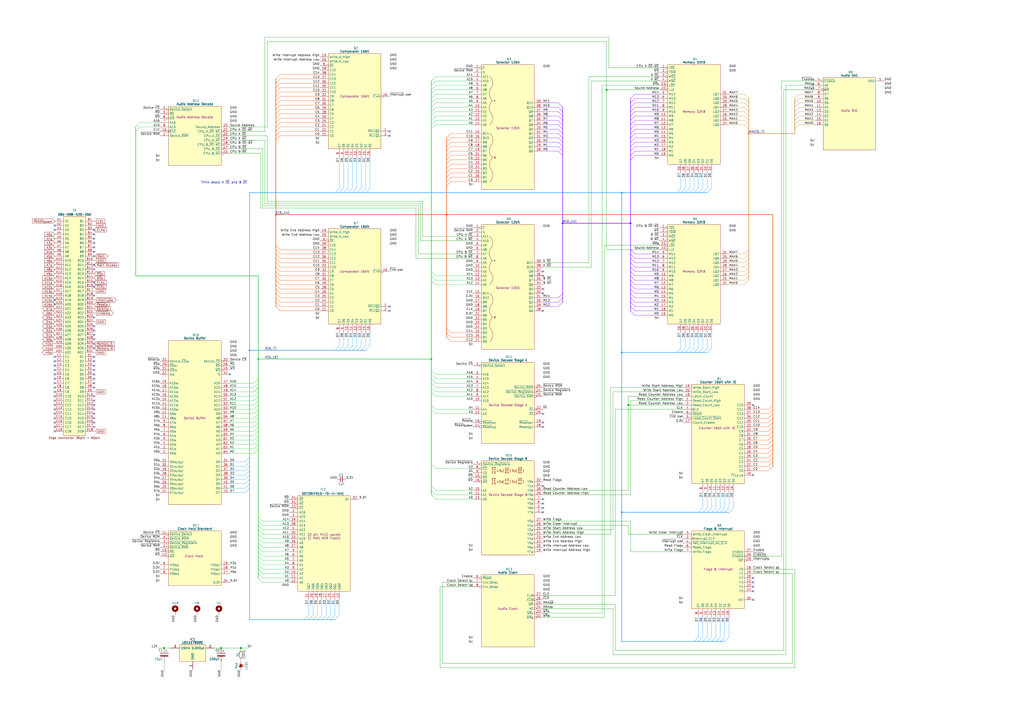
<source format=kicad_sch>
(kicad_sch (version 20231120) (generator "eeschema") (generator_version "8.0")
  (paper "A2")
  (title_block (title "Sound Board") (date "2024-06-13") (rev "V0"))
  (lib_symbols
    (symbol "EDAC:395-098-520-350" (pin_names (offset 0.762))
      (property "Reference" "J" (at 11.43 6.35 0))
      (property "Value" "395-098-520-350" (at 11.43 3.81 0))
      (symbol "395-098-520-350_0_0"
        (pin passive line (at 22.86 0 180) (length 5.08) (name "A1") (number "A1"))
        (pin passive line (at 22.86 -22.86 180) (length 5.08) (name "A10") (number "A10"))
        (pin passive line (at 22.86 -25.4 180) (length 5.08) (name "A11") (number "A11"))
        (pin passive line (at 22.86 -27.94 180) (length 5.08) (name "A12") (number "A12"))
        (pin passive line (at 22.86 -30.48 180) (length 5.08) (name "A13") (number "A13"))
        (pin passive line (at 22.86 -33.02 180) (length 5.08) (name "A14") (number "A14"))
        (pin passive line (at 22.86 -35.56 180) (length 5.08) (name "A15") (number "A15"))
        (pin passive line (at 22.86 -38.1 180) (length 5.08) (name "A16") (number "A16"))
        (pin passive line (at 22.86 -40.64 180) (length 5.08) (name "A17") (number "A17"))
        (pin passive line (at 22.86 -43.18 180) (length 5.08) (name "A18") (number "A18"))
        (pin passive line (at 22.86 -45.72 180) (length 5.08) (name "A19") (number "A19"))
        (pin passive line (at 22.86 -2.54 180) (length 5.08) (name "A2") (number "A2"))
        (pin passive line (at 22.86 -48.26 180) (length 5.08) (name "A20") (number "A20"))
        (pin passive line (at 22.86 -50.8 180) (length 5.08) (name "A21") (number "A21"))
        (pin passive line (at 22.86 -53.34 180) (length 5.08) (name "A22") (number "A22"))
        (pin passive line (at 22.86 -55.88 180) (length 5.08) (name "A23") (number "A23"))
        (pin passive line (at 22.86 -58.42 180) (length 5.08) (name "A24") (number "A24"))
        (pin passive line (at 22.86 -60.96 180) (length 5.08) (name "A25") (number "A25"))
        (pin passive line (at 22.86 -63.5 180) (length 5.08) (name "A26") (number "A26"))
        (pin passive line (at 22.86 -66.04 180) (length 5.08) (name "A27") (number "A27"))
        (pin passive line (at 22.86 -68.58 180) (length 5.08) (name "A28") (number "A28"))
        (pin passive line (at 22.86 -71.12 180) (length 5.08) (name "A29") (number "A29"))
        (pin passive line (at 22.86 -5.08 180) (length 5.08) (name "A3") (number "A3"))
        (pin passive line (at 22.86 -73.66 180) (length 5.08) (name "A30") (number "A30"))
        (pin passive line (at 22.86 -76.2 180) (length 5.08) (name "A31") (number "A31"))
        (pin passive line (at 22.86 -7.62 180) (length 5.08) (name "A4") (number "A4"))
        (pin passive line (at 22.86 -10.16 180) (length 5.08) (name "A5") (number "A5"))
        (pin passive line (at 22.86 -12.7 180) (length 5.08) (name "A6") (number "A6"))
        (pin passive line (at 22.86 -15.24 180) (length 5.08) (name "A7") (number "A7"))
        (pin passive line (at 22.86 -17.78 180) (length 5.08) (name "A8") (number "A8"))
        (pin passive line (at 22.86 -20.32 180) (length 5.08) (name "A9") (number "A9"))
        (pin passive line (at 0 0 0) (length 5.08) (name "B1") (number "B1"))
        (pin passive line (at 0 -22.86 0) (length 5.08) (name "B10") (number "B10"))
        (pin passive line (at 0 -25.4 0) (length 5.08) (name "B11") (number "B11"))
        (pin passive line (at 0 -27.94 0) (length 5.08) (name "B12") (number "B12"))
        (pin passive line (at 0 -30.48 0) (length 5.08) (name "B13") (number "B13"))
        (pin passive line (at 0 -33.02 0) (length 5.08) (name "B14") (number "B14"))
        (pin passive line (at 0 -35.56 0) (length 5.08) (name "B15") (number "B15"))
        (pin passive line (at 0 -38.1 0) (length 5.08) (name "B16") (number "B16"))
        (pin passive line (at 0 -40.64 0) (length 5.08) (name "B17") (number "B17"))
        (pin passive line (at 0 -43.18 0) (length 5.08) (name "B18") (number "B18"))
        (pin passive line (at 0 -45.72 0) (length 5.08) (name "B19") (number "B19"))
        (pin passive line (at 0 -2.54 0) (length 5.08) (name "B2") (number "B2"))
        (pin passive line (at 0 -48.26 0) (length 5.08) (name "B20") (number "B20"))
        (pin passive line (at 0 -50.8 0) (length 5.08) (name "B21") (number "B21"))
        (pin passive line (at 0 -53.34 0) (length 5.08) (name "B22") (number "B22"))
        (pin passive line (at 0 -55.88 0) (length 5.08) (name "B23") (number "B23"))
        (pin passive line (at 0 -58.42 0) (length 5.08) (name "B24") (number "B24"))
        (pin passive line (at 0 -60.96 0) (length 5.08) (name "B25") (number "B25"))
        (pin passive line (at 0 -63.5 0) (length 5.08) (name "B26") (number "B26"))
        (pin passive line (at 0 -66.04 0) (length 5.08) (name "B27") (number "B27"))
        (pin passive line (at 0 -68.58 0) (length 5.08) (name "B28") (number "B28"))
        (pin passive line (at 0 -71.12 0) (length 5.08) (name "B29") (number "B29"))
        (pin passive line (at 0 -5.08 0) (length 5.08) (name "B3") (number "B3"))
        (pin passive line (at 0 -73.66 0) (length 5.08) (name "B30") (number "B30"))
        (pin passive line (at 0 -76.2 0) (length 5.08) (name "B31") (number "B31"))
        (pin passive line (at 0 -7.62 0) (length 5.08) (name "B4") (number "B4"))
        (pin passive line (at 0 -10.16 0) (length 5.08) (name "B5") (number "B5"))
        (pin passive line (at 0 -12.7 0) (length 5.08) (name "B6") (number "B6"))
        (pin passive line (at 0 -15.24 0) (length 5.08) (name "B7") (number "B7"))
        (pin passive line (at 0 -17.78 0) (length 5.08) (name "B8") (number "B8"))
        (pin passive line (at 0 -20.32 0) (length 5.08) (name "B9") (number "B9"))
        (pin passive line (at 22.86 -78.74 180) (length 5.08) (name "C1") (number "C1"))
        (pin passive line (at 22.86 -101.6 180) (length 5.08) (name "C10") (number "C10"))
        (pin passive line (at 22.86 -104.14 180) (length 5.08) (name "C11") (number "C11"))
        (pin passive line (at 22.86 -106.68 180) (length 5.08) (name "C12") (number "C12"))
        (pin passive line (at 22.86 -109.22 180) (length 5.08) (name "C13") (number "C13"))
        (pin passive line (at 22.86 -111.76 180) (length 5.08) (name "C14") (number "C14"))
        (pin passive line (at 22.86 -114.3 180) (length 5.08) (name "C15") (number "C15"))
        (pin passive line (at 22.86 -116.84 180) (length 5.08) (name "C16") (number "C16"))
        (pin passive line (at 22.86 -119.38 180) (length 5.08) (name "C17") (number "C17"))
        (pin passive line (at 22.86 -121.92 180) (length 5.08) (name "C18") (number "C18"))
        (pin passive line (at 22.86 -81.28 180) (length 5.08) (name "C2") (number "C2"))
        (pin passive line (at 22.86 -83.82 180) (length 5.08) (name "C3") (number "C3"))
        (pin passive line (at 22.86 -86.36 180) (length 5.08) (name "C4") (number "C4"))
        (pin passive line (at 22.86 -88.9 180) (length 5.08) (name "C5") (number "C5"))
        (pin passive line (at 22.86 -91.44 180) (length 5.08) (name "C6") (number "C6"))
        (pin passive line (at 22.86 -93.98 180) (length 5.08) (name "C7") (number "C7"))
        (pin passive line (at 22.86 -96.52 180) (length 5.08) (name "C8") (number "C8"))
        (pin passive line (at 22.86 -99.06 180) (length 5.08) (name "C9") (number "C9"))
        (pin passive line (at 0 -78.74 0) (length 5.08) (name "D1") (number "D1"))
        (pin passive line (at 0 -101.6 0) (length 5.08) (name "D10") (number "D10"))
        (pin passive line (at 0 -104.14 0) (length 5.08) (name "D11") (number "D11"))
        (pin passive line (at 0 -106.68 0) (length 5.08) (name "D12") (number "D12"))
        (pin passive line (at 0 -109.22 0) (length 5.08) (name "D13") (number "D13"))
        (pin passive line (at 0 -111.76 0) (length 5.08) (name "D14") (number "D14"))
        (pin passive line (at 0 -114.3 0) (length 5.08) (name "D15") (number "D15"))
        (pin passive line (at 0 -116.84 0) (length 5.08) (name "D16") (number "D16"))
        (pin passive line (at 0 -119.38 0) (length 5.08) (name "D17") (number "D17"))
        (pin passive line (at 0 -121.92 0) (length 5.08) (name "D18") (number "D18"))
        (pin passive line (at 0 -81.28 0) (length 5.08) (name "D2") (number "D2"))
        (pin passive line (at 0 -83.82 0) (length 5.08) (name "D3") (number "D3"))
        (pin passive line (at 0 -86.36 0) (length 5.08) (name "D4") (number "D4"))
        (pin passive line (at 0 -88.9 0) (length 5.08) (name "D5") (number "D5"))
        (pin passive line (at 0 -91.44 0) (length 5.08) (name "D6") (number "D6"))
        (pin passive line (at 0 -93.98 0) (length 5.08) (name "D7") (number "D7"))
        (pin passive line (at 0 -96.52 0) (length 5.08) (name "D8") (number "D8"))
        (pin passive line (at 0 -99.06 0) (length 5.08) (name "D9") (number "D9"))
      )
      (symbol "395-098-520-350_1_1"
        (text "Edge connector 36pin + 60pin" (at 11.43 -125.73 0) (effects (font (size 1.27 1.27))))
      )
    )
    (symbol "HCP65:Audio_Address_Decode"
      (property "Reference" "B" (at 15.875 5.08 0))
      (property "Value" "Audio Address Decode" (at 15.24 3.175 0))
      (property "Description" "Audio Address Decode" (at 15.24 -4.445 0))
      (symbol "Audio_Address_Decode_1_1"
        (pin passive line (at -5.08 -27.94 0) (length 5.08) hide (name "5V") (number "1"))
        (pin input inverted_clock (at -5.08 -12.7 0) (length 5.08) (name "~{CLK}") (number "10"))
        (pin no_connect line (at -5.08 -17.78 0) (length 5.08) hide (name "N.C.") (number "11"))
        (pin no_connect line (at -5.08 -20.32 0) (length 5.08) hide (name "N.C.") (number "12"))
        (pin passive line (at -5.08 -30.48 0) (length 5.08) hide (name "5V") (number "13"))
        (pin no_connect line (at -5.08 -22.86 0) (length 5.08) hide (name "N.C.") (number "14"))
        (pin output inverted (at 35.56 -25.4 180) (length 5.08) (name "CPU_B_~{WE}") (number "15"))
        (pin passive line (at 35.56 -5.08 180) (length 5.08) hide (name "GND") (number "16"))
        (pin output inverted (at 35.56 -22.86 180) (length 5.08) (name "CPU_B_~{OE}") (number "17"))
        (pin output inverted (at 35.56 -20.32 180) (length 5.08) (name "CPU_B_~{OE}·~{WE}") (number "18"))
        (pin output inverted (at 35.56 -17.78 180) (length 5.08) (name "CPU_A_~{WE}") (number "19"))
        (pin input line (at -5.08 -15.24 0) (length 5.08) (name "Device_~{RAM}") (number "2"))
        (pin output inverted (at 35.56 -15.24 180) (length 5.08) (name "CPU_A_~{OE}") (number "20"))
        (pin passive line (at 35.56 -7.62 180) (length 5.08) hide (name "GND") (number "21"))
        (pin output inverted (at 35.56 -12.7 180) (length 5.08) (name "CPU_A_~{OE}·~{WE}") (number "22"))
        (pin output line (at 35.56 -10.16 180) (length 5.08) (name "Sound_Address") (number "23"))
        (pin no_connect line (at -5.08 -25.4 0) (length 5.08) hide (name "N.C.") (number "24"))
        (pin input inverted (at -5.08 0 0) (length 5.08) (name "~{Device_Select}") (number "3"))
        (pin passive line (at 35.56 0 180) (length 5.08) hide (name "GND") (number "4"))
        (pin input inverted (at -5.08 -2.54 0) (length 5.08) (name "~{RD}") (number "5"))
        (pin input inverted (at -5.08 -5.08 0) (length 5.08) (name "~{WD}") (number "6"))
        (pin input line (at -5.08 -7.62 0) (length 5.08) (name "A16") (number "7"))
        (pin input line (at -5.08 -10.16 0) (length 5.08) (name "A15") (number "8"))
        (pin passive line (at 35.56 -2.54 180) (length 5.08) hide (name "GND") (number "9"))
      )
    )
    (symbol "HCP65:Audio_Clock"
      (property "Reference" "B" (at 15.875 5.08 0))
      (property "Value" "Audio Clock" (at 15.24 3.175 0))
      (property "Description" "Audio Clock" (at 15.24 -17.78 0))
      (symbol "Audio_Clock_1_1"
        (pin passive line (at -5.08 -35.56 0) (length 5.08) hide (name "5V") (number "1"))
        (pin no_connect line (at -5.08 -17.78 0) (length 5.08) hide (name "N.C.") (number "10"))
        (pin no_connect line (at -5.08 -20.32 0) (length 5.08) hide (name "N.C.") (number "11"))
        (pin passive line (at 35.56 -2.54 180) (length 5.08) hide (name "GND") (number "12"))
        (pin no_connect line (at -5.08 -22.86 0) (length 5.08) hide (name "N.C.") (number "13"))
        (pin no_connect line (at -5.08 -25.4 0) (length 5.08) hide (name "N.C.") (number "14"))
        (pin no_connect line (at -5.08 -27.94 0) (length 5.08) hide (name "N.C.") (number "15"))
        (pin no_connect line (at -5.08 -30.48 0) (length 5.08) hide (name "N.C.") (number "16"))
        (pin passive line (at -5.08 -38.1 0) (length 5.08) hide (name "5V") (number "17"))
        (pin no_connect line (at -5.08 -33.02 0) (length 5.08) hide (name "N.C.") (number "18"))
        (pin no_connect line (at 35.56 -25.4 180) (length 5.08) hide (name "N.C.") (number "19"))
        (pin no_connect line (at -5.08 -7.62 0) (length 5.08) hide (name "N.C.") (number "2"))
        (pin no_connect line (at 35.56 -27.94 180) (length 5.08) hide (name "N.C.") (number "20"))
        (pin passive line (at 35.56 -5.08 180) (length 5.08) hide (name "GND") (number "21"))
        (pin output inverted (at 35.56 -22.86 180) (length 5.08) (name "~{WR}_{B}") (number "22"))
        (pin output inverted (at 35.56 -20.32 180) (length 5.08) (name "~{WR}_{A}") (number "23"))
        (pin output inverted (at 35.56 -17.78 180) (length 5.08) (name "A0") (number "24"))
        (pin output inverted (at 35.56 -15.24 180) (length 5.08) (name "~{WR}") (number "25"))
        (pin output inverted_clock (at 35.56 -12.7 180) (length 5.08) (name "~{CLK}") (number "26"))
        (pin output clock (at 35.56 -10.16 180) (length 5.08) (name "CLK") (number "27"))
        (pin passive line (at 35.56 -7.62 180) (length 5.08) hide (name "GND") (number "28"))
        (pin no_connect inverted (at 35.56 -30.48 180) (length 5.08) hide (name "N.C.") (number "29"))
        (pin no_connect line (at -5.08 -10.16 0) (length 5.08) hide (name "N.C.") (number "3"))
        (pin no_connect line (at 35.56 -33.02 180) (length 5.08) hide (name "N.C.") (number "30"))
        (pin no_connect line (at 35.56 -35.56 180) (length 5.08) hide (name "N.C.") (number "31"))
        (pin no_connect line (at 35.56 -38.1 180) (length 5.08) hide (name "N.C.") (number "32"))
        (pin no_connect line (at -5.08 -12.7 0) (length 5.08) hide (name "N.C.") (number "4"))
        (pin passive line (at 35.56 0 180) (length 5.08) hide (name "GND") (number "5"))
        (pin input inverted (at -5.08 0 0) (length 5.08) (name "~{Reset}") (number "6"))
        (pin input line (at -5.08 -2.54 0) (length 5.08) (name "Clk_Sel_{S1}") (number "7"))
        (pin input inverted (at -5.08 -5.08 0) (length 5.08) (name "Clk_Sel_{S0}") (number "8"))
        (pin no_connect line (at -5.08 -15.24 0) (length 5.08) hide (name "N.C.") (number "9"))
      )
    )
    (symbol "HCP65:Audio_DAC"
      (property "Reference" "B" (at 15.875 5.08 0))
      (property "Value" "Audio DAC" (at 15.24 3.175 0))
      (property "Description" "Audio DAC" (at 15.24 -17.145 0))
      (symbol "Audio_DAC_1_1"
        (pin passive line (at -5.08 -35.56 0) (length 5.08) hide (name "5V") (number "1"))
        (pin input line (at -5.08 -12.7 0) (length 5.08) (name "D5") (number "10"))
        (pin input line (at -5.08 -15.24 0) (length 5.08) (name "D4") (number "11"))
        (pin passive line (at 35.56 -2.54 180) (length 5.08) hide (name "GND") (number "12"))
        (pin input line (at -5.08 -17.78 0) (length 5.08) (name "D3") (number "13"))
        (pin input line (at -5.08 -20.32 0) (length 5.08) (name "D2") (number "14"))
        (pin input line (at -5.08 -22.86 0) (length 5.08) (name "D1") (number "15"))
        (pin input line (at -5.08 -25.4 0) (length 5.08) (name "D0") (number "16"))
        (pin passive line (at -5.08 -38.1 0) (length 5.08) hide (name "5V") (number "17"))
        (pin no_connect line (at -5.08 -33.02 0) (length 5.08) hide (name "N.C.") (number "18"))
        (pin no_connect line (at 35.56 -10.16 180) (length 5.08) hide (name "N.C.") (number "19"))
        (pin no_connect line (at -5.08 -27.94 0) (length 5.08) hide (name "N.C.") (number "2"))
        (pin no_connect line (at 35.56 -12.7 180) (length 5.08) hide (name "N.C.") (number "20"))
        (pin passive line (at 35.56 -5.08 180) (length 5.08) hide (name "GND") (number "21"))
        (pin no_connect line (at 35.56 -15.24 180) (length 5.08) hide (name "N.C.") (number "22"))
        (pin no_connect line (at 35.56 -17.78 180) (length 5.08) hide (name "N.C.") (number "23"))
        (pin no_connect line (at 35.56 -20.32 180) (length 5.08) hide (name "N.C.") (number "24"))
        (pin no_connect line (at 35.56 -22.86 180) (length 5.08) hide (name "N.C.") (number "25"))
        (pin no_connect line (at 35.56 -25.4 180) (length 5.08) hide (name "N.C.") (number "26"))
        (pin no_connect line (at 35.56 -27.94 180) (length 5.08) hide (name "N.C.") (number "27"))
        (pin passive line (at 35.56 -7.62 180) (length 5.08) hide (name "GND") (number "28"))
        (pin no_connect line (at 35.56 -30.48 180) (length 5.08) hide (name "N.C.") (number "29"))
        (pin no_connect line (at -5.08 -30.48 0) (length 5.08) hide (name "N.C.") (number "3"))
        (pin no_connect line (at 35.56 -33.02 180) (length 5.08) hide (name "N.C.") (number "30"))
        (pin no_connect line (at 35.56 -35.56 180) (length 5.08) hide (name "N.C.") (number "31"))
        (pin no_connect line (at 35.56 -38.1 180) (length 5.08) hide (name "N.C.") (number "32"))
        (pin input inverted (at -5.08 0 0) (length 5.08) (name "~{Enable}") (number "4"))
        (pin passive line (at 35.56 0 180) (length 5.08) (name "GND") (number "5"))
        (pin input line (at -5.08 -2.54 0) (length 5.08) (name "A0") (number "6"))
        (pin input inverted_clock (at -5.08 -5.08 0) (length 5.08) (name "~{WR}") (number "7"))
        (pin input line (at -5.08 -7.62 0) (length 5.08) (name "D7") (number "8"))
        (pin input line (at -5.08 -10.16 0) (length 5.08) (name "D6") (number "9"))
      )
    )
    (symbol "HCP65:C_0805" (pin_numbers hide) (pin_names (offset 0.254) hide)
      (property "Reference" "C" (at 2.286 2.54 0))
      (property "Value" "?μF" (at 2.54 -2.54 0))
      (symbol "C_0805_1_1"
        (pin passive line (at 0 0 0) (length 2.032) (name "~") (number "1"))
        (pin passive line (at 5.08 0 180) (length 2.032) (name "~") (number "2"))
      )
    )
    (symbol "HCP65:C_Radial_D4.0mm_P2.00mm" (pin_numbers hide) (pin_names (offset 0.254))
      (property "Reference" "C" (at 0.635 2.54 0))
      (property "Value" "?μF" (at 0.635 -2.54 0))
      (symbol "C_Radial_D4.0mm_P2.00mm_1_1"
        (pin passive line (at 0 3.81 270) (length 2.794) (name "~") (number "1"))
        (pin passive line (at 0 -3.81 90) (length 2.794) (name "~") (number "2"))
      )
    )
    (symbol "HCP65:Clock_Hold_Standard"
      (property "Reference" "B" (at 15.875 5.08 0))
      (property "Value" "Clock Hold Standard" (at 15.24 3.175 0))
      (property "Description" "Clock Hold" (at 14.605 -12.7 0))
      (symbol "Clock_Hold_Standard_1_1"
        (pin passive line (at -5.08 -25.4 0) (length 5.08) hide (name "5V") (number "1"))
        (pin input inverted (at -5.08 -10.16 0) (length 5.08) (name "~{RD}") (number "10"))
        (pin input inverted (at -5.08 0 0) (length 5.08) (name "~{Device_Select}") (number "11"))
        (pin input inverted (at -5.08 -12.7 0) (length 5.08) (name "~{WD}") (number "12"))
        (pin passive line (at -5.08 -27.94 0) (length 5.08) hide (name "5V") (number "13"))
        (pin no_connect line (at -5.08 -15.24 0) (length 5.08) hide (name "N.C.") (number "14"))
        (pin no_connect line (at 35.56 -25.4 180) (length 5.08) hide (name "N.C.") (number "15"))
        (pin passive line (at 35.56 -5.08 180) (length 5.08) hide (name "GND") (number "16"))
        (pin output line (at 35.56 -22.86 180) (length 5.08) (name "H0_{OUT}") (number "17"))
        (pin output line (at 35.56 -20.32 180) (length 5.08) (name "H1_{OUT}") (number "18"))
        (pin output line (at 35.56 -17.78 180) (length 5.08) (name "H2_{OUT}") (number "19"))
        (pin input inverted (at -5.08 -7.62 0) (length 5.08) (name "~{Device_RAM}") (number "2"))
        (pin no_connect line (at 35.56 -12.7 180) (length 5.08) hide (name "N.C.") (number "20"))
        (pin passive line (at 35.56 -7.62 180) (length 5.08) hide (name "GND") (number "21"))
        (pin no_connect line (at 35.56 -10.16 180) (length 5.08) hide (name "N.C.") (number "22"))
        (pin no_connect line (at 35.56 -15.24 180) (length 5.08) hide (name "N.C.") (number "23"))
        (pin passive line (at 35.56 -27.94 180) (length 5.08) (name "3.3V") (number "24"))
        (pin input inverted (at -5.08 -5.08 0) (length 5.08) (name "~{Device_Registers}") (number "3"))
        (pin passive line (at 35.56 0 180) (length 5.08) hide (name "GND") (number "4"))
        (pin input inverted (at -5.08 -2.54 0) (length 5.08) (name "~{Device_ROM}") (number "5"))
        (pin input line (at -5.08 -17.78 0) (length 5.08) (name "H2_{REG}") (number "6"))
        (pin input line (at -5.08 -20.32 0) (length 5.08) (name "H1_{REG}") (number "7"))
        (pin input line (at -5.08 -22.86 0) (length 5.08) (name "H0_{REG}") (number "8"))
        (pin passive line (at 35.56 -2.54 180) (length 5.08) hide (name "GND") (number "9"))
      )
    )
    (symbol "HCP65:Comparator_16bit"
      (property "Reference" "B" (at 15.875 5.08 0))
      (property "Value" "Comparator 16bit" (at 15.24 3.175 0))
      (property "Description" "Comparator 16bit" (at 15.24 -22.86 0))
      (symbol "Comparator_16bit_1_0"
        (pin input line (at -5.08 -22.86 0) (length 5.08) (name "C9") (number "32"))
        (pin input line (at -5.08 -20.32 0) (length 5.08) (name "C10") (number "33"))
        (pin passive line (at 35.56 -7.62 180) (length 5.08) hide (name "GND") (number "34"))
        (pin input line (at -5.08 -17.78 0) (length 5.08) (name "C11") (number "35"))
        (pin input line (at -5.08 -15.24 0) (length 5.08) (name "C12") (number "36"))
        (pin input line (at -5.08 -12.7 0) (length 5.08) (name "C13") (number "37"))
        (pin input line (at -5.08 -10.16 0) (length 5.08) (name "C14") (number "38"))
        (pin input line (at -5.08 -7.62 0) (length 5.08) (name "C15") (number "39"))
      )
      (symbol "Comparator_16bit_1_1"
        (pin output line (at 35.56 -43.18 180) (length 5.08) (name "~{PH=QH}") (number "1"))
        (pin input line (at 11.43 -58.42 90) (length 5.08) (name "D5") (number "10"))
        (pin input line (at 13.97 -58.42 90) (length 5.08) (name "D4") (number "11"))
        (pin input line (at 16.51 -58.42 90) (length 5.08) (name "D3") (number "12"))
        (pin input line (at 19.05 -58.42 90) (length 5.08) (name "D2") (number "13"))
        (pin passive line (at 35.56 -2.54 180) (length 5.08) hide (name "GND") (number "14"))
        (pin input line (at 21.59 -58.42 90) (length 5.08) (name "D1") (number "15"))
        (pin input line (at 24.13 -58.42 90) (length 5.08) (name "D0") (number "16"))
        (pin no_connect line (at 35.56 -38.1 180) (length 5.08) hide (name "N.C.") (number "17"))
        (pin no_connect line (at 35.56 -40.64 180) (length 5.08) hide (name "N.C.") (number "18"))
        (pin input line (at -5.08 0 0) (length 5.08) (name "Write_A_High") (number "19"))
        (pin output line (at 35.56 -45.72 180) (length 5.08) (name "~{PL=QL}") (number "2"))
        (pin input line (at -5.08 -2.54 0) (length 5.08) (name "Write_A_Low") (number "20"))
        (pin input line (at -5.08 -45.72 0) (length 5.08) (name "C0") (number "21"))
        (pin input line (at -5.08 -43.18 0) (length 5.08) (name "C1") (number "22"))
        (pin passive line (at -5.08 -50.8 0) (length 5.08) hide (name "5V") (number "23"))
        (pin input line (at -5.08 -40.64 0) (length 5.08) (name "C2") (number "24"))
        (pin input line (at -5.08 -38.1 0) (length 5.08) (name "C3") (number "25"))
        (pin input line (at -5.08 -35.56 0) (length 5.08) (name "C4") (number "26"))
        (pin passive line (at 35.56 -5.08 180) (length 5.08) hide (name "GND") (number "27"))
        (pin input line (at -5.08 -33.02 0) (length 5.08) (name "C5") (number "28"))
        (pin input line (at -5.08 -30.48 0) (length 5.08) (name "C6") (number "29"))
        (pin passive line (at -5.08 -48.26 0) (length 5.08) hide (name "5V") (number "3"))
        (pin input line (at -5.08 -27.94 0) (length 5.08) (name "C7") (number "30"))
        (pin input line (at -5.08 -25.4 0) (length 5.08) (name "C8") (number "31"))
        (pin no_connect line (at 35.56 -33.02 180) (length 5.08) hide (name "N.C.") (number "4"))
        (pin output inverted (at 35.56 -22.86 180) (length 5.08) (name "~{C=A}") (number "40"))
        (pin no_connect line (at 35.56 -35.56 180) (length 5.08) hide (name "N.C.") (number "5"))
        (pin input inverted (at -5.08 -5.08 0) (length 5.08) (name "~{OE}") (number "6"))
        (pin passive line (at 35.56 0 180) (length 5.08) hide (name "GND") (number "7"))
        (pin input line (at 6.35 -58.42 90) (length 5.08) (name "D7") (number "8"))
        (pin input line (at 8.89 -58.42 90) (length 5.08) (name "D6") (number "9"))
      )
    )
    (symbol "HCP65:Counter_16bit_with_IO"
      (property "Reference" "B" (at 15.875 5.08 0))
      (property "Value" "Counter 16bit with IO" (at 15.24 3.175 0))
      (property "Description" "Counter 16bit with IO" (at 14.605 -23.495 0))
      (symbol "Counter_16bit_with_IO_1_0"
        (pin output line (at 35.56 -25.4 180) (length 5.08) (name "C9") (number "32"))
        (pin output line (at 35.56 -22.86 180) (length 5.08) (name "C10") (number "33"))
        (pin passive line (at 35.56 -7.62 180) (length 5.08) hide (name "GND") (number "34"))
        (pin output line (at 35.56 -20.32 180) (length 5.08) (name "C11") (number "35"))
        (pin output line (at 35.56 -17.78 180) (length 5.08) (name "C12") (number "36"))
        (pin output line (at 35.56 -15.24 180) (length 5.08) (name "C13") (number "37"))
        (pin output line (at 35.56 -12.7 180) (length 5.08) (name "C14") (number "38"))
        (pin output line (at 35.56 -10.16 180) (length 5.08) (name "C15") (number "39"))
      )
      (symbol "Counter_16bit_with_IO_1_1"
        (pin input line (at -5.08 -7.62 0) (length 5.08) (name "Read_Count_High") (number "1"))
        (pin tri_state line (at 11.43 -60.96 90) (length 5.08) (name "D5") (number "10"))
        (pin tri_state line (at 13.97 -60.96 90) (length 5.08) (name "D4") (number "11"))
        (pin tri_state line (at 16.51 -60.96 90) (length 5.08) (name "D3") (number "12"))
        (pin tri_state line (at 19.05 -60.96 90) (length 5.08) (name "D2") (number "13"))
        (pin passive line (at 35.56 -2.54 180) (length 5.08) hide (name "GND") (number "14"))
        (pin tri_state line (at 21.59 -60.96 90) (length 5.08) (name "D1") (number "15"))
        (pin tri_state line (at 24.13 -60.96 90) (length 5.08) (name "D0") (number "16"))
        (pin input line (at -5.08 -20.32 0) (length 5.08) (name "Count_Enable") (number "17"))
        (pin input line (at -5.08 -5.08 0) (length 5.08) (name "Latch_Count") (number "18"))
        (pin input line (at -5.08 0 0) (length 5.08) (name "Write_Start_High") (number "19"))
        (pin input line (at -5.08 -10.16 0) (length 5.08) (name "Read_Count_Low") (number "2"))
        (pin input line (at -5.08 -2.54 0) (length 5.08) (name "Write_Start_Low") (number "20"))
        (pin output line (at 35.56 -48.26 180) (length 5.08) (name "C0") (number "21"))
        (pin output line (at 35.56 -45.72 180) (length 5.08) (name "C1") (number "22"))
        (pin passive line (at -5.08 -53.34 0) (length 5.08) hide (name "5V") (number "23"))
        (pin output line (at 35.56 -43.18 180) (length 5.08) (name "C2") (number "24"))
        (pin output line (at 35.56 -40.64 180) (length 5.08) (name "C3") (number "25"))
        (pin output line (at 35.56 -38.1 180) (length 5.08) (name "C4") (number "26"))
        (pin passive line (at 35.56 -5.08 180) (length 5.08) hide (name "GND") (number "27"))
        (pin output line (at 35.56 -35.56 180) (length 5.08) (name "C5") (number "28"))
        (pin output line (at 35.56 -33.02 180) (length 5.08) (name "C6") (number "29"))
        (pin passive line (at -5.08 -50.8 0) (length 5.08) hide (name "5V") (number "3"))
        (pin output line (at 35.56 -30.48 180) (length 5.08) (name "C7") (number "30"))
        (pin output line (at 35.56 -27.94 180) (length 5.08) (name "C8") (number "31"))
        (pin input clock (at -5.08 -12.7 0) (length 5.08) (name "CLK") (number "4"))
        (pin output line (at 35.56 -50.8 180) (length 5.08) (name "TC_{12..15}") (number "40"))
        (pin input inverted (at -5.08 -17.78 0) (length 5.08) (name "~{Load_Count_Start}") (number "5"))
        (pin input inverted (at -5.08 -15.24 0) (length 5.08) (name "~{Reset}") (number "6"))
        (pin passive line (at 35.56 0 180) (length 5.08) hide (name "GND") (number "7"))
        (pin tri_state line (at 6.35 -60.96 90) (length 5.08) (name "D7") (number "8"))
        (pin tri_state line (at 8.89 -60.96 90) (length 5.08) (name "D6") (number "9"))
      )
    )
    (symbol "HCP65:Device_Buffer"
      (property "Reference" "B" (at 15.875 5.08 0))
      (property "Value" "Device Buffer" (at 15.24 3.175 0))
      (property "Description" "Device Buffer" (at 15.24 -43.18 0))
      (symbol "Device_Buffer_1_0"
        (pin passive line (at 35.56 -5.08 180) (length 5.08) hide (name "GND") (number "42"))
        (pin output line (at 35.56 -38.1 180) (length 5.08) (name "A10") (number "53"))
        (pin output line (at 35.56 -40.64 180) (length 5.08) (name "A9") (number "54"))
      )
      (symbol "Device_Buffer_1_1"
        (pin input line (at -5.08 -63.5 0) (length 5.08) (name "A0_{IN}") (number "1"))
        (pin passive line (at 35.56 0 180) (length 5.08) hide (name "GND") (number "10"))
        (pin input line (at -5.08 -43.18 0) (length 5.08) (name "A8_{IN}") (number "11"))
        (pin input line (at -5.08 -40.64 0) (length 5.08) (name "A9_{IN}") (number "12"))
        (pin input line (at -5.08 -38.1 0) (length 5.08) (name "A10_{IN}") (number "13"))
        (pin input line (at -5.08 -35.56 0) (length 5.08) (name "A11_{IN}") (number "14"))
        (pin input line (at -5.08 -33.02 0) (length 5.08) (name "A12_{IN}") (number "15"))
        (pin input line (at -5.08 -30.48 0) (length 5.08) (name "A13_{IN}") (number "16"))
        (pin input line (at -5.08 -27.94 0) (length 5.08) (name "A14_{IN}") (number "17"))
        (pin input line (at -5.08 -25.4 0) (length 5.08) (name "A15_{IN}") (number "18"))
        (pin input line (at -5.08 -22.86 0) (length 5.08) (name "A16_{IN}") (number "19"))
        (pin input line (at -5.08 -60.96 0) (length 5.08) (name "A1_{IN}") (number "2"))
        (pin input inverted (at -5.08 -12.7 0) (length 5.08) (name "~{RD}_{IN}") (number "20"))
        (pin input inverted (at -5.08 -15.24 0) (length 5.08) (name "~{WD}_{IN}") (number "21"))
        (pin input line (at -5.08 -17.78 0) (length 5.08) (name "S_{IN}") (number "22"))
        (pin passive line (at 35.56 -2.54 180) (length 5.08) hide (name "GND") (number "23"))
        (pin tri_state line (at -5.08 -86.36 0) (length 5.08) (name "D7_{IN/OUT}") (number "24"))
        (pin tri_state line (at -5.08 -83.82 0) (length 5.08) (name "D6_{IN/OUT}") (number "25"))
        (pin tri_state line (at -5.08 -81.28 0) (length 5.08) (name "D5_{IN/OUT}") (number "26"))
        (pin tri_state line (at -5.08 -78.74 0) (length 5.08) (name "D4_{IN/OUT}") (number "27"))
        (pin tri_state line (at -5.08 -76.2 0) (length 5.08) (name "D3_{IN/OUT}") (number "28"))
        (pin tri_state line (at -5.08 -73.66 0) (length 5.08) (name "D2_{IN/OUT}") (number "29"))
        (pin passive line (at -5.08 -88.9 0) (length 5.08) hide (name "5V") (number "3"))
        (pin tri_state line (at -5.08 -71.12 0) (length 5.08) (name "D1_{IN/OUT}") (number "30"))
        (pin tri_state line (at -5.08 -68.58 0) (length 5.08) (name "D0_{IN/OUT}") (number "31"))
        (pin input inverted (at -5.08 -10.16 0) (length 5.08) (name "Deivce_~{CS}_{IN}") (number "32"))
        (pin output inverted (at 35.56 -10.16 180) (length 5.08) (name "Deivce_~{CS}") (number "33"))
        (pin tri_state line (at 35.56 -68.58 180) (length 5.08) (name "D0") (number "34"))
        (pin passive line (at -5.08 -91.44 0) (length 5.08) hide (name "5V") (number "35"))
        (pin tri_state line (at 35.56 -71.12 180) (length 5.08) (name "D1") (number "36"))
        (pin tri_state line (at 35.56 -73.66 180) (length 5.08) (name "D2") (number "37"))
        (pin tri_state line (at 35.56 -76.2 180) (length 5.08) (name "D3") (number "38"))
        (pin tri_state line (at 35.56 -78.74 180) (length 5.08) (name "D4") (number "39"))
        (pin input line (at -5.08 -58.42 0) (length 5.08) (name "A2_{IN}") (number "4"))
        (pin tri_state line (at 35.56 -81.28 180) (length 5.08) (name "D5") (number "40"))
        (pin tri_state line (at 35.56 -83.82 180) (length 5.08) (name "D6") (number "41"))
        (pin tri_state line (at 35.56 -86.36 180) (length 5.08) (name "D7") (number "43"))
        (pin output line (at 35.56 -17.78 180) (length 5.08) (name "S") (number "44"))
        (pin output inverted (at 35.56 -15.24 180) (length 5.08) (name "~{WD}") (number "45"))
        (pin output inverted (at 35.56 -12.7 180) (length 5.08) (name "~{RD}") (number "46"))
        (pin output line (at 35.56 -22.86 180) (length 5.08) (name "A16") (number "47"))
        (pin output line (at 35.56 -25.4 180) (length 5.08) (name "A15") (number "48"))
        (pin output line (at 35.56 -27.94 180) (length 5.08) (name "A14") (number "49"))
        (pin input line (at -5.08 -55.88 0) (length 5.08) (name "A3_{IN}") (number "5"))
        (pin output line (at 35.56 -30.48 180) (length 5.08) (name "A13") (number "50"))
        (pin output line (at 35.56 -33.02 180) (length 5.08) (name "A12") (number "51"))
        (pin output line (at 35.56 -35.56 180) (length 5.08) (name "A11") (number "52"))
        (pin passive line (at 35.56 -7.62 180) (length 5.08) hide (name "GND") (number "55"))
        (pin output line (at 35.56 -43.18 180) (length 5.08) (name "A8") (number "56"))
        (pin output line (at 35.56 -45.72 180) (length 5.08) (name "A7") (number "57"))
        (pin output line (at 35.56 -48.26 180) (length 5.08) (name "A6") (number "58"))
        (pin output line (at 35.56 -50.8 180) (length 5.08) (name "A5") (number "59"))
        (pin input line (at -5.08 -53.34 0) (length 5.08) (name "A4_{IN}") (number "6"))
        (pin output line (at 35.56 -53.34 180) (length 5.08) (name "A4") (number "60"))
        (pin output line (at 35.56 -55.88 180) (length 5.08) (name "A3") (number "61"))
        (pin output line (at 35.56 -58.42 180) (length 5.08) (name "A2") (number "62"))
        (pin output line (at 35.56 -60.96 180) (length 5.08) (name "A1") (number "63"))
        (pin output line (at 35.56 -63.5 180) (length 5.08) (name "A0") (number "64"))
        (pin input line (at -5.08 -50.8 0) (length 5.08) (name "A5_{IN}") (number "7"))
        (pin input line (at -5.08 -48.26 0) (length 5.08) (name "A6_{IN}") (number "8"))
        (pin input line (at -5.08 -45.72 0) (length 5.08) (name "A7_{IN}") (number "9"))
      )
    )
    (symbol "HCP65:Device_Decode_Stage_A"
      (property "Reference" "B" (at 15.875 5.08 0))
      (property "Value" "Device Decode Stage A" (at 15.24 3.175 0))
      (property "Description" "Device Decode Stage A" (at 15.24 -22.86 0))
      (symbol "Device_Decode_Stage_A_1_0"
        (pin output line (at 35.56 -35.56 180) (length 5.08) (name "Reset_{OUT}") (number "18"))
        (pin output line (at 35.56 -33.02 180) (length 5.08) (name "~{Reset}_{OUT}") (number "19"))
        (pin output inverted (at 35.56 -27.94 180) (length 5.08) (name "~{A3}") (number "20"))
        (pin passive line (at 35.56 -7.62 180) (length 5.08) hide (name "GND") (number "28"))
      )
      (symbol "Device_Decode_Stage_A_1_1"
        (pin passive line (at -5.08 -40.64 0) (length 5.08) hide (name "5V") (number "1"))
        (pin input line (at -5.08 -20.32 0) (length 5.08) (name "A10") (number "10"))
        (pin input line (at -5.08 -25.4 0) (length 5.08) (name "A4") (number "11"))
        (pin passive line (at 35.56 -2.54 180) (length 5.08) hide (name "GND") (number "12"))
        (pin input line (at -5.08 -27.94 0) (length 5.08) (name "A3") (number "13"))
        (pin input inverted (at -5.08 -35.56 0) (length 5.08) (name "~{Reset}_{IN2}") (number "14"))
        (pin input inverted (at -5.08 -33.02 0) (length 5.08) (name "~{Reset}_{IN1}") (number "15"))
        (pin no_connect inverted (at 35.56 -10.16 180) (length 5.08) hide (name "N.C.") (number "16"))
        (pin passive line (at -5.08 -43.18 0) (length 5.08) hide (name "5V") (number "17"))
        (pin input inverted (at -5.08 0 0) (length 5.08) (name "~{Device_Select}") (number "2"))
        (pin passive line (at 35.56 -5.08 180) (length 5.08) hide (name "GND") (number "21"))
        (pin output inverted (at 35.56 -25.4 180) (length 5.08) (name "~{A4}") (number "22"))
        (pin output inverted (at 35.56 -17.78 180) (length 5.08) (name "~{Device_RAM}") (number "23"))
        (pin output inverted (at 35.56 -15.24 180) (length 5.08) (name "~{Device_Registers}") (number "24"))
        (pin output inverted (at 35.56 -12.7 180) (length 5.08) (name "~{Device_ROM}") (number "25"))
        (pin no_connect inverted (at -5.08 -30.48 0) (length 5.08) hide (name "N.C.") (number "26"))
        (pin no_connect inverted (at 35.56 -30.48 180) (length 5.08) hide (name "N.C.") (number "27"))
        (pin no_connect inverted (at 35.56 -20.32 180) (length 5.08) hide (name "N.C.") (number "29"))
        (pin input line (at -5.08 -5.08 0) (length 5.08) (name "A16") (number "3"))
        (pin no_connect inverted (at 35.56 -40.64 180) (length 5.08) hide (name "N.C.") (number "30"))
        (pin no_connect inverted (at 35.56 -38.1 180) (length 5.08) hide (name "N.C.") (number "31"))
        (pin no_connect inverted (at 35.56 -43.18 180) (length 5.08) hide (name "N.C.") (number "32"))
        (pin input line (at -5.08 -7.62 0) (length 5.08) (name "A15") (number "4"))
        (pin passive line (at 35.56 0 180) (length 5.08) hide (name "GND") (number "5"))
        (pin input line (at -5.08 -10.16 0) (length 5.08) (name "A14") (number "6"))
        (pin input line (at -5.08 -12.7 0) (length 5.08) (name "A13") (number "7"))
        (pin input line (at -5.08 -15.24 0) (length 5.08) (name "A12") (number "8"))
        (pin input line (at -5.08 -17.78 0) (length 5.08) (name "A11") (number "9"))
      )
    )
    (symbol "HCP65:Device_Decode_Stage_B"
      (property "Reference" "B" (at 15.875 5.08 0))
      (property "Value" "Device Decode Stage B" (at 15.24 3.175 0))
      (property "Description" "Device Decode Stage B" (at 15.24 -17.78 0))
      (symbol "Device_Decode_Stage_B_1_1"
        (text ")" (at 16.51 -10.16 0) (effects (font (size 1.27 1.27))))
        (text ")" (at 16.51 -3.81 0) (effects (font (size 1.27 1.27))))
        (text ")" (at 24.13 -10.16 0) (effects (font (size 1.27 1.27))))
        (text ")" (at 24.13 -3.81 0) (effects (font (size 1.27 1.27))))
        (text "=S_{1}(" (at 10.795 -3.81 0) (effects (font (size 1.27 1.27))))
        (text "=S_{3}(" (at 10.795 -10.16 0) (effects (font (size 1.27 1.27))))
        (text "A3\nA4" (at 14.605 -10.16 0) (effects (font (size 1.27 1.27))))
        (text "A3\n~{A4}" (at 14.605 -3.81 0) (effects (font (size 1.27 1.27))))
        (text "S_{2}(" (at 19.05 -3.81 0) (effects (font (size 1.27 1.27))))
        (text "S_{4}(" (at 19.05 -10.16 0) (effects (font (size 1.27 1.27))))
        (text "~{A3}\nA4" (at 22.225 -10.16 0) (effects (font (size 1.27 1.27))))
        (text "~{A3}\n~{A4}" (at 22.225 -3.81 0) (effects (font (size 1.27 1.27))))
        (text "~{E2}\nE3" (at 6.985 -10.16 0) (effects (font (size 1.27 1.27))))
        (text "~{E2}\nE3" (at 6.985 -3.81 0) (effects (font (size 1.27 1.27))))
        (pin passive line (at -5.08 -48.26 0) (length 5.08) hide (name "5V") (number "1"))
        (pin input line (at -5.08 -15.24 0) (length 5.08) (name "A2") (number "10"))
        (pin input line (at -5.08 -17.78 0) (length 5.08) (name "A1") (number "11"))
        (pin passive line (at 35.56 -2.54 180) (length 5.08) hide (name "GND") (number "12"))
        (pin input line (at -5.08 -20.32 0) (length 5.08) (name "A0") (number "13"))
        (pin no_connect line (at -5.08 -43.18 0) (length 5.08) hide (name "N.C.") (number "14"))
        (pin input inverted (at -5.08 -7.62 0) (length 5.08) (name "~{RD}") (number "15"))
        (pin input inverted (at -5.08 -10.16 0) (length 5.08) (name "~{WD}") (number "16"))
        (pin passive line (at -5.08 -50.8 0) (length 5.08) hide (name "5V") (number "17"))
        (pin no_connect line (at -5.08 -45.72 0) (length 5.08) hide (name "N.C.") (number "18"))
        (pin output line (at 35.56 -50.8 180) (length 5.08) (name "Y7_{W}") (number "19"))
        (pin output line (at 35.56 -27.94 180) (length 5.08) (name "Y7_{R}") (number "2"))
        (pin output line (at 35.56 -48.26 180) (length 5.08) (name "Y6_{W}") (number "20"))
        (pin passive line (at 35.56 -5.08 180) (length 5.08) hide (name "GND") (number "21"))
        (pin output line (at 35.56 -45.72 180) (length 5.08) (name "Y5_{W}") (number "22"))
        (pin output line (at 35.56 -43.18 180) (length 5.08) (name "Y4_{W}") (number "23"))
        (pin output line (at 35.56 -40.64 180) (length 5.08) (name "Y3_{W}") (number "24"))
        (pin output line (at 35.56 -38.1 180) (length 5.08) (name "Y2_{W}") (number "25"))
        (pin output line (at 35.56 -35.56 180) (length 5.08) (name "Y1_{W}") (number "26"))
        (pin output line (at 35.56 -33.02 180) (length 5.08) (name "Y0_{W}") (number "27"))
        (pin passive line (at 35.56 -7.62 180) (length 5.08) hide (name "GND") (number "28"))
        (pin output line (at 35.56 -17.78 180) (length 5.08) (name "Y3_{R}") (number "29"))
        (pin output line (at 35.56 -25.4 180) (length 5.08) (name "Y6_{R}") (number "3"))
        (pin output line (at 35.56 -15.24 180) (length 5.08) (name "Y2_{R}") (number "30"))
        (pin output line (at 35.56 -12.7 180) (length 5.08) (name "Y1_{R}") (number "31"))
        (pin output line (at 35.56 -10.16 180) (length 5.08) (name "Y0_{R}") (number "32"))
        (pin input inverted (at -5.08 0 0) (length 5.08) (name "~{Device_Registers}") (number "4"))
        (pin passive line (at 35.56 0 180) (length 5.08) hide (name "GND") (number "5"))
        (pin output line (at 35.56 -22.86 180) (length 5.08) (name "Y5_{R}") (number "6"))
        (pin output line (at 35.56 -20.32 180) (length 5.08) (name "Y4_{R}") (number "7"))
        (pin input inverted (at -5.08 -2.54 0) (length 5.08) (name "~{E2}") (number "8"))
        (pin input line (at -5.08 -5.08 0) (length 5.08) (name "E3") (number "9"))
      )
    )
    (symbol "HCP65:Flags_Interrupt"
      (property "Reference" "B" (at 15.875 5.08 0))
      (property "Value" "Flags & Interrupt" (at 15.24 3.175 0))
      (property "Description" "Flags & Interrupt" (at 15.24 -20.32 0))
      (symbol "Flags_Interrupt_1_1"
        (pin passive line (at -5.08 -38.1 0) (length 5.08) hide (name "5V") (number "1"))
        (pin input line (at 8.89 -48.26 90) (length 5.08) (name "D5") (number "10"))
        (pin input line (at 11.43 -48.26 90) (length 5.08) (name "D4") (number "11"))
        (pin passive line (at 35.56 -2.54 180) (length 5.08) hide (name "GND") (number "12"))
        (pin input line (at 13.97 -48.26 90) (length 5.08) (name "D3") (number "13"))
        (pin input line (at 16.51 -48.26 90) (length 5.08) (name "D2") (number "14"))
        (pin input line (at 19.05 -48.26 90) (length 5.08) (name "D1") (number "15"))
        (pin input line (at 21.59 -48.26 90) (length 5.08) (name "D0") (number "16"))
        (pin passive line (at -5.08 -40.64 0) (length 5.08) hide (name "5V") (number "17"))
        (pin output line (at 35.56 -20.32 180) (length 5.08) (name "F0") (number "18"))
        (pin output line (at 35.56 -22.86 180) (length 5.08) (name "F1") (number "19"))
        (pin input clock (at -5.08 -2.54 0) (length 5.08) (name "Interrupt_CLK") (number "2"))
        (pin output line (at 35.56 -25.4 180) (length 5.08) (name "F2") (number "20"))
        (pin passive line (at 35.56 -5.08 180) (length 5.08) hide (name "GND") (number "21"))
        (pin output line (at 35.56 -27.94 180) (length 5.08) (name "F3") (number "22"))
        (pin output line (at 35.56 -30.48 180) (length 5.08) (name "F4") (number "23"))
        (pin output line (at 35.56 -33.02 180) (length 5.08) (name "F5") (number "24"))
        (pin no_connect line (at 35.56 -35.56 180) (length 5.08) hide (name "N.C.") (number "25"))
        (pin output inverted (at 35.56 -12.7 180) (length 5.08) (name "~{Enable}") (number "26"))
        (pin output line (at 35.56 -10.16 180) (length 5.08) (name "Enable") (number "27"))
        (pin passive line (at 35.56 -7.62 180) (length 5.08) hide (name "GND") (number "28"))
        (pin output inverted (at 35.56 -15.24 180) (length 5.08) (name "~{INT}") (number "29"))
        (pin input line (at -5.08 0 0) (length 5.08) (name "Write_Clear_Interrupt") (number "3"))
        (pin output line (at 35.56 -38.1 180) (length 5.08) (name "INT") (number "30"))
        (pin no_connect line (at 35.56 -40.64 180) (length 5.08) hide (name "N.C.") (number "31"))
        (pin no_connect line (at 35.56 -17.78 180) (length 5.08) hide (name "N.C.") (number "32"))
        (pin input inverted (at -5.08 -5.08 0) (length 5.08) (name "~{Set_Interrupt_on_CLK}") (number "4"))
        (pin passive line (at 35.56 0 180) (length 5.08) hide (name "GND") (number "5"))
        (pin input line (at -5.08 -7.62 0) (length 5.08) (name "Read_Flags") (number "6"))
        (pin input line (at -5.08 -10.16 0) (length 5.08) (name "Write_Flags") (number "7"))
        (pin input line (at 3.81 -48.26 90) (length 5.08) (name "D7") (number "8"))
        (pin input line (at 6.35 -48.26 90) (length 5.08) (name "D6") (number "9"))
      )
    )
    (symbol "HCP65:LED" (pin_numbers hide) (pin_names (offset 0.254) hide)
      (property "Reference" "LED" (at 0 3.175 0))
      (property "Value" "Colour" (at 0 -2.54 0))
      (symbol "LED_1_1"
        (pin passive line (at -2.54 0 0) (length 1.778) (name "K") (number "1"))
        (pin passive line (at 2.54 0 180) (length 1.778) (name "A") (number "2"))
      )
    )
    (symbol "HCP65:Memory_32KB"
      (property "Reference" "B" (at 15.875 5.08 0))
      (property "Value" "Memory 32KB" (at 15.24 3.175 0))
      (property "Description" "Memory 32KB" (at 15.24 -25.4 0))
      (symbol "Memory_32KB_0_0"
        (pin tri_state line (at 25.4 -60.96 90) (length 5.08) (name "D0") (number "32"))
        (pin tri_state line (at 22.86 -60.96 90) (length 5.08) (name "D1") (number "33"))
        (pin tri_state line (at 20.32 -60.96 90) (length 5.08) (name "D2") (number "34"))
        (pin tri_state line (at 17.78 -60.96 90) (length 5.08) (name "D3") (number "35"))
        (pin tri_state line (at 15.24 -60.96 90) (length 5.08) (name "D4") (number "36"))
        (pin tri_state line (at 12.7 -60.96 90) (length 5.08) (name "D5") (number "37"))
        (pin tri_state line (at 10.16 -60.96 90) (length 5.08) (name "D6") (number "38"))
      )
      (symbol "Memory_32KB_1_0"
        (pin tri_state line (at 7.62 -60.96 90) (length 5.08) (name "D7") (number "39"))
      )
      (symbol "Memory_32KB_1_1"
        (pin input inverted (at -5.08 0 0) (length 5.08) (name "T~{OE}") (number "1"))
        (pin input line (at -5.08 -27.94 0) (length 5.08) (name "M9") (number "10"))
        (pin input line (at -5.08 -30.48 0) (length 5.08) (name "M8") (number "11"))
        (pin input line (at -5.08 -33.02 0) (length 5.08) (name "M7") (number "12"))
        (pin input line (at -5.08 -35.56 0) (length 5.08) (name "M6") (number "13"))
        (pin input line (at -5.08 -38.1 0) (length 5.08) (name "M5") (number "14"))
        (pin input line (at -5.08 -40.64 0) (length 5.08) (name "M4") (number "15"))
        (pin input line (at -5.08 -43.18 0) (length 5.08) (name "M3") (number "16"))
        (pin input line (at -5.08 -45.72 0) (length 5.08) (name "M2") (number "17"))
        (pin input line (at -5.08 -48.26 0) (length 5.08) (name "M1") (number "18"))
        (pin input line (at -5.08 -50.8 0) (length 5.08) (name "M0") (number "19"))
        (pin input inverted (at -5.08 -2.54 0) (length 5.08) (name "T~{DIR}") (number "2"))
        (pin passive line (at -5.08 -53.34 0) (length 5.08) hide (name "5V") (number "20"))
        (pin passive line (at 35.56 -2.54 180) (length 5.08) hide (name "GND") (number "21"))
        (pin input inverted (at -5.08 -12.7 0) (length 5.08) (name "LLE") (number "22"))
        (pin input inverted (at -5.08 -10.16 0) (length 5.08) (name "L~{OE}") (number "23"))
        (pin tri_state line (at 35.56 -33.02 180) (length 5.08) (name "LQ0") (number "24"))
        (pin tri_state line (at 35.56 -30.48 180) (length 5.08) (name "LQ1") (number "25"))
        (pin tri_state line (at 35.56 -27.94 180) (length 5.08) (name "LQ2") (number "26"))
        (pin tri_state line (at 35.56 -25.4 180) (length 5.08) (name "LQ3") (number "27"))
        (pin tri_state line (at 35.56 -22.86 180) (length 5.08) (name "LQ4") (number "28"))
        (pin tri_state line (at 35.56 -20.32 180) (length 5.08) (name "LQ5") (number "29"))
        (pin input inverted (at -5.08 -5.08 0) (length 5.08) (name "M~{OE}") (number "3"))
        (pin tri_state line (at 35.56 -17.78 180) (length 5.08) (name "LQ6") (number "30"))
        (pin tri_state line (at 35.56 -15.24 180) (length 5.08) (name "LQ7") (number "31"))
        (pin input inverted (at -5.08 -7.62 0) (length 5.08) (name "M~{WE}") (number "4"))
        (pin passive line (at 35.56 0 180) (length 5.08) hide (name "GND") (number "40"))
        (pin input line (at -5.08 -15.24 0) (length 5.08) (name "M14") (number "5"))
        (pin input line (at -5.08 -17.78 0) (length 5.08) (name "M13") (number "6"))
        (pin input line (at -5.08 -20.32 0) (length 5.08) (name "M12") (number "7"))
        (pin input line (at -5.08 -22.86 0) (length 5.08) (name "M11") (number "8"))
        (pin input line (at -5.08 -25.4 0) (length 5.08) (name "M10") (number "9"))
      )
    )
    (symbol "HCP65:MountingHole_Pad" (pin_numbers hide) (pin_names (offset 1.016) hide)
      (property "Reference" "H" (at 0 4.445 0))
      (symbol "MountingHole_Pad_1_1"
        (pin passive line (at 0 -2.54 90) (length 2.54) (name "GND") (number "1"))
      )
    )
    (symbol "HCP65:R_0805" (pin_numbers hide) (pin_names hide)
      (property "Reference" "R" (at 2.54 1.778 0))
      (property "Value" "?Ω" (at 2.54 -1.905 0))
      (symbol "R_0805_1_1"
        (pin passive line (at 0 0 0) (length 0.72) (name "~") (number "1"))
        (pin passive line (at 5.08 0 180) (length 0.72) (name "~") (number "2"))
      )
    )
    (symbol "HCP65:Selector_12bit"
      (property "Reference" "B" (at 15.875 5.08 0))
      (property "Value" "Selector 12bit" (at 15.24 3.175 0))
      (property "Description" "Selector 12bit" (at 15.24 -34.925 0))
      (symbol "Selector_12bit_1_0"
        (pin tri_state line (at 35.56 -38.1 180) (length 5.08) (name "Q4") (number "32"))
        (pin tri_state line (at 35.56 -35.56 180) (length 5.08) (name "Q5") (number "33"))
        (pin tri_state line (at 35.56 -33.02 180) (length 5.08) (name "Q6") (number "34"))
        (pin tri_state line (at 35.56 -30.48 180) (length 5.08) (name "Q7") (number "35"))
        (pin tri_state line (at 35.56 -27.94 180) (length 5.08) (name "Q8") (number "36"))
        (pin tri_state line (at 35.56 -25.4 180) (length 5.08) (name "Q9") (number "37"))
        (pin tri_state line (at 35.56 -22.86 180) (length 5.08) (name "Q10") (number "38"))
        (pin tri_state line (at 35.56 -20.32 180) (length 5.08) (name "Q11") (number "39"))
      )
      (symbol "Selector_12bit_1_1"
        (text "A" (at 6.985 -19.05 0) (effects (font (size 1 1)) (justify left)))
        (text "B" (at 7.084 -52.039 0) (effects (font (size 1 1)) (justify left)))
        (pin input inverted (at -5.08 0 0) (length 5.08) (name "~{E}") (number "1"))
        (pin input line (at -5.08 -22.86 0) (length 5.08) (name "A4") (number "10"))
        (pin input line (at -5.08 -25.4 0) (length 5.08) (name "A3") (number "11"))
        (pin input line (at -5.08 -27.94 0) (length 5.08) (name "A2") (number "12"))
        (pin input line (at -5.08 -30.48 0) (length 5.08) (name "A1") (number "13"))
        (pin input line (at -5.08 -33.02 0) (length 5.08) (name "A0") (number "14"))
        (pin input line (at -5.08 -38.1 0) (length 5.08) (name "B11") (number "15"))
        (pin input line (at -5.08 -40.64 0) (length 5.08) (name "B10") (number "16"))
        (pin input line (at -5.08 -43.18 0) (length 5.08) (name "B9") (number "17"))
        (pin input line (at -5.08 -45.72 0) (length 5.08) (name "B8") (number "18"))
        (pin input line (at -5.08 -48.26 0) (length 5.08) (name "B7") (number "19"))
        (pin input line (at -5.08 -2.54 0) (length 5.08) (name "S") (number "2"))
        (pin passive line (at -5.08 -68.58 0) (length 5.08) hide (name "5V") (number "20"))
        (pin input line (at -5.08 -50.8 0) (length 5.08) (name "B6") (number "21"))
        (pin input line (at -5.08 -53.34 0) (length 5.08) (name "B5") (number "22"))
        (pin input line (at -5.08 -55.88 0) (length 5.08) (name "B4") (number "23"))
        (pin input line (at -5.08 -58.42 0) (length 5.08) (name "B3") (number "24"))
        (pin input line (at -5.08 -60.96 0) (length 5.08) (name "B2") (number "25"))
        (pin input line (at -5.08 -63.5 0) (length 5.08) (name "B1") (number "26"))
        (pin input line (at -5.08 -66.04 0) (length 5.08) (name "B0") (number "27"))
        (pin tri_state line (at 35.56 -48.26 180) (length 5.08) (name "Q0") (number "28"))
        (pin tri_state line (at 35.56 -45.72 180) (length 5.08) (name "Q1") (number "29"))
        (pin input line (at -5.08 -5.08 0) (length 5.08) (name "A11") (number "3"))
        (pin tri_state line (at 35.56 -43.18 180) (length 5.08) (name "Q2") (number "30"))
        (pin tri_state line (at 35.56 -40.64 180) (length 5.08) (name "Q3") (number "31"))
        (pin input line (at -5.08 -7.62 0) (length 5.08) (name "A10") (number "4"))
        (pin passive line (at 35.56 0 180) (length 5.08) hide (name "GND") (number "40"))
        (pin input line (at -5.08 -10.16 0) (length 5.08) (name "A9") (number "5"))
        (pin input line (at -5.08 -12.7 0) (length 5.08) (name "A8") (number "6"))
        (pin input line (at -5.08 -15.24 0) (length 5.08) (name "A7") (number "7"))
        (pin input line (at -5.08 -17.78 0) (length 5.08) (name "A6") (number "8"))
        (pin input line (at -5.08 -20.32 0) (length 5.08) (name "A5") (number "9"))
      )
    )
    (symbol "Microchip:SST39VF010-70-4I-NHE" (pin_names (offset 0.762))
      (property "Reference" "IC" (at 20.32 5.08 0))
      (property "Value" "SST39VF010-70-4I-NHE" (at 20.32 3.175 0))
      (property "Description" "32 pin PLCC socket\n(1 Mbit NOR Flash)" (at 20.32 -21.59 0))
      (symbol "SST39VF010-70-4I-NHE_1_0"
        (pin passive line (at 0 -50.8 0) (length 5.08) hide (name "GND") (number "16"))
      )
      (symbol "SST39VF010-70-4I-NHE_1_1"
        (pin no_connect line (at 40.64 -5.08 180) (length 5.08) hide (name "N.C.") (number "1"))
        (pin input line (at 0 -43.18 0) (length 5.08) (name "A2") (number "10"))
        (pin input line (at 0 -45.72 0) (length 5.08) (name "A1") (number "11"))
        (pin input line (at 0 -48.26 0) (length 5.08) (name "A0") (number "12"))
        (pin tri_state line (at 29.21 -58.42 90) (length 5.08) (name "DQ0") (number "13"))
        (pin tri_state line (at 26.67 -58.42 90) (length 5.08) (name "DQ1") (number "14"))
        (pin tri_state line (at 24.13 -58.42 90) (length 5.08) (name "DQ2") (number "15"))
        (pin tri_state line (at 21.59 -58.42 90) (length 5.08) (name "DQ3") (number "17"))
        (pin tri_state line (at 19.05 -58.42 90) (length 5.08) (name "DQ4") (number "18"))
        (pin tri_state line (at 16.51 -58.42 90) (length 5.08) (name "DQ5") (number "19"))
        (pin input line (at 0 -7.62 0) (length 5.08) (name "A16") (number "2"))
        (pin tri_state line (at 13.97 -58.42 90) (length 5.08) (name "DQ6") (number "20"))
        (pin tri_state line (at 11.43 -58.42 90) (length 5.08) (name "DQ7") (number "21"))
        (pin input inverted (at 0 -5.08 0) (length 5.08) (name "~{CE}") (number "22"))
        (pin input line (at 0 -22.86 0) (length 5.08) (name "A10") (number "23"))
        (pin input inverted (at 0 0 0) (length 5.08) (name "~{OE}") (number "24"))
        (pin input line (at 0 -20.32 0) (length 5.08) (name "A11") (number "25"))
        (pin input line (at 0 -25.4 0) (length 5.08) (name "A9") (number "26"))
        (pin input line (at 0 -27.94 0) (length 5.08) (name "A8") (number "27"))
        (pin input line (at 0 -15.24 0) (length 5.08) (name "A13") (number "28"))
        (pin input line (at 0 -12.7 0) (length 5.08) (name "A14") (number "29"))
        (pin input line (at 0 -10.16 0) (length 5.08) (name "A15") (number "3"))
        (pin no_connect line (at 40.64 -2.54 180) (length 5.08) hide (name "N.C.") (number "30"))
        (pin input inverted (at 0 -2.54 0) (length 5.08) (name "~{WE}") (number "31"))
        (pin passive line (at 40.64 0 180) (length 5.08) (name "3V") (number "32"))
        (pin input line (at 0 -17.78 0) (length 5.08) (name "A12") (number "4"))
        (pin input line (at 0 -30.48 0) (length 5.08) (name "A7") (number "5"))
        (pin input line (at 0 -33.02 0) (length 5.08) (name "A6") (number "6"))
        (pin input line (at 0 -35.56 0) (length 5.08) (name "A5") (number "7"))
        (pin input line (at 0 -38.1 0) (length 5.08) (name "A4") (number "8"))
        (pin input line (at 0 -40.64 0) (length 5.08) (name "A3") (number "9"))
      )
    )
    (symbol "ST_Microelectronics:LD1117S50C" (pin_names (offset 0.762))
      (property "Reference" "IC" (at 7.62 5.08 0))
      (property "Value" "LD1117S50C" (at 7.62 3.175 0))
      (symbol "LD1117S50C_0_0"
        (pin passive line (at 7.62 -12.7 90) (length 5.08) (name "GND") (number "1"))
      )
      (symbol "LD1117S50C_1_0"
        (pin passive line (at 20.32 0 180) (length 5.08) (name "5.0VOut") (number "2"))
        (pin passive line (at -5.08 0 0) (length 5.08) (name "15VIn") (number "3"))
        (pin no_connect line (at 10.16 -12.7 90) (length 5.08) hide (name "N.C") (number "4"))
      )
    )
  )
  (junction (at 364.49 234.95))
  (junction (at 160.02 124.46) (color 255 68 0 1))
  (junction (at 259.08 124.46) (color 255 68 0 1))
  (junction (at 365.76 129.54) (color 131 0 255 1))
  (junction (at 326.39 129.54) (color 131 0 255 1))
  (junction (at 95.25 375.92))
  (junction (at 128.27 375.92))
  (junction (at 250.19 208.28) (color 24 199 56 1))
  (junction (at 434.34 77.47) (color 202 131 50 1))
  (junction (at 144.78 203.2) (color 36 156 255 1))
  (junction (at 360.68 297.18) (color 36 156 255 1))
  (junction (at 360.68 204.47) (color 36 156 255 1))
  (junction (at 360.68 111.76) (color 36 156 255 1))
  (junction (at 149.86 208.28) (color 24 199 56 1))
  (junction (at 139.7 375.92))
  (junction (at 351.79 52.07))
  (no_connect (at 436.88 342.9))
  (no_connect (at 54.61 140.97))
  (no_connect (at 31.75 207.01))
  (no_connect (at 54.61 245.11))
  (no_connect (at 31.75 242.57))
  (no_connect (at 54.61 135.89))
  (no_connect (at 54.61 148.59))
  (no_connect (at 31.75 212.09))
  (no_connect (at 54.61 240.03))
  (no_connect (at 54.61 209.55))
  (no_connect (at 54.61 153.67))
  (no_connect (at 54.61 166.37))
  (no_connect (at 54.61 194.31))
  (no_connect (at 54.61 189.23))
  (no_connect (at 31.75 247.65))
  (no_connect (at 31.75 229.87))
  (no_connect (at 31.75 245.11))
  (no_connect (at 31.75 250.19))
  (no_connect (at 54.61 133.35))
  (no_connect (at 226.06 177.8))
  (no_connect (at 54.61 199.39))
  (no_connect (at 54.61 146.05))
  (no_connect (at 54.61 222.25))
  (no_connect (at 31.75 234.95))
  (no_connect (at 31.75 217.17))
  (no_connect (at 314.96 160.02))
  (no_connect (at 436.88 337.82))
  (no_connect (at 54.61 163.83))
  (no_connect (at 436.88 275.59))
  (no_connect (at 54.61 214.63))
  (no_connect (at 314.96 281.94))
  (no_connect (at 314.96 157.48))
  (no_connect (at 314.96 240.03))
  (no_connect (at 436.88 347.98))
  (no_connect (at 31.75 219.71))
  (no_connect (at 436.88 335.28))
  (no_connect (at 54.61 224.79))
  (no_connect (at 54.61 196.85))
  (no_connect (at 31.75 176.53))
  (no_connect (at 133.35 217.17))
  (no_connect (at 31.75 237.49))
  (no_connect (at 314.96 297.18))
  (no_connect (at 54.61 237.49))
  (no_connect (at 31.75 130.81))
  (no_connect (at 31.75 214.63))
  (no_connect (at 54.61 217.17))
  (no_connect (at 436.88 340.36))
  (no_connect (at 226.06 76.2))
  (no_connect (at 54.61 184.15))
  (no_connect (at 226.06 78.74))
  (no_connect (at 314.96 245.11))
  (no_connect (at 31.75 222.25))
  (no_connect (at 54.61 143.51))
  (no_connect (at 314.96 289.56))
  (no_connect (at 314.96 247.65))
  (no_connect (at 31.75 133.35))
  (no_connect (at 314.96 167.64))
  (no_connect (at 54.61 219.71))
  (no_connect (at 31.75 209.55))
  (no_connect (at 54.61 212.09))
  (no_connect (at 54.61 229.87))
  (no_connect (at 314.96 180.34))
  (no_connect (at 54.61 156.21))
  (no_connect (at 31.75 224.79))
  (no_connect (at 314.96 292.1))
  (no_connect (at 54.61 242.57))
  (no_connect (at 31.75 173.99))
  (no_connect (at 436.88 234.95))
  (no_connect (at 54.61 191.77))
  (no_connect (at 54.61 201.93))
  (no_connect (at 54.61 232.41))
  (no_connect (at 226.06 180.34))
  (no_connect (at 54.61 138.43))
  (no_connect (at 54.61 171.45))
  (no_connect (at 314.96 294.64))
  (no_connect (at 54.61 234.95))
  (no_connect (at 31.75 232.41))
  (no_connect (at 314.96 170.18))
  (no_connect (at 54.61 207.01))
  (no_connect (at 54.61 247.65))
  (no_connect (at 31.75 227.33))
  (no_connect (at 31.75 240.03))
  (bus_entry (at 160.02 172.72) (size 2.54 2.54) (stroke (width 0) (color 255 68 0 1)))
  (bus_entry (at 160.02 71.12) (size 2.54 -2.54) (stroke (width 0) (color 255 68 0 1)))
  (bus_entry (at 201.93 109.22) (size -2.54 2.54) (stroke (width 0) (color 36 156 255 1)))
  (bus_entry (at 417.83 294.64) (size -2.54 2.54) (stroke (width 0) (color 36 156 255 1)))
  (bus_entry (at 323.85 80.01) (size 2.54 2.54) (stroke (width 0) (color 131 0 255 1)))
  (bus_entry (at 250.19 219.71) (size 2.54 2.54) (stroke (width 0) (color 24 199 56 1)))
  (bus_entry (at 209.55 109.22) (size -2.54 2.54) (stroke (width 0) (color 36 156 255 1)))
  (bus_entry (at 448.31 252.73) (size -2.54 2.54) (stroke (width 0) (color 255 68 0 1)))
  (bus_entry (at 160.02 45.72) (size 2.54 -2.54) (stroke (width 0) (color 255 68 0 1)))
  (bus_entry (at 259.08 193.04) (size 2.54 2.54) (stroke (width 0) (color 255 68 0 1)))
  (bus_entry (at 160.02 149.86) (size 2.54 2.54) (stroke (width 0) (color 255 68 0 1)))
  (bus_entry (at 415.29 369.57) (size -2.54 2.54) (stroke (width 0) (color 36 156 255 1)))
  (bus_entry (at 368.3 77.47) (size -2.54 2.54) (stroke (width 0) (color 131 0 255 1)))
  (bus_entry (at 160.02 154.94) (size 2.54 2.54) (stroke (width 0) (color 255 68 0 1)))
  (bus_entry (at 250.19 160.02) (size 2.54 2.54) (stroke (width 0) (color 24 199 56 1)))
  (bus_entry (at 160.02 68.58) (size 2.54 -2.54) (stroke (width 0) (color 255 68 0 1)))
  (bus_entry (at 407.67 109.22) (size -2.54 2.54) (stroke (width 0) (color 36 156 255 1)))
  (bus_entry (at 323.85 172.72) (size 2.54 -2.54) (stroke (width 0) (color 131 0 255 1)))
  (bus_entry (at 250.19 64.77) (size 2.54 -2.54) (stroke (width 0) (color 24 199 56 1)))
  (bus_entry (at 149.86 304.8) (size 2.54 2.54) (stroke (width 0) (color 24 199 56 1)))
  (bus_entry (at 160.02 66.04) (size 2.54 -2.54) (stroke (width 0) (color 255 68 0 1)))
  (bus_entry (at 417.83 369.57) (size -2.54 2.54) (stroke (width 0) (color 36 156 255 1)))
  (bus_entry (at 422.91 369.57) (size -2.54 2.54) (stroke (width 0) (color 36 156 255 1)))
  (bus_entry (at 149.86 229.87) (size -2.54 2.54) (stroke (width 0) (color 24 199 56 1)))
  (bus_entry (at 160.02 48.26) (size 2.54 -2.54) (stroke (width 0) (color 255 68 0 1)))
  (bus_entry (at 212.09 109.22) (size -2.54 2.54) (stroke (width 0) (color 36 156 255 1)))
  (bus_entry (at 323.85 64.77) (size 2.54 2.54) (stroke (width 0) (color 131 0 255 1)))
  (bus_entry (at 207.01 200.66) (size -2.54 2.54) (stroke (width 0) (color 36 156 255 1)))
  (bus_entry (at 461.01 72.39) (size 2.54 -2.54) (stroke (width 0) (color 202 131 50 1)))
  (bus_entry (at 402.59 201.93) (size -2.54 2.54) (stroke (width 0) (color 36 156 255 1)))
  (bus_entry (at 434.34 152.4) (size -2.54 2.54) (stroke (width 0) (color 202 131 50 1)))
  (bus_entry (at 259.08 195.58) (size 2.54 2.54) (stroke (width 0) (color 255 68 0 1)))
  (bus_entry (at 250.19 57.15) (size 2.54 -2.54) (stroke (width 0) (color 24 199 56 1)))
  (bus_entry (at 196.85 200.66) (size -2.54 2.54) (stroke (width 0) (color 36 156 255 1)))
  (bus_entry (at 259.08 95.25) (size 2.54 -2.54) (stroke (width 0) (color 255 68 0 1)))
  (bus_entry (at 405.13 369.57) (size -2.54 2.54) (stroke (width 0) (color 36 156 255 1)))
  (bus_entry (at 368.3 74.93) (size -2.54 2.54) (stroke (width 0) (color 131 0 255 1)))
  (bus_entry (at 402.59 109.22) (size -2.54 2.54) (stroke (width 0) (color 36 156 255 1)))
  (bus_entry (at 250.19 52.07) (size 2.54 -2.54) (stroke (width 0) (color 24 199 56 1)))
  (bus_entry (at 448.31 265.43) (size -2.54 2.54) (stroke (width 0) (color 255 68 0 1)))
  (bus_entry (at 448.31 240.03) (size -2.54 2.54) (stroke (width 0) (color 255 68 0 1)))
  (bus_entry (at 201.93 200.66) (size -2.54 2.54) (stroke (width 0) (color 36 156 255 1)))
  (bus_entry (at 434.34 74.93) (size -2.54 -2.54) (stroke (width 0) (color 202 131 50 1)))
  (bus_entry (at 149.86 227.33) (size -2.54 2.54) (stroke (width 0) (color 24 199 56 1)))
  (bus_entry (at 196.85 356.87) (size -2.54 2.54) (stroke (width 0) (color 36 156 255 1)))
  (bus_entry (at 448.31 270.51) (size -2.54 2.54) (stroke (width 0) (color 255 68 0 1)))
  (bus_entry (at 323.85 85.09) (size 2.54 2.54) (stroke (width 0) (color 131 0 255 1)))
  (bus_entry (at 250.19 157.48) (size 2.54 2.54) (stroke (width 0) (color 24 199 56 1)))
  (bus_entry (at 259.08 90.17) (size 2.54 -2.54) (stroke (width 0) (color 255 68 0 1)))
  (bus_entry (at 160.02 170.18) (size 2.54 2.54) (stroke (width 0) (color 255 68 0 1)))
  (bus_entry (at 250.19 269.24) (size 2.54 2.54) (stroke (width 0) (color 24 199 56 1)))
  (bus_entry (at 368.3 167.64) (size -2.54 -2.54) (stroke (width 0) (color 131 0 255 1)))
  (bus_entry (at 368.3 59.69) (size -2.54 2.54) (stroke (width 0) (color 131 0 255 1)))
  (bus_entry (at 149.86 309.88) (size 2.54 2.54) (stroke (width 0) (color 24 199 56 1)))
  (bus_entry (at 259.08 100.33) (size 2.54 -2.54) (stroke (width 0) (color 255 68 0 1)))
  (bus_entry (at 434.34 69.85) (size -2.54 -2.54) (stroke (width 0) (color 202 131 50 1)))
  (bus_entry (at 160.02 147.32) (size 2.54 2.54) (stroke (width 0) (color 255 68 0 1)))
  (bus_entry (at 368.3 69.85) (size -2.54 2.54) (stroke (width 0) (color 131 0 255 1)))
  (bus_entry (at 214.63 200.66) (size -2.54 2.54) (stroke (width 0) (color 36 156 255 1)))
  (bus_entry (at 420.37 294.64) (size -2.54 2.54) (stroke (width 0) (color 36 156 255 1)))
  (bus_entry (at 207.01 109.22) (size -2.54 2.54) (stroke (width 0) (color 36 156 255 1)))
  (bus_entry (at 323.85 62.23) (size 2.54 2.54) (stroke (width 0) (color 131 0 255 1)))
  (bus_entry (at 448.31 257.81) (size -2.54 2.54) (stroke (width 0) (color 255 68 0 1)))
  (bus_entry (at 250.19 67.31) (size 2.54 -2.54) (stroke (width 0) (color 24 199 56 1)))
  (bus_entry (at 149.86 224.79) (size -2.54 2.54) (stroke (width 0) (color 24 199 56 1)))
  (bus_entry (at 259.08 105.41) (size 2.54 -2.54) (stroke (width 0) (color 255 68 0 1)))
  (bus_entry (at 405.13 109.22) (size -2.54 2.54) (stroke (width 0) (color 36 156 255 1)))
  (bus_entry (at 250.19 214.63) (size 2.54 2.54) (stroke (width 0) (color 24 199 56 1)))
  (bus_entry (at 149.86 325.12) (size 2.54 2.54) (stroke (width 0) (color 24 199 56 1)))
  (bus_entry (at 250.19 59.69) (size 2.54 -2.54) (stroke (width 0) (color 24 199 56 1)))
  (bus_entry (at 186.69 356.87) (size -2.54 2.54) (stroke (width 0) (color 36 156 255 1)))
  (bus_entry (at 259.08 87.63) (size 2.54 -2.54) (stroke (width 0) (color 255 68 0 1)))
  (bus_entry (at 368.3 54.61) (size -2.54 2.54) (stroke (width 0) (color 131 0 255 1)))
  (bus_entry (at 160.02 73.66) (size 2.54 -2.54) (stroke (width 0) (color 255 68 0 1)))
  (bus_entry (at 422.91 294.64) (size -2.54 2.54) (stroke (width 0) (color 36 156 255 1)))
  (bus_entry (at 160.02 58.42) (size 2.54 -2.54) (stroke (width 0) (color 255 68 0 1)))
  (bus_entry (at 448.31 234.95) (size -2.54 2.54) (stroke (width 0) (color 255 68 0 1)))
  (bus_entry (at 149.86 242.57) (size -2.54 2.54) (stroke (width 0) (color 24 199 56 1)))
  (bus_entry (at 400.05 201.93) (size -2.54 2.54) (stroke (width 0) (color 36 156 255 1)))
  (bus_entry (at 323.85 87.63) (size 2.54 2.54) (stroke (width 0) (color 131 0 255 1)))
  (bus_entry (at 149.86 232.41) (size -2.54 2.54) (stroke (width 0) (color 24 199 56 1)))
  (bus_entry (at 434.34 154.94) (size -2.54 2.54) (stroke (width 0) (color 202 131 50 1)))
  (bus_entry (at 368.3 157.48) (size -2.54 -2.54) (stroke (width 0) (color 131 0 255 1)))
  (bus_entry (at 149.86 245.11) (size -2.54 2.54) (stroke (width 0) (color 24 199 56 1)))
  (bus_entry (at 250.19 237.49) (size 2.54 2.54) (stroke (width 0) (color 24 199 56 1)))
  (bus_entry (at 160.02 157.48) (size 2.54 2.54) (stroke (width 0) (color 255 68 0 1)))
  (bus_entry (at 149.86 330.2) (size 2.54 2.54) (stroke (width 0) (color 24 199 56 1)))
  (bus_entry (at 160.02 177.8) (size 2.54 2.54) (stroke (width 0) (color 255 68 0 1)))
  (bus_entry (at 412.75 109.22) (size -2.54 2.54) (stroke (width 0) (color 36 156 255 1)))
  (bus_entry (at 323.85 67.31) (size 2.54 2.54) (stroke (width 0) (color 131 0 255 1)))
  (bus_entry (at 196.85 109.22) (size -2.54 2.54) (stroke (width 0) (color 36 156 255 1)))
  (bus_entry (at 368.3 165.1) (size -2.54 -2.54) (stroke (width 0) (color 131 0 255 1)))
  (bus_entry (at 250.19 69.85) (size 2.54 -2.54) (stroke (width 0) (color 24 199 56 1)))
  (bus_entry (at 407.67 294.64) (size -2.54 2.54) (stroke (width 0) (color 36 156 255 1)))
  (bus_entry (at 461.01 62.23) (size 2.54 -2.54) (stroke (width 0) (color 202 131 50 1)))
  (bus_entry (at 368.3 82.55) (size -2.54 2.54) (stroke (width 0) (color 131 0 255 1)))
  (bus_entry (at 259.08 190.5) (size 2.54 2.54) (stroke (width 0) (color 255 68 0 1)))
  (bus_entry (at 160.02 53.34) (size 2.54 -2.54) (stroke (width 0) (color 255 68 0 1)))
  (bus_entry (at 250.19 72.39) (size 2.54 -2.54) (stroke (width 0) (color 24 199 56 1)))
  (bus_entry (at 149.86 237.49) (size -2.54 2.54) (stroke (width 0) (color 24 199 56 1)))
  (bus_entry (at 448.31 260.35) (size -2.54 2.54) (stroke (width 0) (color 255 68 0 1)))
  (bus_entry (at 323.85 77.47) (size 2.54 2.54) (stroke (width 0) (color 131 0 255 1)))
  (bus_entry (at 434.34 160.02) (size -2.54 2.54) (stroke (width 0) (color 202 131 50 1)))
  (bus_entry (at 160.02 165.1) (size 2.54 2.54) (stroke (width 0) (color 255 68 0 1)))
  (bus_entry (at 434.34 162.56) (size -2.54 2.54) (stroke (width 0) (color 202 131 50 1)))
  (bus_entry (at 368.3 170.18) (size -2.54 -2.54) (stroke (width 0) (color 131 0 255 1)))
  (bus_entry (at 149.86 322.58) (size 2.54 2.54) (stroke (width 0) (color 24 199 56 1)))
  (bus_entry (at 368.3 67.31) (size -2.54 2.54) (stroke (width 0) (color 131 0 255 1)))
  (bus_entry (at 199.39 109.22) (size -2.54 2.54) (stroke (width 0) (color 36 156 255 1)))
  (bus_entry (at 259.08 107.95) (size 2.54 -2.54) (stroke (width 0) (color 255 68 0 1)))
  (bus_entry (at 434.34 67.31) (size -2.54 -2.54) (stroke (width 0) (color 202 131 50 1)))
  (bus_entry (at 160.02 152.4) (size 2.54 2.54) (stroke (width 0) (color 255 68 0 1)))
  (bus_entry (at 434.34 57.15) (size -2.54 -2.54) (stroke (width 0) (color 202 131 50 1)))
  (bus_entry (at 160.02 63.5) (size 2.54 -2.54) (stroke (width 0) (color 255 68 0 1)))
  (bus_entry (at 78.74 73.66) (size 2.54 -2.54) (stroke (width 0) (color 24 199 56 1)))
  (bus_entry (at 448.31 250.19) (size -2.54 2.54) (stroke (width 0) (color 255 68 0 1)))
  (bus_entry (at 448.31 247.65) (size -2.54 2.54) (stroke (width 0) (color 255 68 0 1)))
  (bus_entry (at 160.02 81.28) (size 2.54 -2.54) (stroke (width 0) (color 255 68 0 1)))
  (bus_entry (at 149.86 252.73) (size -2.54 2.54) (stroke (width 0) (color 24 199 56 1)))
  (bus_entry (at 149.86 255.27) (size -2.54 2.54) (stroke (width 0) (color 24 199 56 1)))
  (bus_entry (at 434.34 147.32) (size -2.54 2.54) (stroke (width 0) (color 202 131 50 1)))
  (bus_entry (at 448.31 242.57) (size -2.54 2.54) (stroke (width 0) (color 255 68 0 1)))
  (bus_entry (at 368.3 172.72) (size -2.54 -2.54) (stroke (width 0) (color 131 0 255 1)))
  (bus_entry (at 142.24 283.21) (size 2.54 -2.54) (stroke (width 0) (color 36 156 255 1)))
  (bus_entry (at 78.74 76.2) (size 2.54 -2.54) (stroke (width 0) (color 24 199 56 1)))
  (bus_entry (at 410.21 109.22) (size -2.54 2.54) (stroke (width 0) (color 36 156 255 1)))
  (bus_entry (at 160.02 142.24) (size 2.54 2.54) (stroke (width 0) (color 255 68 0 1)))
  (bus_entry (at 323.85 72.39) (size 2.54 2.54) (stroke (width 0) (color 131 0 255 1)))
  (bus_entry (at 368.3 147.32) (size -2.54 -2.54) (stroke (width 0) (color 131 0 255 1)))
  (bus_entry (at 191.77 356.87) (size -2.54 2.54) (stroke (width 0) (color 36 156 255 1)))
  (bus_entry (at 142.24 273.05) (size 2.54 -2.54) (stroke (width 0) (color 36 156 255 1)))
  (bus_entry (at 142.24 270.51) (size 2.54 -2.54) (stroke (width 0) (color 36 156 255 1)))
  (bus_entry (at 250.19 287.02) (size 2.54 2.54) (stroke (width 0) (color 24 199 56 1)))
  (bus_entry (at 160.02 60.96) (size 2.54 -2.54) (stroke (width 0) (color 255 68 0 1)))
  (bus_entry (at 250.19 74.93) (size 2.54 -2.54) (stroke (width 0) (color 24 199 56 1)))
  (bus_entry (at 149.86 240.03) (size -2.54 2.54) (stroke (width 0) (color 24 199 56 1)))
  (bus_entry (at 368.3 87.63) (size -2.54 2.54) (stroke (width 0) (color 131 0 255 1)))
  (bus_entry (at 149.86 314.96) (size 2.54 2.54) (stroke (width 0) (color 24 199 56 1)))
  (bus_entry (at 149.86 222.25) (size -2.54 2.54) (stroke (width 0) (color 24 199 56 1)))
  (bus_entry (at 368.3 154.94) (size -2.54 -2.54) (stroke (width 0) (color 131 0 255 1)))
  (bus_entry (at 368.3 177.8) (size -2.54 -2.54) (stroke (width 0) (color 131 0 255 1)))
  (bus_entry (at 142.24 275.59) (size 2.54 -2.54) (stroke (width 0) (color 36 156 255 1)))
  (bus_entry (at 368.3 160.02) (size -2.54 -2.54) (stroke (width 0) (color 131 0 255 1)))
  (bus_entry (at 461.01 57.15) (size 2.54 -2.54) (stroke (width 0) (color 202 131 50 1)))
  (bus_entry (at 425.45 294.64) (size -2.54 2.54) (stroke (width 0) (color 36 156 255 1)))
  (bus_entry (at 368.3 57.15) (size -2.54 2.54) (stroke (width 0) (color 131 0 255 1)))
  (bus_entry (at 461.01 59.69) (size 2.54 -2.54) (stroke (width 0) (color 202 131 50 1)))
  (bus_entry (at 250.19 224.79) (size 2.54 2.54) (stroke (width 0) (color 24 199 56 1)))
  (bus_entry (at 250.19 49.53) (size 2.54 -2.54) (stroke (width 0) (color 24 199 56 1)))
  (bus_entry (at 259.08 85.09) (size 2.54 -2.54) (stroke (width 0) (color 255 68 0 1)))
  (bus_entry (at 407.67 369.57) (size -2.54 2.54) (stroke (width 0) (color 36 156 255 1)))
  (bus_entry (at 368.3 180.34) (size -2.54 -2.54) (stroke (width 0) (color 131 0 255 1)))
  (bus_entry (at 400.05 109.22) (size -2.54 2.54) (stroke (width 0) (color 36 156 255 1)))
  (bus_entry (at 160.02 175.26) (size 2.54 2.54) (stroke (width 0) (color 255 68 0 1)))
  (bus_entry (at 368.3 182.88) (size -2.54 -2.54) (stroke (width 0) (color 131 0 255 1)))
  (bus_entry (at 434.34 149.86) (size -2.54 2.54) (stroke (width 0) (color 202 131 50 1)))
  (bus_entry (at 194.31 356.87) (size -2.54 2.54) (stroke (width 0) (color 36 156 255 1)))
  (bus_entry (at 160.02 50.8) (size 2.54 -2.54) (stroke (width 0) (color 255 68 0 1)))
  (bus_entry (at 394.97 109.22) (size -2.54 2.54) (stroke (width 0) (color 36 156 255 1)))
  (bus_entry (at 368.3 62.23) (size -2.54 2.54) (stroke (width 0) (color 131 0 255 1)))
  (bus_entry (at 142.24 267.97) (size 2.54 -2.54) (stroke (width 0) (color 36 156 255 1)))
  (bus_entry (at 149.86 332.74) (size 2.54 2.54) (stroke (width 0) (color 24 199 56 1)))
  (bus_entry (at 368.3 149.86) (size -2.54 -2.54) (stroke (width 0) (color 131 0 255 1)))
  (bus_entry (at 412.75 201.93) (size -2.54 2.54) (stroke (width 0) (color 36 156 255 1)))
  (bus_entry (at 149.86 320.04) (size 2.54 2.54) (stroke (width 0) (color 24 199 56 1)))
  (bus_entry (at 250.19 54.61) (size 2.54 -2.54) (stroke (width 0) (color 24 199 56 1)))
  (bus_entry (at 149.86 260.35) (size -2.54 2.54) (stroke (width 0) (color 24 199 56 1)))
  (bus_entry (at 394.97 201.93) (size -2.54 2.54) (stroke (width 0) (color 36 156 255 1)))
  (bus_entry (at 250.19 222.25) (size 2.54 2.54) (stroke (width 0) (color 24 199 56 1)))
  (bus_entry (at 461.01 69.85) (size 2.54 -2.54) (stroke (width 0) (color 202 131 50 1)))
  (bus_entry (at 434.34 64.77) (size -2.54 -2.54) (stroke (width 0) (color 202 131 50 1)))
  (bus_entry (at 149.86 317.5) (size 2.54 2.54) (stroke (width 0) (color 24 199 56 1)))
  (bus_entry (at 250.19 284.48) (size 2.54 2.54) (stroke (width 0) (color 24 199 56 1)))
  (bus_entry (at 407.67 201.93) (size -2.54 2.54) (stroke (width 0) (color 36 156 255 1)))
  (bus_entry (at 448.31 255.27) (size -2.54 2.54) (stroke (width 0) (color 255 68 0 1)))
  (bus_entry (at 212.09 200.66) (size -2.54 2.54) (stroke (width 0) (color 36 156 255 1)))
  (bus_entry (at 142.24 280.67) (size 2.54 -2.54) (stroke (width 0) (color 36 156 255 1)))
  (bus_entry (at 405.13 201.93) (size -2.54 2.54) (stroke (width 0) (color 36 156 255 1)))
  (bus_entry (at 368.3 64.77) (size -2.54 2.54) (stroke (width 0) (color 131 0 255 1)))
  (bus_entry (at 410.21 294.64) (size -2.54 2.54) (stroke (width 0) (color 36 156 255 1)))
  (bus_entry (at 149.86 335.28) (size 2.54 2.54) (stroke (width 0) (color 24 199 56 1)))
  (bus_entry (at 448.31 245.11) (size -2.54 2.54) (stroke (width 0) (color 255 68 0 1)))
  (bus_entry (at 461.01 64.77) (size 2.54 -2.54) (stroke (width 0) (color 202 131 50 1)))
  (bus_entry (at 149.86 247.65) (size -2.54 2.54) (stroke (width 0) (color 24 199 56 1)))
  (bus_entry (at 149.86 219.71) (size -2.54 2.54) (stroke (width 0) (color 24 199 56 1)))
  (bus_entry (at 461.01 74.93) (size 2.54 -2.54) (stroke (width 0) (color 202 131 50 1)))
  (bus_entry (at 368.3 72.39) (size -2.54 2.54) (stroke (width 0) (color 131 0 255 1)))
  (bus_entry (at 179.07 356.87) (size -2.54 2.54) (stroke (width 0) (color 36 156 255 1)))
  (bus_entry (at 397.51 109.22) (size -2.54 2.54) (stroke (width 0) (color 36 156 255 1)))
  (bus_entry (at 250.19 217.17) (size 2.54 2.54) (stroke (width 0) (color 24 199 56 1)))
  (bus_entry (at 149.86 312.42) (size 2.54 2.54) (stroke (width 0) (color 24 199 56 1)))
  (bus_entry (at 415.29 294.64) (size -2.54 2.54) (stroke (width 0) (color 36 156 255 1)))
  (bus_entry (at 368.3 90.17) (size -2.54 2.54) (stroke (width 0) (color 131 0 255 1)))
  (bus_entry (at 204.47 109.22) (size -2.54 2.54) (stroke (width 0) (color 36 156 255 1)))
  (bus_entry (at 149.86 307.34) (size 2.54 2.54) (stroke (width 0) (color 24 199 56 1)))
  (bus_entry (at 323.85 69.85) (size 2.54 2.54) (stroke (width 0) (color 131 0 255 1)))
  (bus_entry (at 214.63 109.22) (size -2.54 2.54) (stroke (width 0) (color 36 156 255 1)))
  (bus_entry (at 160.02 162.56) (size 2.54 2.54) (stroke (width 0) (color 255 68 0 1)))
  (bus_entry (at 412.75 369.57) (size -2.54 2.54) (stroke (width 0) (color 36 156 255 1)))
  (bus_entry (at 259.08 82.55) (size 2.54 -2.54) (stroke (width 0) (color 255 68 0 1)))
  (bus_entry (at 420.37 369.57) (size -2.54 2.54) (stroke (width 0) (color 36 156 255 1)))
  (bus_entry (at 250.19 227.33) (size 2.54 2.54) (stroke (width 0) (color 24 199 56 1)))
  (bus_entry (at 250.19 234.95) (size 2.54 2.54) (stroke (width 0) (color 24 199 56 1)))
  (bus_entry (at 368.3 85.09) (size -2.54 2.54) (stroke (width 0) (color 131 0 255 1)))
  (bus_entry (at 410.21 201.93) (size -2.54 2.54) (stroke (width 0) (color 36 156 255 1)))
  (bus_entry (at 323.85 175.26) (size 2.54 -2.54) (stroke (width 0) (color 131 0 255 1)))
  (bus_entry (at 448.31 267.97) (size -2.54 2.54) (stroke (width 0) (color 255 68 0 1)))
  (bus_entry (at 368.3 80.01) (size -2.54 2.54) (stroke (width 0) (color 131 0 255 1)))
  (bus_entry (at 149.86 327.66) (size 2.54 2.54) (stroke (width 0) (color 24 199 56 1)))
  (bus_entry (at 412.75 294.64) (size -2.54 2.54) (stroke (width 0) (color 36 156 255 1)))
  (bus_entry (at 250.19 281.94) (size 2.54 2.54) (stroke (width 0) (color 24 199 56 1)))
  (bus_entry (at 434.34 72.39) (size -2.54 -2.54) (stroke (width 0) (color 202 131 50 1)))
  (bus_entry (at 142.24 278.13) (size 2.54 -2.54) (stroke (width 0) (color 36 156 255 1)))
  (bus_entry (at 461.01 67.31) (size 2.54 -2.54) (stroke (width 0) (color 202 131 50 1)))
  (bus_entry (at 323.85 59.69) (size 2.54 2.54) (stroke (width 0) (color 131 0 255 1)))
  (bus_entry (at 250.19 162.56) (size 2.54 2.54) (stroke (width 0) (color 24 199 56 1)))
  (bus_entry (at 259.08 102.87) (size 2.54 -2.54) (stroke (width 0) (color 255 68 0 1)))
  (bus_entry (at 149.86 257.81) (size -2.54 2.54) (stroke (width 0) (color 24 199 56 1)))
  (bus_entry (at 368.3 175.26) (size -2.54 -2.54) (stroke (width 0) (color 131 0 255 1)))
  (bus_entry (at 448.31 262.89) (size -2.54 2.54) (stroke (width 0) (color 255 68 0 1)))
  (bus_entry (at 368.3 152.4) (size -2.54 -2.54) (stroke (width 0) (color 131 0 255 1)))
  (bus_entry (at 160.02 144.78) (size 2.54 2.54) (stroke (width 0) (color 255 68 0 1)))
  (bus_entry (at 149.86 234.95) (size -2.54 2.54) (stroke (width 0) (color 24 199 56 1)))
  (bus_entry (at 434.34 59.69) (size -2.54 -2.54) (stroke (width 0) (color 202 131 50 1)))
  (bus_entry (at 160.02 55.88) (size 2.54 -2.54) (stroke (width 0) (color 255 68 0 1)))
  (bus_entry (at 189.23 356.87) (size -2.54 2.54) (stroke (width 0) (color 36 156 255 1)))
  (bus_entry (at 250.19 62.23) (size 2.54 -2.54) (stroke (width 0) (color 24 199 56 1)))
  (bus_entry (at 323.85 177.8) (size 2.54 -2.54) (stroke (width 0) (color 131 0 255 1)))
  (bus_entry (at 410.21 369.57) (size -2.54 2.54) (stroke (width 0) (color 36 156 255 1)))
  (bus_entry (at 434.34 144.78) (size -2.54 2.54) (stroke (width 0) (color 202 131 50 1)))
  (bus_entry (at 199.39 200.66) (size -2.54 2.54) (stroke (width 0) (color 36 156 255 1)))
  (bus_entry (at 142.24 285.75) (size 2.54 -2.54) (stroke (width 0) (color 36 156 255 1)))
  (bus_entry (at 160.02 160.02) (size 2.54 2.54) (stroke (width 0) (color 255 68 0 1)))
  (bus_entry (at 149.86 250.19) (size -2.54 2.54) (stroke (width 0) (color 24 199 56 1)))
  (bus_entry (at 181.61 356.87) (size -2.54 2.54) (stroke (width 0) (color 36 156 255 1)))
  (bus_entry (at 368.3 162.56) (size -2.54 -2.54) (stroke (width 0) (color 131 0 255 1)))
  (bus_entry (at 160.02 167.64) (size 2.54 2.54) (stroke (width 0) (color 255 68 0 1)))
  (bus_entry (at 204.47 200.66) (size -2.54 2.54) (stroke (width 0) (color 36 156 255 1)))
  (bus_entry (at 448.31 237.49) (size -2.54 2.54) (stroke (width 0) (color 255 68 0 1)))
  (bus_entry (at 259.08 92.71) (size 2.54 -2.54) (stroke (width 0) (color 255 68 0 1)))
  (bus_entry (at 184.15 356.87) (size -2.54 2.54) (stroke (width 0) (color 36 156 255 1)))
  (bus_entry (at 323.85 74.93) (size 2.54 2.54) (stroke (width 0) (color 131 0 255 1)))
  (bus_entry (at 149.86 224.79) (size -2.54 2.54) (stroke (width 0) (color 24 199 56 1)))
  (bus_entry (at 149.86 302.26) (size 2.54 2.54) (stroke (width 0) (color 24 199 56 1)))
  (bus_entry (at 250.19 46.99) (size 2.54 -2.54) (stroke (width 0) (color 24 199 56 1)))
  (bus_entry (at 259.08 80.01) (size 2.54 -2.54) (stroke (width 0) (color 255 68 0 1)))
  (bus_entry (at 149.86 299.72) (size 2.54 2.54) (stroke (width 0) (color 24 199 56 1)))
  (bus_entry (at 209.55 200.66) (size -2.54 2.54) (stroke (width 0) (color 36 156 255 1)))
  (bus_entry (at 160.02 76.2) (size 2.54 -2.54) (stroke (width 0) (color 255 68 0 1)))
  (bus_entry (at 160.02 78.74) (size 2.54 -2.54) (stroke (width 0) (color 255 68 0 1)))
  (bus_entry (at 259.08 97.79) (size 2.54 -2.54) (stroke (width 0) (color 255 68 0 1)))
  (bus_entry (at 397.51 201.93) (size -2.54 2.54) (stroke (width 0) (color 36 156 255 1)))
  (bus_entry (at 434.34 157.48) (size -2.54 2.54) (stroke (width 0) (color 202 131 50 1)))
  (bus_entry (at 323.85 82.55) (size 2.54 2.54) (stroke (width 0) (color 131 0 255 1)))
  (bus_entry (at 434.34 62.23) (size -2.54 -2.54) (stroke (width 0) (color 202 131 50 1)))
  (wire (pts (xy 382.27 149.86) (xy 368.3 149.86)) (stroke (width 0) (color 131 0 255 1)))
  (bus (pts (xy 448.31 250.19) (xy 448.31 247.65)) (stroke (width 0) (color 255 68 0 1)))
  (bus (pts (xy 365.76 152.4) (xy 365.76 154.94)) (stroke (width 0) (color 131 0 255 1)))
  (bus (pts (xy 434.34 72.39) (xy 434.34 74.93)) (stroke (width 0) (color 202 131 50 1)))
  (bus (pts (xy 259.08 80.01) (xy 259.08 82.55)) (stroke (width 0) (color 255 68 0 1)))
  (wire (pts (xy 139.7 382.27) (xy 139.7 383.54)))
  (bus (pts (xy 160.02 58.42) (xy 160.02 60.96)) (stroke (width 0) (color 255 68 0 1)))
  (wire (pts (xy 365.76 144.78) (xy 351.79 144.78)))
  (wire (pts (xy 364.49 229.87) (xy 364.49 234.95)))
  (wire (pts (xy 30.48 204.47) (xy 31.75 204.47)))
  (bus (pts (xy 160.02 60.96) (xy 160.02 63.5)) (stroke (width 0) (color 255 68 0 1)))
  (wire (pts (xy 382.27 182.88) (xy 368.3 182.88)) (stroke (width 0) (color 131 0 255 1)))
  (wire (pts (xy 152.4 335.28) (xy 167.64 335.28)) (stroke (width 0) (color 24 199 56 1)))
  (bus (pts (xy 250.19 162.56) (xy 250.19 208.28)) (stroke (width 0) (color 24 199 56 1)))
  (bus (pts (xy 160.02 66.04) (xy 160.02 68.58)) (stroke (width 0) (color 255 68 0 1)))
  (bus (pts (xy 250.19 59.69) (xy 250.19 62.23)) (stroke (width 0) (color 24 199 56 1)))
  (wire (pts (xy 209.55 200.66) (xy 209.55 193.04)) (stroke (width 0) (color 36 156 255 1)))
  (wire (pts (xy 314.96 152.4) (xy 341.63 152.4)))
  (bus (pts (xy 160.02 165.1) (xy 160.02 162.56)) (stroke (width 0) (color 255 68 0 1)))
  (bus (pts (xy 365.76 69.85) (xy 365.76 72.39)) (stroke (width 0) (color 131 0 255 1)))
  (bus (pts (xy 149.86 222.25) (xy 149.86 224.79)) (stroke (width 0) (color 24 199 56 1)))
  (wire (pts (xy 420.37 294.64) (xy 420.37 285.75)) (stroke (width 0) (color 36 156 255 1)))
  (wire (pts (xy 356.87 237.49) (xy 356.87 345.44)))
  (bus (pts (xy 360.68 297.18) (xy 360.68 372.11)) (stroke (width 0) (color 36 156 255 1)))
  (bus (pts (xy 144.78 111.76) (xy 194.31 111.76)) (stroke (width 0) (color 36 156 255 1)))
  (bus (pts (xy 196.85 203.2) (xy 199.39 203.2)) (stroke (width 0) (color 36 156 255 1)))
  (wire (pts (xy 422.91 294.64) (xy 422.91 285.75)) (stroke (width 0) (color 36 156 255 1)))
  (wire (pts (xy 214.63 200.66) (xy 214.63 193.04)) (stroke (width 0) (color 36 156 255 1)))
  (wire (pts (xy 151.13 88.9) (xy 133.35 88.9)))
  (wire (pts (xy 95.25 388.62) (xy 95.25 383.54)))
  (wire (pts (xy 252.73 227.33) (xy 274.32 227.33)) (stroke (width 0) (color 24 199 56 1)))
  (bus (pts (xy 461.01 59.69) (xy 461.01 62.23)) (stroke (width 0) (color 202 131 50 1)))
  (bus (pts (xy 407.67 372.11) (xy 410.21 372.11)) (stroke (width 0) (color 36 156 255 1)))
  (wire (pts (xy 181.61 356.87) (xy 181.61 347.98)) (stroke (width 0) (color 36 156 255 1)))
  (wire (pts (xy 252.73 59.69) (xy 274.32 59.69)) (stroke (width 0) (color 24 199 56 1)))
  (wire (pts (xy 354.33 309.88) (xy 314.96 309.88)))
  (wire (pts (xy 382.27 74.93) (xy 368.3 74.93)) (stroke (width 0) (color 131 0 255 1)))
  (wire (pts (xy 382.27 82.55) (xy 368.3 82.55)) (stroke (width 0) (color 131 0 255 1)))
  (wire (pts (xy 431.8 62.23) (xy 422.91 62.23)) (stroke (width 0) (color 202 131 50 1)))
  (bus (pts (xy 365.76 67.31) (xy 365.76 69.85)) (stroke (width 0) (color 131 0 255 1)))
  (wire (pts (xy 261.62 195.58) (xy 274.32 195.58)) (stroke (width 0) (color 255 68 0 1)))
  (wire (pts (xy 154.94 78.74) (xy 133.35 78.74)))
  (wire (pts (xy 445.77 240.03) (xy 436.88 240.03)) (stroke (width 0) (color 255 68 0 1)))
  (bus (pts (xy 184.15 359.41) (xy 181.61 359.41)) (stroke (width 0) (color 36 156 255 1)))
  (wire (pts (xy 382.27 59.69) (xy 368.3 59.69)) (stroke (width 0) (color 131 0 255 1)))
  (wire (pts (xy 162.56 162.56) (xy 185.42 162.56)) (stroke (width 0) (color 255 68 0 1)))
  (wire (pts (xy 402.59 201.93) (xy 402.59 193.04)) (stroke (width 0) (color 36 156 255 1)))
  (wire (pts (xy 162.56 160.02) (xy 185.42 160.02)) (stroke (width 0) (color 255 68 0 1)))
  (wire (pts (xy 189.23 356.87) (xy 189.23 347.98)) (stroke (width 0) (color 36 156 255 1)))
  (bus (pts (xy 434.34 59.69) (xy 434.34 62.23)) (stroke (width 0) (color 202 131 50 1)))
  (wire (pts (xy 323.85 64.77) (xy 314.96 64.77)) (stroke (width 0) (color 131 0 255 1)))
  (wire (pts (xy 382.27 72.39) (xy 368.3 72.39)) (stroke (width 0) (color 131 0 255 1)))
  (wire (pts (xy 196.85 109.22) (xy 196.85 91.44)) (stroke (width 0) (color 36 156 255 1)))
  (wire (pts (xy 261.62 193.04) (xy 274.32 193.04)) (stroke (width 0) (color 255 68 0 1)))
  (wire (pts (xy 256.54 337.82) (xy 256.54 384.81)))
  (bus (pts (xy 160.02 160.02) (xy 160.02 157.48)) (stroke (width 0) (color 255 68 0 1)))
  (bus (pts (xy 407.67 111.76) (xy 405.13 111.76)) (stroke (width 0) (color 36 156 255 1)))
  (wire (pts (xy 355.6 353.06) (xy 314.96 353.06)))
  (wire (pts (xy 153.67 76.2) (xy 133.35 76.2)))
  (wire (pts (xy 154.94 24.13) (xy 154.94 73.66)))
  (bus (pts (xy 144.78 283.21) (xy 144.78 359.41)) (stroke (width 0) (color 36 156 255 1)))
  (bus (pts (xy 199.39 111.76) (xy 201.93 111.76)) (stroke (width 0) (color 36 156 255 1)))
  (bus (pts (xy 434.34 67.31) (xy 434.34 69.85)) (stroke (width 0) (color 202 131 50 1)))
  (bus (pts (xy 448.31 265.43) (xy 448.31 262.89)) (stroke (width 0) (color 255 68 0 1)))
  (wire (pts (xy 382.27 39.37) (xy 353.06 39.37)))
  (bus (pts (xy 360.68 111.76) (xy 360.68 204.47)) (stroke (width 0) (color 36 156 255 1)))
  (bus (pts (xy 149.86 237.49) (xy 149.86 234.95)) (stroke (width 0) (color 24 199 56 1)))
  (bus (pts (xy 160.02 175.26) (xy 160.02 172.72)) (stroke (width 0) (color 255 68 0 1)))
  (bus (pts (xy 407.67 297.18) (xy 405.13 297.18)) (stroke (width 0) (color 36 156 255 1)))
  (wire (pts (xy 242.57 147.32) (xy 274.32 147.32)))
  (wire (pts (xy 422.91 358.14) (xy 422.91 369.57)) (stroke (width 0) (color 36 156 255 1)))
  (bus (pts (xy 144.78 111.76) (xy 144.78 203.2)) (stroke (width 0) (color 36 156 255 1)))
  (bus (pts (xy 259.08 82.55) (xy 259.08 85.09)) (stroke (width 0) (color 255 68 0 1)))
  (wire (pts (xy 252.73 64.77) (xy 274.32 64.77)) (stroke (width 0) (color 24 199 56 1)))
  (wire (pts (xy 147.32 250.19) (xy 133.35 250.19)) (stroke (width 0) (color 24 199 56 1)))
  (wire (pts (xy 455.93 49.53) (xy 455.93 379.73)))
  (wire (pts (xy 445.77 267.97) (xy 436.88 267.97)) (stroke (width 0) (color 255 68 0 1)))
  (bus (pts (xy 259.08 100.33) (xy 259.08 102.87)) (stroke (width 0) (color 255 68 0 1)))
  (wire (pts (xy 274.32 139.7) (xy 243.84 139.7)))
  (wire (pts (xy 186.69 356.87) (xy 186.69 347.98)) (stroke (width 0) (color 36 156 255 1)))
  (wire (pts (xy 274.32 337.82) (xy 256.54 337.82)))
  (wire (pts (xy 152.4 314.96) (xy 167.64 314.96)) (stroke (width 0) (color 24 199 56 1)))
  (wire (pts (xy 252.73 237.49) (xy 274.32 237.49)) (stroke (width 0) (color 24 199 56 1)))
  (bus (pts (xy 149.86 330.2) (xy 149.86 332.74)) (stroke (width 0) (color 24 199 56 1)))
  (wire (pts (xy 364.49 309.88) (xy 364.49 304.8)))
  (wire (pts (xy 397.51 201.93) (xy 397.51 193.04)) (stroke (width 0) (color 36 156 255 1)))
  (bus (pts (xy 365.76 149.86) (xy 365.76 152.4)) (stroke (width 0) (color 131 0 255 1)))
  (wire (pts (xy 405.13 109.22) (xy 405.13 100.33)) (stroke (width 0) (color 36 156 255 1)))
  (wire (pts (xy 323.85 172.72) (xy 314.96 172.72)) (stroke (width 0) (color 131 0 255 1)))
  (bus (pts (xy 149.86 317.5) (xy 149.86 320.04)) (stroke (width 0) (color 24 199 56 1)))
  (wire (pts (xy 243.84 139.7) (xy 243.84 118.11)))
  (wire (pts (xy 461.01 330.2) (xy 461.01 387.35)))
  (bus (pts (xy 160.02 167.64) (xy 160.02 165.1)) (stroke (width 0) (color 255 68 0 1)))
  (bus (pts (xy 259.08 124.46) (xy 160.02 124.46)) (stroke (width 0) (color 255 68 0 1)))
  (wire (pts (xy 400.05 201.93) (xy 400.05 193.04)) (stroke (width 0) (color 36 156 255 1)))
  (bus (pts (xy 405.13 297.18) (xy 360.68 297.18)) (stroke (width 0) (color 36 156 255 1)))
  (wire (pts (xy 365.76 302.26) (xy 365.76 320.04)))
  (wire (pts (xy 382.27 64.77) (xy 368.3 64.77)) (stroke (width 0) (color 131 0 255 1)))
  (wire (pts (xy 431.8 165.1) (xy 422.91 165.1)) (stroke (width 0) (color 202 131 50 1)))
  (wire (pts (xy 147.32 252.73) (xy 133.35 252.73)) (stroke (width 0) (color 24 199 56 1)))
  (bus (pts (xy 250.19 224.79) (xy 250.19 227.33)) (stroke (width 0) (color 24 199 56 1)))
  (bus (pts (xy 365.76 90.17) (xy 365.76 92.71)) (stroke (width 0) (color 131 0 255 1)))
  (wire (pts (xy 255.27 340.36) (xy 274.32 340.36)))
  (bus (pts (xy 181.61 359.41) (xy 179.07 359.41)) (stroke (width 0) (color 36 156 255 1)))
  (bus (pts (xy 360.68 372.11) (xy 402.59 372.11)) (stroke (width 0) (color 36 156 255 1)))
  (bus (pts (xy 461.01 74.93) (xy 461.01 77.47)) (stroke (width 0) (color 202 131 50 1)))
  (wire (pts (xy 412.75 294.64) (xy 412.75 285.75)) (stroke (width 0) (color 36 156 255 1)))
  (bus (pts (xy 365.76 85.09) (xy 365.76 87.63)) (stroke (width 0) (color 131 0 255 1)))
  (bus (pts (xy 160.02 170.18) (xy 160.02 167.64)) (stroke (width 0) (color 255 68 0 1)))
  (bus (pts (xy 160.02 124.46) (xy 160.02 142.24)) (stroke (width 0) (color 255 68 0 1)))
  (bus (pts (xy 149.86 314.96) (xy 149.86 317.5)) (stroke (width 0) (color 24 199 56 1)))
  (wire (pts (xy 153.67 81.28) (xy 133.35 81.28)))
  (wire (pts (xy 147.32 234.95) (xy 133.35 234.95)) (stroke (width 0) (color 24 199 56 1)))
  (wire (pts (xy 241.3 149.86) (xy 241.3 120.65)))
  (wire (pts (xy 55.88 173.99) (xy 54.61 173.99)))
  (wire (pts (xy 201.93 200.66) (xy 201.93 193.04)) (stroke (width 0) (color 36 156 255 1)))
  (wire (pts (xy 382.27 157.48) (xy 368.3 157.48)) (stroke (width 0) (color 131 0 255 1)))
  (bus (pts (xy 326.39 129.54) (xy 365.76 129.54)) (stroke (width 0) (color 131 0 255 1)))
  (wire (pts (xy 382.27 154.94) (xy 368.3 154.94)) (stroke (width 0) (color 131 0 255 1)))
  (bus (pts (xy 434.34 77.47) (xy 461.01 77.47)) (stroke (width 0) (color 202 131 50 1)))
  (bus (pts (xy 149.86 327.66) (xy 149.86 330.2)) (stroke (width 0) (color 24 199 56 1)))
  (wire (pts (xy 323.85 77.47) (xy 314.96 77.47)) (stroke (width 0) (color 131 0 255 1)))
  (wire (pts (xy 152.4 304.8) (xy 167.64 304.8)) (stroke (width 0) (color 24 199 56 1)))
  (wire (pts (xy 459.74 384.81) (xy 256.54 384.81)))
  (bus (pts (xy 149.86 312.42) (xy 149.86 309.88)) (stroke (width 0) (color 24 199 56 1)))
  (wire (pts (xy 162.56 58.42) (xy 185.42 58.42)) (stroke (width 0) (color 255 68 0 1)))
  (bus (pts (xy 144.78 270.51) (xy 144.78 267.97)) (stroke (width 0) (color 36 156 255 1)))
  (wire (pts (xy 396.24 237.49) (xy 356.87 237.49)))
  (bus (pts (xy 160.02 63.5) (xy 160.02 66.04)) (stroke (width 0) (color 255 68 0 1)))
  (wire (pts (xy 341.63 44.45) (xy 382.27 44.45)))
  (wire (pts (xy 252.73 52.07) (xy 274.32 52.07)) (stroke (width 0) (color 24 199 56 1)))
  (wire (pts (xy 365.76 287.02) (xy 314.96 287.02)))
  (wire (pts (xy 453.39 46.99) (xy 472.44 46.99)))
  (wire (pts (xy 245.11 116.84) (xy 154.94 116.84)))
  (wire (pts (xy 323.85 175.26) (xy 314.96 175.26)) (stroke (width 0) (color 131 0 255 1)))
  (bus (pts (xy 250.19 67.31) (xy 250.19 69.85)) (stroke (width 0) (color 24 199 56 1)))
  (bus (pts (xy 434.34 64.77) (xy 434.34 67.31)) (stroke (width 0) (color 202 131 50 1)))
  (wire (pts (xy 431.8 54.61) (xy 422.91 54.61)) (stroke (width 0) (color 202 131 50 1)))
  (bus (pts (xy 397.51 111.76) (xy 394.97 111.76)) (stroke (width 0) (color 36 156 255 1)))
  (wire (pts (xy 162.56 66.04) (xy 185.42 66.04)) (stroke (width 0) (color 255 68 0 1)))
  (bus (pts (xy 326.39 72.39) (xy 326.39 74.93)) (stroke (width 0) (color 131 0 255 1)))
  (bus (pts (xy 149.86 245.11) (xy 149.86 247.65)) (stroke (width 0) (color 24 199 56 1)))
  (wire (pts (xy 252.73 44.45) (xy 274.32 44.45)) (stroke (width 0) (color 24 199 56 1)))
  (wire (pts (xy 382.27 57.15) (xy 368.3 57.15)) (stroke (width 0) (color 131 0 255 1)))
  (bus (pts (xy 365.76 175.26) (xy 365.76 177.8)) (stroke (width 0) (color 131 0 255 1)))
  (bus (pts (xy 149.86 299.72) (xy 149.86 302.26)) (stroke (width 0) (color 24 199 56 1)))
  (wire (pts (xy 162.56 60.96) (xy 185.42 60.96)) (stroke (width 0) (color 255 68 0 1)))
  (bus (pts (xy 250.19 208.28) (xy 250.19 214.63)) (stroke (width 0) (color 24 199 56 1)))
  (wire (pts (xy 252.73 162.56) (xy 274.32 162.56)) (stroke (width 0) (color 24 199 56 1)))
  (bus (pts (xy 186.69 359.41) (xy 184.15 359.41)) (stroke (width 0) (color 36 156 255 1)))
  (bus (pts (xy 160.02 177.8) (xy 160.02 175.26)) (stroke (width 0) (color 255 68 0 1)))
  (bus (pts (xy 402.59 111.76) (xy 400.05 111.76)) (stroke (width 0) (color 36 156 255 1)))
  (wire (pts (xy 95.25 375.92) (xy 99.06 375.92)))
  (wire (pts (xy 241.3 120.65) (xy 151.13 120.65)))
  (wire (pts (xy 402.59 109.22) (xy 402.59 100.33)) (stroke (width 0) (color 36 156 255 1)))
  (wire (pts (xy 55.88 151.13) (xy 54.61 151.13)))
  (wire (pts (xy 463.55 62.23) (xy 472.44 62.23)) (stroke (width 0) (color 202 131 50 1)))
  (bus (pts (xy 149.86 255.27) (xy 149.86 257.81)) (stroke (width 0) (color 24 199 56 1)))
  (wire (pts (xy 162.56 63.5) (xy 185.42 63.5)) (stroke (width 0) (color 255 68 0 1)))
  (bus (pts (xy 259.08 105.41) (xy 259.08 107.95)) (stroke (width 0) (color 255 68 0 1)))
  (bus (pts (xy 326.39 129.54) (xy 326.39 170.18)) (stroke (width 0) (color 131 0 255 1)))
  (bus (pts (xy 365.76 177.8) (xy 365.76 180.34)) (stroke (width 0) (color 131 0 255 1)))
  (wire (pts (xy 162.56 68.58) (xy 185.42 68.58)) (stroke (width 0) (color 255 68 0 1)))
  (bus (pts (xy 360.68 204.47) (xy 360.68 297.18)) (stroke (width 0) (color 36 156 255 1)))
  (wire (pts (xy 162.56 180.34) (xy 185.42 180.34)) (stroke (width 0) (color 255 68 0 1)))
  (bus (pts (xy 420.37 372.11) (xy 417.83 372.11)) (stroke (width 0) (color 36 156 255 1)))
  (bus (pts (xy 412.75 372.11) (xy 410.21 372.11)) (stroke (width 0) (color 36 156 255 1)))
  (bus (pts (xy 259.08 85.09) (xy 259.08 87.63)) (stroke (width 0) (color 255 68 0 1)))
  (wire (pts (xy 431.8 147.32) (xy 422.91 147.32)) (stroke (width 0) (color 202 131 50 1)))
  (wire (pts (xy 147.32 229.87) (xy 133.35 229.87)) (stroke (width 0) (color 24 199 56 1)))
  (bus (pts (xy 179.07 359.41) (xy 176.53 359.41)) (stroke (width 0) (color 36 156 255 1)))
  (wire (pts (xy 463.55 67.31) (xy 472.44 67.31)) (stroke (width 0) (color 202 131 50 1)))
  (wire (pts (xy 323.85 74.93) (xy 314.96 74.93)) (stroke (width 0) (color 131 0 255 1)))
  (bus (pts (xy 448.31 124.46) (xy 448.31 234.95)) (stroke (width 0) (color 255 68 0 1)))
  (wire (pts (xy 431.8 67.31) (xy 422.91 67.31)) (stroke (width 0) (color 202 131 50 1)))
  (wire (pts (xy 142.24 267.97) (xy 133.35 267.97)) (stroke (width 0) (color 36 156 255 1)))
  (wire (pts (xy 364.49 234.95) (xy 396.24 234.95)))
  (bus (pts (xy 250.19 52.07) (xy 250.19 54.61)) (stroke (width 0) (color 24 199 56 1)))
  (wire (pts (xy 463.55 69.85) (xy 472.44 69.85)) (stroke (width 0) (color 202 131 50 1)))
  (wire (pts (xy 382.27 177.8) (xy 368.3 177.8)) (stroke (width 0) (color 131 0 255 1)))
  (bus (pts (xy 448.31 267.97) (xy 448.31 265.43)) (stroke (width 0) (color 255 68 0 1)))
  (wire (pts (xy 459.74 332.74) (xy 459.74 384.81)))
  (wire (pts (xy 152.4 322.58) (xy 167.64 322.58)) (stroke (width 0) (color 24 199 56 1)))
  (bus (pts (xy 160.02 53.34) (xy 160.02 55.88)) (stroke (width 0) (color 255 68 0 1)))
  (bus (pts (xy 448.31 255.27) (xy 448.31 252.73)) (stroke (width 0) (color 255 68 0 1)))
  (bus (pts (xy 365.76 57.15) (xy 365.76 59.69)) (stroke (width 0) (color 131 0 255 1)))
  (wire (pts (xy 394.97 201.93) (xy 394.97 193.04)) (stroke (width 0) (color 36 156 255 1)))
  (wire (pts (xy 261.62 85.09) (xy 274.32 85.09)) (stroke (width 0) (color 255 68 0 1)))
  (wire (pts (xy 152.4 337.82) (xy 167.64 337.82)) (stroke (width 0) (color 24 199 56 1)))
  (wire (pts (xy 445.77 255.27) (xy 436.88 255.27)) (stroke (width 0) (color 255 68 0 1)))
  (bus (pts (xy 250.19 222.25) (xy 250.19 224.79)) (stroke (width 0) (color 24 199 56 1)))
  (bus (pts (xy 144.78 267.97) (xy 144.78 265.43)) (stroke (width 0) (color 36 156 255 1)))
  (wire (pts (xy 396.24 224.79) (xy 354.33 224.79)))
  (wire (pts (xy 425.45 294.64) (xy 425.45 285.75)) (stroke (width 0) (color 36 156 255 1)))
  (wire (pts (xy 351.79 144.78) (xy 351.79 52.07)))
  (wire (pts (xy 455.93 379.73) (xy 355.6 379.73)))
  (bus (pts (xy 250.19 57.15) (xy 250.19 59.69)) (stroke (width 0) (color 24 199 56 1)))
  (bus (pts (xy 326.39 172.72) (xy 326.39 175.26)) (stroke (width 0) (color 131 0 255 1)))
  (wire (pts (xy 323.85 80.01) (xy 314.96 80.01)) (stroke (width 0) (color 131 0 255 1)))
  (bus (pts (xy 160.02 55.88) (xy 160.02 58.42)) (stroke (width 0) (color 255 68 0 1)))
  (wire (pts (xy 323.85 82.55) (xy 314.96 82.55)) (stroke (width 0) (color 131 0 255 1)))
  (wire (pts (xy 445.77 257.81) (xy 436.88 257.81)) (stroke (width 0) (color 255 68 0 1)))
  (wire (pts (xy 407.67 109.22) (xy 407.67 100.33)) (stroke (width 0) (color 36 156 255 1)))
  (bus (pts (xy 365.76 157.48) (xy 365.76 160.02)) (stroke (width 0) (color 131 0 255 1)))
  (bus (pts (xy 144.78 203.2) (xy 194.31 203.2)) (stroke (width 0) (color 36 156 255 1)))
  (bus (pts (xy 365.76 59.69) (xy 365.76 62.23)) (stroke (width 0) (color 131 0 255 1)))
  (wire (pts (xy 382.27 172.72) (xy 368.3 172.72)) (stroke (width 0) (color 131 0 255 1)))
  (wire (pts (xy 431.8 157.48) (xy 422.91 157.48)) (stroke (width 0) (color 202 131 50 1)))
  (wire (pts (xy 162.56 43.18) (xy 185.42 43.18)) (stroke (width 0) (color 255 68 0 1)))
  (wire (pts (xy 55.88 250.19) (xy 54.61 250.19)))
  (wire (pts (xy 184.15 356.87) (xy 184.15 347.98)) (stroke (width 0) (color 36 156 255 1)))
  (bus (pts (xy 405.13 111.76) (xy 402.59 111.76)) (stroke (width 0) (color 36 156 255 1)))
  (bus (pts (xy 461.01 72.39) (xy 461.01 74.93)) (stroke (width 0) (color 202 131 50 1)))
  (wire (pts (xy 162.56 55.88) (xy 185.42 55.88)) (stroke (width 0) (color 255 68 0 1)))
  (bus (pts (xy 365.76 160.02) (xy 365.76 162.56)) (stroke (width 0) (color 131 0 255 1)))
  (bus (pts (xy 326.39 77.47) (xy 326.39 80.01)) (stroke (width 0) (color 131 0 255 1)))
  (wire (pts (xy 81.28 71.12) (xy 92.71 71.12)) (stroke (width 0) (color 24 199 56 1)))
  (wire (pts (xy 436.88 332.74) (xy 459.74 332.74)))
  (wire (pts (xy 194.31 356.87) (xy 194.31 347.98)) (stroke (width 0) (color 36 156 255 1)))
  (wire (pts (xy 431.8 149.86) (xy 422.91 149.86)) (stroke (width 0) (color 202 131 50 1)))
  (wire (pts (xy 400.05 109.22) (xy 400.05 100.33)) (stroke (width 0) (color 36 156 255 1)))
  (wire (pts (xy 382.27 147.32) (xy 368.3 147.32)) (stroke (width 0) (color 131 0 255 1)))
  (wire (pts (xy 454.66 377.19) (xy 454.66 52.07)))
  (bus (pts (xy 448.31 252.73) (xy 448.31 250.19)) (stroke (width 0) (color 255 68 0 1)))
  (wire (pts (xy 191.77 356.87) (xy 191.77 347.98)) (stroke (width 0) (color 36 156 255 1)))
  (wire (pts (xy 207.01 200.66) (xy 207.01 193.04)) (stroke (width 0) (color 36 156 255 1)))
  (wire (pts (xy 323.85 62.23) (xy 314.96 62.23)) (stroke (width 0) (color 131 0 255 1)))
  (wire (pts (xy 350.52 358.14) (xy 314.96 358.14)))
  (wire (pts (xy 382.27 167.64) (xy 368.3 167.64)) (stroke (width 0) (color 131 0 255 1)))
  (bus (pts (xy 448.31 242.57) (xy 448.31 240.03)) (stroke (width 0) (color 255 68 0 1)))
  (wire (pts (xy 152.4 330.2) (xy 167.64 330.2)) (stroke (width 0) (color 24 199 56 1)))
  (wire (pts (xy 382.27 90.17) (xy 368.3 90.17)) (stroke (width 0) (color 131 0 255 1)))
  (bus (pts (xy 326.39 90.17) (xy 326.39 129.54)) (stroke (width 0) (color 131 0 255 1)))
  (wire (pts (xy 199.39 200.66) (xy 199.39 193.04)) (stroke (width 0) (color 36 156 255 1)))
  (wire (pts (xy 355.6 379.73) (xy 355.6 353.06)))
  (wire (pts (xy 152.4 327.66) (xy 167.64 327.66)) (stroke (width 0) (color 24 199 56 1)))
  (wire (pts (xy 30.48 199.39) (xy 31.75 199.39)))
  (wire (pts (xy 152.4 302.26) (xy 167.64 302.26)) (stroke (width 0) (color 24 199 56 1)))
  (bus (pts (xy 326.39 80.01) (xy 326.39 82.55)) (stroke (width 0) (color 131 0 255 1)))
  (wire (pts (xy 354.33 224.79) (xy 354.33 309.88)))
  (bus (pts (xy 417.83 372.11) (xy 415.29 372.11)) (stroke (width 0) (color 36 156 255 1)))
  (wire (pts (xy 243.84 118.11) (xy 153.67 118.11)))
  (bus (pts (xy 365.76 129.54) (xy 365.76 144.78)) (stroke (width 0) (color 131 0 255 1)))
  (wire (pts (xy 252.73 54.61) (xy 274.32 54.61)) (stroke (width 0) (color 24 199 56 1)))
  (wire (pts (xy 274.32 137.16) (xy 245.11 137.16)))
  (bus (pts (xy 250.19 162.56) (xy 250.19 160.02)) (stroke (width 0) (color 24 199 56 1)))
  (bus (pts (xy 326.39 67.31) (xy 326.39 69.85)) (stroke (width 0) (color 131 0 255 1)))
  (wire (pts (xy 162.56 167.64) (xy 185.42 167.64)) (stroke (width 0) (color 255 68 0 1)))
  (wire (pts (xy 454.66 52.07) (xy 472.44 52.07)))
  (wire (pts (xy 162.56 147.32) (xy 185.42 147.32)) (stroke (width 0) (color 255 68 0 1)))
  (wire (pts (xy 152.4 119.38) (xy 242.57 119.38)))
  (bus (pts (xy 259.08 87.63) (xy 259.08 90.17)) (stroke (width 0) (color 255 68 0 1)))
  (wire (pts (xy 152.4 309.88) (xy 167.64 309.88)) (stroke (width 0) (color 24 199 56 1)))
  (wire (pts (xy 261.62 102.87) (xy 274.32 102.87)) (stroke (width 0) (color 255 68 0 1)))
  (wire (pts (xy 147.32 245.11) (xy 133.35 245.11)) (stroke (width 0) (color 24 199 56 1)))
  (bus (pts (xy 434.34 154.94) (xy 434.34 152.4)) (stroke (width 0) (color 202 131 50 1)))
  (wire (pts (xy 382.27 46.99) (xy 342.9 46.99)))
  (wire (pts (xy 445.77 247.65) (xy 436.88 247.65)) (stroke (width 0) (color 255 68 0 1)))
  (bus (pts (xy 250.19 160.02) (xy 250.19 157.48)) (stroke (width 0) (color 24 199 56 1)))
  (wire (pts (xy 147.32 237.49) (xy 133.35 237.49)) (stroke (width 0) (color 24 199 56 1)))
  (wire (pts (xy 252.73 49.53) (xy 274.32 49.53)) (stroke (width 0) (color 24 199 56 1)))
  (bus (pts (xy 365.76 74.93) (xy 365.76 77.47)) (stroke (width 0) (color 131 0 255 1)))
  (wire (pts (xy 407.67 201.93) (xy 407.67 193.04)) (stroke (width 0) (color 36 156 255 1)))
  (wire (pts (xy 412.75 358.14) (xy 412.75 369.57)) (stroke (width 0) (color 36 156 255 1)))
  (wire (pts (xy 162.56 154.94) (xy 185.42 154.94)) (stroke (width 0) (color 255 68 0 1)))
  (wire (pts (xy 431.8 57.15) (xy 422.91 57.15)) (stroke (width 0) (color 202 131 50 1)))
  (bus (pts (xy 461.01 62.23) (xy 461.01 64.77)) (stroke (width 0) (color 202 131 50 1)))
  (wire (pts (xy 382.27 144.78) (xy 365.76 144.78)))
  (wire (pts (xy 142.24 280.67) (xy 133.35 280.67)) (stroke (width 0) (color 36 156 255 1)))
  (wire (pts (xy 162.56 53.34) (xy 185.42 53.34)) (stroke (width 0) (color 255 68 0 1)))
  (bus (pts (xy 250.19 234.95) (xy 250.19 237.49)) (stroke (width 0) (color 24 199 56 1)))
  (wire (pts (xy 261.62 100.33) (xy 274.32 100.33)) (stroke (width 0) (color 255 68 0 1)))
  (wire (pts (xy 212.09 109.22) (xy 212.09 91.44)) (stroke (width 0) (color 36 156 255 1)))
  (wire (pts (xy 152.4 320.04) (xy 167.64 320.04)) (stroke (width 0) (color 24 199 56 1)))
  (wire (pts (xy 91.44 375.92) (xy 95.25 375.92)))
  (wire (pts (xy 196.85 356.87) (xy 196.85 347.98)) (stroke (width 0) (color 36 156 255 1)))
  (wire (pts (xy 382.27 80.01) (xy 368.3 80.01)) (stroke (width 0) (color 131 0 255 1)))
  (wire (pts (xy 252.73 160.02) (xy 274.32 160.02)) (stroke (width 0) (color 24 199 56 1)))
  (wire (pts (xy 162.56 165.1) (xy 185.42 165.1)) (stroke (width 0) (color 255 68 0 1)))
  (wire (pts (xy 252.73 165.1) (xy 274.32 165.1)) (stroke (width 0) (color 24 199 56 1)))
  (wire (pts (xy 199.39 109.22) (xy 199.39 91.44)) (stroke (width 0) (color 36 156 255 1)))
  (wire (pts (xy 209.55 109.22) (xy 209.55 91.44)) (stroke (width 0) (color 36 156 255 1)))
  (wire (pts (xy 396.24 232.41) (xy 365.76 232.41)))
  (bus (pts (xy 160.02 162.56) (xy 160.02 160.02)) (stroke (width 0) (color 255 68 0 1)))
  (bus (pts (xy 448.31 270.51) (xy 448.31 267.97)) (stroke (width 0) (color 255 68 0 1)))
  (wire (pts (xy 55.88 148.59) (xy 54.61 148.59)))
  (bus (pts (xy 149.86 250.19) (xy 149.86 252.73)) (stroke (width 0) (color 24 199 56 1)))
  (bus (pts (xy 394.97 111.76) (xy 392.43 111.76)) (stroke (width 0) (color 36 156 255 1)))
  (wire (pts (xy 252.73 240.03) (xy 274.32 240.03)) (stroke (width 0) (color 24 199 56 1)))
  (bus (pts (xy 412.75 297.18) (xy 410.21 297.18)) (stroke (width 0) (color 36 156 255 1)))
  (wire (pts (xy 412.75 201.93) (xy 412.75 193.04)) (stroke (width 0) (color 36 156 255 1)))
  (bus (pts (xy 212.09 111.76) (xy 360.68 111.76)) (stroke (width 0) (color 36 156 255 1)))
  (wire (pts (xy 431.8 69.85) (xy 422.91 69.85)) (stroke (width 0) (color 202 131 50 1)))
  (bus (pts (xy 397.51 204.47) (xy 394.97 204.47)) (stroke (width 0) (color 36 156 255 1)))
  (bus (pts (xy 434.34 160.02) (xy 434.34 157.48)) (stroke (width 0) (color 202 131 50 1)))
  (bus (pts (xy 259.08 124.46) (xy 259.08 190.5)) (stroke (width 0) (color 255 68 0 1)))
  (wire (pts (xy 55.88 181.61) (xy 54.61 181.61)))
  (bus (pts (xy 326.39 69.85) (xy 326.39 72.39)) (stroke (width 0) (color 131 0 255 1)))
  (wire (pts (xy 463.55 57.15) (xy 472.44 57.15)) (stroke (width 0) (color 202 131 50 1)))
  (bus (pts (xy 160.02 81.28) (xy 160.02 124.46)) (stroke (width 0) (color 255 68 0 1)))
  (wire (pts (xy 204.47 200.66) (xy 204.47 193.04)) (stroke (width 0) (color 36 156 255 1)))
  (bus (pts (xy 365.76 92.71) (xy 365.76 129.54)) (stroke (width 0) (color 131 0 255 1)))
  (wire (pts (xy 431.8 154.94) (xy 422.91 154.94)) (stroke (width 0) (color 202 131 50 1)))
  (wire (pts (xy 128.27 383.54) (xy 128.27 388.62)))
  (bus (pts (xy 365.76 167.64) (xy 365.76 170.18)) (stroke (width 0) (color 131 0 255 1)))
  (bus (pts (xy 144.78 278.13) (xy 144.78 275.59)) (stroke (width 0) (color 36 156 255 1)))
  (wire (pts (xy 147.32 257.81) (xy 133.35 257.81)) (stroke (width 0) (color 24 199 56 1)))
  (bus (pts (xy 250.19 284.48) (xy 250.19 287.02)) (stroke (width 0) (color 24 199 56 1)))
  (wire (pts (xy 314.96 355.6) (xy 349.25 355.6)))
  (wire (pts (xy 152.4 325.12) (xy 167.64 325.12)) (stroke (width 0) (color 24 199 56 1)))
  (bus (pts (xy 250.19 237.49) (xy 250.19 269.24)) (stroke (width 0) (color 24 199 56 1)))
  (wire (pts (xy 407.67 294.64) (xy 407.67 285.75)) (stroke (width 0) (color 36 156 255 1)))
  (bus (pts (xy 365.76 82.55) (xy 365.76 85.09)) (stroke (width 0) (color 131 0 255 1)))
  (wire (pts (xy 147.32 255.27) (xy 133.35 255.27)) (stroke (width 0) (color 24 199 56 1)))
  (bus (pts (xy 410.21 297.18) (xy 407.67 297.18)) (stroke (width 0) (color 36 156 255 1)))
  (wire (pts (xy 323.85 67.31) (xy 314.96 67.31)) (stroke (width 0) (color 131 0 255 1)))
  (wire (pts (xy 463.55 64.77) (xy 472.44 64.77)) (stroke (width 0) (color 202 131 50 1)))
  (wire (pts (xy 142.24 273.05) (xy 133.35 273.05)) (stroke (width 0) (color 36 156 255 1)))
  (wire (pts (xy 382.27 85.09) (xy 368.3 85.09)) (stroke (width 0) (color 131 0 255 1)))
  (bus (pts (xy 434.34 147.32) (xy 434.34 144.78)) (stroke (width 0) (color 202 131 50 1)))
  (bus (pts (xy 160.02 144.78) (xy 160.02 147.32)) (stroke (width 0) (color 255 68 0 1)))
  (wire (pts (xy 356.87 377.19) (xy 454.66 377.19)))
  (wire (pts (xy 153.67 21.59) (xy 153.67 76.2)))
  (wire (pts (xy 417.83 358.14) (xy 417.83 369.57)) (stroke (width 0) (color 36 156 255 1)))
  (wire (pts (xy 323.85 59.69) (xy 314.96 59.69)) (stroke (width 0) (color 131 0 255 1)))
  (wire (pts (xy 382.27 69.85) (xy 368.3 69.85)) (stroke (width 0) (color 131 0 255 1)))
  (bus (pts (xy 149.86 219.71) (xy 149.86 208.28)) (stroke (width 0) (color 24 199 56 1)))
  (bus (pts (xy 434.34 157.48) (xy 434.34 154.94)) (stroke (width 0) (color 202 131 50 1)))
  (bus (pts (xy 149.86 252.73) (xy 149.86 255.27)) (stroke (width 0) (color 24 199 56 1)))
  (wire (pts (xy 162.56 177.8) (xy 185.42 177.8)) (stroke (width 0) (color 255 68 0 1)))
  (bus (pts (xy 189.23 359.41) (xy 186.69 359.41)) (stroke (width 0) (color 36 156 255 1)))
  (bus (pts (xy 434.34 57.15) (xy 434.34 59.69)) (stroke (width 0) (color 202 131 50 1)))
  (bus (pts (xy 149.86 260.35) (xy 149.86 299.72)) (stroke (width 0) (color 24 199 56 1)))
  (wire (pts (xy 410.21 109.22) (xy 410.21 100.33)) (stroke (width 0) (color 36 156 255 1)))
  (bus (pts (xy 250.19 72.39) (xy 250.19 74.93)) (stroke (width 0) (color 24 199 56 1)))
  (wire (pts (xy 396.24 309.88) (xy 364.49 309.88)))
  (wire (pts (xy 201.93 109.22) (xy 201.93 91.44)) (stroke (width 0) (color 36 156 255 1)))
  (wire (pts (xy 196.85 200.66) (xy 196.85 193.04)) (stroke (width 0) (color 36 156 255 1)))
  (wire (pts (xy 431.8 59.69) (xy 422.91 59.69)) (stroke (width 0) (color 202 131 50 1)))
  (wire (pts (xy 415.29 294.64) (xy 415.29 285.75)) (stroke (width 0) (color 36 156 255 1)))
  (wire (pts (xy 252.73 67.31) (xy 274.32 67.31)) (stroke (width 0) (color 24 199 56 1)))
  (wire (pts (xy 261.62 80.01) (xy 274.32 80.01)) (stroke (width 0) (color 255 68 0 1)))
  (bus (pts (xy 149.86 304.8) (xy 149.86 307.34)) (stroke (width 0) (color 24 199 56 1)))
  (wire (pts (xy 365.76 320.04) (xy 396.24 320.04)))
  (wire (pts (xy 153.67 118.11) (xy 153.67 81.28)))
  (bus (pts (xy 160.02 144.78) (xy 160.02 142.24)) (stroke (width 0) (color 255 68 0 1)))
  (wire (pts (xy 152.4 317.5) (xy 167.64 317.5)) (stroke (width 0) (color 24 199 56 1)))
  (bus (pts (xy 250.19 219.71) (xy 250.19 222.25)) (stroke (width 0) (color 24 199 56 1)))
  (bus (pts (xy 326.39 74.93) (xy 326.39 77.47)) (stroke (width 0) (color 131 0 255 1)))
  (wire (pts (xy 252.73 224.79) (xy 274.32 224.79)) (stroke (width 0) (color 24 199 56 1)))
  (bus (pts (xy 405.13 372.11) (xy 407.67 372.11)) (stroke (width 0) (color 36 156 255 1)))
  (bus (pts (xy 326.39 87.63) (xy 326.39 90.17)) (stroke (width 0) (color 131 0 255 1)))
  (bus (pts (xy 144.78 203.2) (xy 144.78 265.43)) (stroke (width 0) (color 36 156 255 1)))
  (wire (pts (xy 417.83 294.64) (xy 417.83 285.75)) (stroke (width 0) (color 36 156 255 1)))
  (wire (pts (xy 162.56 76.2) (xy 185.42 76.2)) (stroke (width 0) (color 255 68 0 1)))
  (bus (pts (xy 420.37 297.18) (xy 417.83 297.18)) (stroke (width 0) (color 36 156 255 1)))
  (bus (pts (xy 149.86 320.04) (xy 149.86 322.58)) (stroke (width 0) (color 24 199 56 1)))
  (bus (pts (xy 448.31 240.03) (xy 448.31 237.49)) (stroke (width 0) (color 255 68 0 1)))
  (bus (pts (xy 160.02 149.86) (xy 160.02 152.4)) (stroke (width 0) (color 255 68 0 1)))
  (wire (pts (xy 445.77 242.57) (xy 436.88 242.57)) (stroke (width 0) (color 255 68 0 1)))
  (bus (pts (xy 207.01 203.2) (xy 209.55 203.2)) (stroke (width 0) (color 36 156 255 1)))
  (wire (pts (xy 382.27 175.26) (xy 368.3 175.26)) (stroke (width 0) (color 131 0 255 1)))
  (wire (pts (xy 252.73 57.15) (xy 274.32 57.15)) (stroke (width 0) (color 24 199 56 1)))
  (bus (pts (xy 250.19 62.23) (xy 250.19 64.77)) (stroke (width 0) (color 24 199 56 1)))
  (wire (pts (xy 410.21 201.93) (xy 410.21 193.04)) (stroke (width 0) (color 36 156 255 1)))
  (wire (pts (xy 463.55 59.69) (xy 472.44 59.69)) (stroke (width 0) (color 202 131 50 1)))
  (wire (pts (xy 410.21 294.64) (xy 410.21 285.75)) (stroke (width 0) (color 36 156 255 1)))
  (bus (pts (xy 250.19 54.61) (xy 250.19 57.15)) (stroke (width 0) (color 24 199 56 1)))
  (bus (pts (xy 160.02 68.58) (xy 160.02 71.12)) (stroke (width 0) (color 255 68 0 1)))
  (bus (pts (xy 326.39 82.55) (xy 326.39 85.09)) (stroke (width 0) (color 131 0 255 1)))
  (wire (pts (xy 162.56 152.4) (xy 185.42 152.4)) (stroke (width 0) (color 255 68 0 1)))
  (wire (pts (xy 382.27 62.23) (xy 368.3 62.23)) (stroke (width 0) (color 131 0 255 1)))
  (wire (pts (xy 139.7 375.92) (xy 139.7 377.19)))
  (wire (pts (xy 142.24 283.21) (xy 133.35 283.21)) (stroke (width 0) (color 36 156 255 1)))
  (wire (pts (xy 152.4 312.42) (xy 167.64 312.42)) (stroke (width 0) (color 24 199 56 1)))
  (wire (pts (xy 255.27 387.35) (xy 255.27 340.36)))
  (wire (pts (xy 252.73 69.85) (xy 274.32 69.85)) (stroke (width 0) (color 24 199 56 1)))
  (wire (pts (xy 212.09 200.66) (xy 212.09 193.04)) (stroke (width 0) (color 36 156 255 1)))
  (wire (pts (xy 252.73 217.17) (xy 274.32 217.17)) (stroke (width 0) (color 24 199 56 1)))
  (wire (pts (xy 162.56 157.48) (xy 185.42 157.48)) (stroke (width 0) (color 255 68 0 1)))
  (bus (pts (xy 144.78 275.59) (xy 144.78 273.05)) (stroke (width 0) (color 36 156 255 1)))
  (wire (pts (xy 342.9 46.99) (xy 342.9 154.94)))
  (wire (pts (xy 349.25 355.6) (xy 349.25 49.53)))
  (wire (pts (xy 147.32 260.35) (xy 133.35 260.35)) (stroke (width 0) (color 24 199 56 1)))
  (bus (pts (xy 149.86 229.87) (xy 149.86 232.41)) (stroke (width 0) (color 24 199 56 1)))
  (wire (pts (xy 445.77 250.19) (xy 436.88 250.19)) (stroke (width 0) (color 255 68 0 1)))
  (wire (pts (xy 128.27 375.92) (xy 124.46 375.92)))
  (wire (pts (xy 405.13 201.93) (xy 405.13 193.04)) (stroke (width 0) (color 36 156 255 1)))
  (wire (pts (xy 394.97 109.22) (xy 394.97 100.33)) (stroke (width 0) (color 36 156 255 1)))
  (wire (pts (xy 431.8 162.56) (xy 422.91 162.56)) (stroke (width 0) (color 202 131 50 1)))
  (wire (pts (xy 147.32 262.89) (xy 133.35 262.89)) (stroke (width 0) (color 24 199 56 1)))
  (bus (pts (xy 434.34 162.56) (xy 434.34 160.02)) (stroke (width 0) (color 202 131 50 1)))
  (wire (pts (xy 204.47 109.22) (xy 204.47 91.44)) (stroke (width 0) (color 36 156 255 1)))
  (bus (pts (xy 160.02 50.8) (xy 160.02 53.34)) (stroke (width 0) (color 255 68 0 1)))
  (bus (pts (xy 415.29 372.11) (xy 412.75 372.11)) (stroke (width 0) (color 36 156 255 1)))
  (bus (pts (xy 149.86 219.71) (xy 149.86 222.25)) (stroke (width 0) (color 24 199 56 1)))
  (wire (pts (xy 365.76 232.41) (xy 365.76 287.02)))
  (wire (pts (xy 445.77 237.49) (xy 436.88 237.49)) (stroke (width 0) (color 255 68 0 1)))
  (bus (pts (xy 160.02 71.12) (xy 160.02 73.66)) (stroke (width 0) (color 255 68 0 1)))
  (wire (pts (xy 382.27 87.63) (xy 368.3 87.63)) (stroke (width 0) (color 131 0 255 1)))
  (bus (pts (xy 209.55 203.2) (xy 212.09 203.2)) (stroke (width 0) (color 36 156 255 1)))
  (wire (pts (xy 415.29 358.14) (xy 415.29 369.57)) (stroke (width 0) (color 36 156 255 1)))
  (wire (pts (xy 152.4 307.34) (xy 167.64 307.34)) (stroke (width 0) (color 24 199 56 1)))
  (bus (pts (xy 250.19 69.85) (xy 250.19 72.39)) (stroke (width 0) (color 24 199 56 1)))
  (wire (pts (xy 323.85 72.39) (xy 314.96 72.39)) (stroke (width 0) (color 131 0 255 1)))
  (wire (pts (xy 128.27 375.92) (xy 139.7 375.92)))
  (wire (pts (xy 382.27 162.56) (xy 368.3 162.56)) (stroke (width 0) (color 131 0 255 1)))
  (bus (pts (xy 400.05 111.76) (xy 397.51 111.76)) (stroke (width 0) (color 36 156 255 1)))
  (wire (pts (xy 323.85 177.8) (xy 314.96 177.8)) (stroke (width 0) (color 131 0 255 1)))
  (bus (pts (xy 461.01 57.15) (xy 461.01 59.69)) (stroke (width 0) (color 202 131 50 1)))
  (wire (pts (xy 162.56 71.12) (xy 185.42 71.12)) (stroke (width 0) (color 255 68 0 1)))
  (bus (pts (xy 250.19 217.17) (xy 250.19 219.71)) (stroke (width 0) (color 24 199 56 1)))
  (bus (pts (xy 365.76 154.94) (xy 365.76 157.48)) (stroke (width 0) (color 131 0 255 1)))
  (wire (pts (xy 355.6 307.34) (xy 355.6 227.33)))
  (wire (pts (xy 382.27 160.02) (xy 368.3 160.02)) (stroke (width 0) (color 131 0 255 1)))
  (bus (pts (xy 259.08 193.04) (xy 259.08 190.5)) (stroke (width 0) (color 255 68 0 1)))
  (bus (pts (xy 448.31 260.35) (xy 448.31 257.81)) (stroke (width 0) (color 255 68 0 1)))
  (bus (pts (xy 204.47 203.2) (xy 207.01 203.2)) (stroke (width 0) (color 36 156 255 1)))
  (bus (pts (xy 434.34 152.4) (xy 434.34 149.86)) (stroke (width 0) (color 202 131 50 1)))
  (wire (pts (xy 355.6 227.33) (xy 396.24 227.33)))
  (wire (pts (xy 55.88 227.33) (xy 54.61 227.33)))
  (wire (pts (xy 142.24 285.75) (xy 133.35 285.75)) (stroke (width 0) (color 36 156 255 1)))
  (bus (pts (xy 365.76 62.23) (xy 365.76 64.77)) (stroke (width 0) (color 131 0 255 1)))
  (bus (pts (xy 259.08 97.79) (xy 259.08 100.33)) (stroke (width 0) (color 255 68 0 1)))
  (bus (pts (xy 250.19 49.53) (xy 250.19 52.07)) (stroke (width 0) (color 24 199 56 1)))
  (bus (pts (xy 365.76 64.77) (xy 365.76 67.31)) (stroke (width 0) (color 131 0 255 1)))
  (wire (pts (xy 397.51 109.22) (xy 397.51 100.33)) (stroke (width 0) (color 36 156 255 1)))
  (bus (pts (xy 149.86 307.34) (xy 149.86 309.88)) (stroke (width 0) (color 24 199 56 1)))
  (wire (pts (xy 382.27 142.24) (xy 350.52 142.24)))
  (wire (pts (xy 445.77 270.51) (xy 436.88 270.51)) (stroke (width 0) (color 255 68 0 1)))
  (bus (pts (xy 149.86 257.81) (xy 149.86 260.35)) (stroke (width 0) (color 24 199 56 1)))
  (bus (pts (xy 160.02 48.26) (xy 160.02 50.8)) (stroke (width 0) (color 255 68 0 1)))
  (wire (pts (xy 351.79 52.07) (xy 382.27 52.07)))
  (wire (pts (xy 162.56 170.18) (xy 185.42 170.18)) (stroke (width 0) (color 255 68 0 1)))
  (bus (pts (xy 149.86 232.41) (xy 149.86 234.95)) (stroke (width 0) (color 24 199 56 1)))
  (bus (pts (xy 407.67 204.47) (xy 405.13 204.47)) (stroke (width 0) (color 36 156 255 1)))
  (bus (pts (xy 448.31 245.11) (xy 448.31 242.57)) (stroke (width 0) (color 255 68 0 1)))
  (wire (pts (xy 162.56 172.72) (xy 185.42 172.72)) (stroke (width 0) (color 255 68 0 1)))
  (bus (pts (xy 194.31 111.76) (xy 196.85 111.76)) (stroke (width 0) (color 36 156 255 1)))
  (wire (pts (xy 162.56 78.74) (xy 185.42 78.74)) (stroke (width 0) (color 255 68 0 1)))
  (wire (pts (xy 142.24 270.51) (xy 133.35 270.51)) (stroke (width 0) (color 36 156 255 1)))
  (wire (pts (xy 351.79 24.13) (xy 154.94 24.13)))
  (bus (pts (xy 149.86 208.28) (xy 250.19 208.28)) (stroke (width 0) (color 24 199 56 1)))
  (bus (pts (xy 209.55 111.76) (xy 212.09 111.76)) (stroke (width 0) (color 36 156 255 1)))
  (bus (pts (xy 394.97 204.47) (xy 392.43 204.47)) (stroke (width 0) (color 36 156 255 1)))
  (wire (pts (xy 162.56 175.26) (xy 185.42 175.26)) (stroke (width 0) (color 255 68 0 1)))
  (wire (pts (xy 252.73 229.87) (xy 274.32 229.87)) (stroke (width 0) (color 24 199 56 1)))
  (wire (pts (xy 407.67 358.14) (xy 407.67 369.57)) (stroke (width 0) (color 36 156 255 1)))
  (bus (pts (xy 417.83 297.18) (xy 415.29 297.18)) (stroke (width 0) (color 36 156 255 1)))
  (wire (pts (xy 353.06 21.59) (xy 153.67 21.59)))
  (wire (pts (xy 261.62 90.17) (xy 274.32 90.17)) (stroke (width 0) (color 255 68 0 1)))
  (wire (pts (xy 154.94 73.66) (xy 133.35 73.66)))
  (wire (pts (xy 341.63 152.4) (xy 341.63 44.45)))
  (wire (pts (xy 261.62 82.55) (xy 274.32 82.55)) (stroke (width 0) (color 255 68 0 1)))
  (bus (pts (xy 149.86 242.57) (xy 149.86 245.11)) (stroke (width 0) (color 24 199 56 1)))
  (bus (pts (xy 204.47 111.76) (xy 207.01 111.76)) (stroke (width 0) (color 36 156 255 1)))
  (wire (pts (xy 274.32 149.86) (xy 241.3 149.86)))
  (bus (pts (xy 160.02 76.2) (xy 160.02 78.74)) (stroke (width 0) (color 255 68 0 1)))
  (wire (pts (xy 30.48 201.93) (xy 31.75 201.93)))
  (bus (pts (xy 149.86 224.79) (xy 149.86 227.33)) (stroke (width 0) (color 24 199 56 1)))
  (bus (pts (xy 149.86 240.03) (xy 149.86 242.57)) (stroke (width 0) (color 24 199 56 1)))
  (wire (pts (xy 252.73 222.25) (xy 274.32 222.25)) (stroke (width 0) (color 24 199 56 1)))
  (bus (pts (xy 415.29 297.18) (xy 412.75 297.18)) (stroke (width 0) (color 36 156 255 1)))
  (bus (pts (xy 250.19 46.99) (xy 250.19 49.53)) (stroke (width 0) (color 24 199 56 1)))
  (wire (pts (xy 152.4 86.36) (xy 152.4 119.38)))
  (wire (pts (xy 207.01 109.22) (xy 207.01 91.44)) (stroke (width 0) (color 36 156 255 1)))
  (wire (pts (xy 152.4 332.74) (xy 167.64 332.74)) (stroke (width 0) (color 24 199 56 1)))
  (bus (pts (xy 250.19 227.33) (xy 250.19 234.95)) (stroke (width 0) (color 24 199 56 1)))
  (bus (pts (xy 160.02 45.72) (xy 160.02 48.26)) (stroke (width 0) (color 255 68 0 1)))
  (wire (pts (xy 252.73 72.39) (xy 274.32 72.39)) (stroke (width 0) (color 24 199 56 1)))
  (wire (pts (xy 445.77 273.05) (xy 436.88 273.05)) (stroke (width 0) (color 255 68 0 1)))
  (bus (pts (xy 365.76 162.56) (xy 365.76 165.1)) (stroke (width 0) (color 131 0 255 1)))
  (wire (pts (xy 147.32 247.65) (xy 133.35 247.65)) (stroke (width 0) (color 24 199 56 1)))
  (wire (pts (xy 55.88 168.91) (xy 54.61 168.91)))
  (wire (pts (xy 147.32 222.25) (xy 133.35 222.25)) (stroke (width 0) (color 24 199 56 1)))
  (bus (pts (xy 410.21 111.76) (xy 407.67 111.76)) (stroke (width 0) (color 36 156 255 1)))
  (wire (pts (xy 147.32 242.57) (xy 133.35 242.57)) (stroke (width 0) (color 24 199 56 1)))
  (bus (pts (xy 160.02 157.48) (xy 160.02 154.94)) (stroke (width 0) (color 255 68 0 1)))
  (wire (pts (xy 431.8 152.4) (xy 422.91 152.4)) (stroke (width 0) (color 202 131 50 1)))
  (wire (pts (xy 431.8 160.02) (xy 422.91 160.02)) (stroke (width 0) (color 202 131 50 1)))
  (wire (pts (xy 445.77 262.89) (xy 436.88 262.89)) (stroke (width 0) (color 255 68 0 1)))
  (bus (pts (xy 434.34 149.86) (xy 434.34 147.32)) (stroke (width 0) (color 202 131 50 1)))
  (wire (pts (xy 405.13 358.14) (xy 405.13 369.57)) (stroke (width 0) (color 36 156 255 1)))
  (bus (pts (xy 149.86 332.74) (xy 149.86 335.28)) (stroke (width 0) (color 24 199 56 1)))
  (bus (pts (xy 326.39 170.18) (xy 326.39 172.72)) (stroke (width 0) (color 131 0 255 1)))
  (wire (pts (xy 147.32 232.41) (xy 133.35 232.41)) (stroke (width 0) (color 24 199 56 1)))
  (bus (pts (xy 400.05 204.47) (xy 397.51 204.47)) (stroke (width 0) (color 36 156 255 1)))
  (wire (pts (xy 314.96 307.34) (xy 355.6 307.34)))
  (bus (pts (xy 434.34 69.85) (xy 434.34 72.39)) (stroke (width 0) (color 202 131 50 1)))
  (wire (pts (xy 314.96 302.26) (xy 365.76 302.26)))
  (wire (pts (xy 323.85 87.63) (xy 314.96 87.63)) (stroke (width 0) (color 131 0 255 1)))
  (wire (pts (xy 245.11 137.16) (xy 245.11 116.84)))
  (wire (pts (xy 252.73 284.48) (xy 274.32 284.48)) (stroke (width 0) (color 24 199 56 1)))
  (bus (pts (xy 149.86 208.28) (xy 149.86 160.02)) (stroke (width 0) (color 24 199 56 1)))
  (bus (pts (xy 250.19 214.63) (xy 250.19 217.17)) (stroke (width 0) (color 24 199 56 1)))
  (bus (pts (xy 326.39 62.23) (xy 326.39 64.77)) (stroke (width 0) (color 131 0 255 1)))
  (bus (pts (xy 144.78 280.67) (xy 144.78 278.13)) (stroke (width 0) (color 36 156 255 1)))
  (wire (pts (xy 261.62 105.41) (xy 274.32 105.41)) (stroke (width 0) (color 255 68 0 1)))
  (bus (pts (xy 194.31 203.2) (xy 196.85 203.2)) (stroke (width 0) (color 36 156 255 1)))
  (wire (pts (xy 142.24 278.13) (xy 133.35 278.13)) (stroke (width 0) (color 36 156 255 1)))
  (bus (pts (xy 149.86 227.33) (xy 149.86 229.87)) (stroke (width 0) (color 24 199 56 1)))
  (wire (pts (xy 420.37 358.14) (xy 420.37 369.57)) (stroke (width 0) (color 36 156 255 1)))
  (wire (pts (xy 162.56 73.66) (xy 185.42 73.66)) (stroke (width 0) (color 255 68 0 1)))
  (wire (pts (xy 364.49 284.48) (xy 314.96 284.48)))
  (wire (pts (xy 55.88 204.47) (xy 54.61 204.47)))
  (bus (pts (xy 434.34 77.47) (xy 434.34 144.78)) (stroke (width 0) (color 202 131 50 1)))
  (wire (pts (xy 252.73 46.99) (xy 274.32 46.99)) (stroke (width 0) (color 24 199 56 1)))
  (bus (pts (xy 410.21 204.47) (xy 407.67 204.47)) (stroke (width 0) (color 36 156 255 1)))
  (bus (pts (xy 402.59 372.11) (xy 405.13 372.11)) (stroke (width 0) (color 36 156 255 1)))
  (wire (pts (xy 162.56 144.78) (xy 185.42 144.78)) (stroke (width 0) (color 255 68 0 1)))
  (bus (pts (xy 259.08 124.46) (xy 448.31 124.46)) (stroke (width 0) (color 255 68 0 1)))
  (wire (pts (xy 323.85 69.85) (xy 314.96 69.85)) (stroke (width 0) (color 131 0 255 1)))
  (wire (pts (xy 431.8 64.77) (xy 422.91 64.77)) (stroke (width 0) (color 202 131 50 1)))
  (bus (pts (xy 160.02 152.4) (xy 160.02 154.94)) (stroke (width 0) (color 255 68 0 1)))
  (wire (pts (xy 445.77 245.11) (xy 436.88 245.11)) (stroke (width 0) (color 255 68 0 1)))
  (wire (pts (xy 436.88 322.58) (xy 453.39 322.58)))
  (wire (pts (xy 436.88 330.2) (xy 461.01 330.2)))
  (bus (pts (xy 144.78 359.41) (xy 176.53 359.41)) (stroke (width 0) (color 36 156 255 1)))
  (wire (pts (xy 252.73 219.71) (xy 274.32 219.71)) (stroke (width 0) (color 24 199 56 1)))
  (wire (pts (xy 242.57 119.38) (xy 242.57 147.32)))
  (wire (pts (xy 139.7 375.92) (xy 143.51 375.92)))
  (bus (pts (xy 149.86 302.26) (xy 149.86 304.8)) (stroke (width 0) (color 24 199 56 1)))
  (bus (pts (xy 250.19 281.94) (xy 250.19 284.48)) (stroke (width 0) (color 24 199 56 1)))
  (wire (pts (xy 55.88 128.27) (xy 54.61 128.27)))
  (bus (pts (xy 402.59 204.47) (xy 400.05 204.47)) (stroke (width 0) (color 36 156 255 1)))
  (wire (pts (xy 154.94 116.84) (xy 154.94 78.74)))
  (wire (pts (xy 356.87 345.44) (xy 314.96 345.44)))
  (wire (pts (xy 147.32 224.79) (xy 133.35 224.79)) (stroke (width 0) (color 24 199 56 1)))
  (bus (pts (xy 259.08 107.95) (xy 259.08 124.46)) (stroke (width 0) (color 255 68 0 1)))
  (bus (pts (xy 326.39 64.77) (xy 326.39 67.31)) (stroke (width 0) (color 131 0 255 1)))
  (wire (pts (xy 261.62 198.12) (xy 274.32 198.12)) (stroke (width 0) (color 255 68 0 1)))
  (bus (pts (xy 326.39 85.09) (xy 326.39 87.63)) (stroke (width 0) (color 131 0 255 1)))
  (bus (pts (xy 194.31 359.41) (xy 191.77 359.41)) (stroke (width 0) (color 36 156 255 1)))
  (bus (pts (xy 149.86 237.49) (xy 149.86 240.03)) (stroke (width 0) (color 24 199 56 1)))
  (wire (pts (xy 382.27 180.34) (xy 368.3 180.34)) (stroke (width 0) (color 131 0 255 1)))
  (bus (pts (xy 405.13 204.47) (xy 402.59 204.47)) (stroke (width 0) (color 36 156 255 1)))
  (bus (pts (xy 365.76 72.39) (xy 365.76 74.93)) (stroke (width 0) (color 131 0 255 1)))
  (bus (pts (xy 259.08 102.87) (xy 259.08 105.41)) (stroke (width 0) (color 255 68 0 1)))
  (wire (pts (xy 364.49 234.95) (xy 364.49 284.48)))
  (wire (pts (xy 342.9 154.94) (xy 314.96 154.94)))
  (wire (pts (xy 261.62 92.71) (xy 274.32 92.71)) (stroke (width 0) (color 255 68 0 1)))
  (wire (pts (xy 81.28 73.66) (xy 92.71 73.66)) (stroke (width 0) (color 24 199 56 1)))
  (bus (pts (xy 365.76 80.01) (xy 365.76 82.55)) (stroke (width 0) (color 131 0 255 1)))
  (bus (pts (xy 365.76 165.1) (xy 365.76 167.64)) (stroke (width 0) (color 131 0 255 1)))
  (bus (pts (xy 365.76 170.18) (xy 365.76 172.72)) (stroke (width 0) (color 131 0 255 1)))
  (bus (pts (xy 422.91 297.18) (xy 420.37 297.18)) (stroke (width 0) (color 36 156 255 1)))
  (bus (pts (xy 461.01 69.85) (xy 461.01 72.39)) (stroke (width 0) (color 202 131 50 1)))
  (bus (pts (xy 196.85 111.76) (xy 199.39 111.76)) (stroke (width 0) (color 36 156 255 1)))
  (bus (pts (xy 250.19 74.93) (xy 250.19 157.48)) (stroke (width 0) (color 24 199 56 1)))
  (wire (pts (xy 364.49 304.8) (xy 314.96 304.8)))
  (bus (pts (xy 78.74 160.02) (xy 78.74 76.2)) (stroke (width 0) (color 24 199 56 1)))
  (bus (pts (xy 191.77 359.41) (xy 189.23 359.41)) (stroke (width 0) (color 36 156 255 1)))
  (wire (pts (xy 323.85 85.09) (xy 314.96 85.09)) (stroke (width 0) (color 131 0 255 1)))
  (wire (pts (xy 461.01 387.35) (xy 255.27 387.35)))
  (wire (pts (xy 133.35 86.36) (xy 152.4 86.36)))
  (bus (pts (xy 448.31 257.81) (xy 448.31 255.27)) (stroke (width 0) (color 255 68 0 1)))
  (bus (pts (xy 149.86 322.58) (xy 149.86 325.12)) (stroke (width 0) (color 24 199 56 1)))
  (bus (pts (xy 201.93 111.76) (xy 204.47 111.76)) (stroke (width 0) (color 36 156 255 1)))
  (wire (pts (xy 252.73 287.02) (xy 274.32 287.02)) (stroke (width 0) (color 24 199 56 1)))
  (wire (pts (xy 314.96 350.52) (xy 356.87 350.52)))
  (wire (pts (xy 356.87 350.52) (xy 356.87 377.19)))
  (wire (pts (xy 252.73 271.78) (xy 274.32 271.78)) (stroke (width 0) (color 24 199 56 1)))
  (wire (pts (xy 353.06 39.37) (xy 353.06 21.59)))
  (wire (pts (xy 463.55 72.39) (xy 472.44 72.39)) (stroke (width 0) (color 202 131 50 1)))
  (bus (pts (xy 144.78 273.05) (xy 144.78 270.51)) (stroke (width 0) (color 36 156 255 1)))
  (wire (pts (xy 151.13 120.65) (xy 151.13 88.9)))
  (bus (pts (xy 365.76 77.47) (xy 365.76 80.01)) (stroke (width 0) (color 131 0 255 1)))
  (bus (pts (xy 149.86 325.12) (xy 149.86 327.66)) (stroke (width 0) (color 24 199 56 1)))
  (wire (pts (xy 382.27 152.4) (xy 368.3 152.4)) (stroke (width 0) (color 131 0 255 1)))
  (bus (pts (xy 149.86 160.02) (xy 78.74 160.02)) (stroke (width 0) (color 24 199 56 1)))
  (bus (pts (xy 461.01 64.77) (xy 461.01 67.31)) (stroke (width 0) (color 202 131 50 1)))
  (wire (pts (xy 142.24 275.59) (xy 133.35 275.59)) (stroke (width 0) (color 36 156 255 1)))
  (bus (pts (xy 365.76 172.72) (xy 365.76 175.26)) (stroke (width 0) (color 131 0 255 1)))
  (bus (pts (xy 149.86 247.65) (xy 149.86 250.19)) (stroke (width 0) (color 24 199 56 1)))
  (wire (pts (xy 453.39 322.58) (xy 453.39 46.99)))
  (bus (pts (xy 160.02 73.66) (xy 160.02 76.2)) (stroke (width 0) (color 255 68 0 1)))
  (bus (pts (xy 160.02 78.74) (xy 160.02 81.28)) (stroke (width 0) (color 255 68 0 1)))
  (wire (pts (xy 445.77 260.35) (xy 436.88 260.35)) (stroke (width 0) (color 255 68 0 1)))
  (wire (pts (xy 261.62 87.63) (xy 274.32 87.63)) (stroke (width 0) (color 255 68 0 1)))
  (bus (pts (xy 259.08 95.25) (xy 259.08 97.79)) (stroke (width 0) (color 255 68 0 1)))
  (wire (pts (xy 261.62 95.25) (xy 274.32 95.25)) (stroke (width 0) (color 255 68 0 1)))
  (bus (pts (xy 78.74 76.2) (xy 78.74 73.66)) (stroke (width 0) (color 24 199 56 1)))
  (bus (pts (xy 360.68 204.47) (xy 392.43 204.47)) (stroke (width 0) (color 36 156 255 1)))
  (wire (pts (xy 252.73 62.23) (xy 274.32 62.23)) (stroke (width 0) (color 24 199 56 1)))
  (wire (pts (xy 463.55 54.61) (xy 472.44 54.61)) (stroke (width 0) (color 202 131 50 1)))
  (wire (pts (xy 350.52 142.24) (xy 350.52 358.14)))
  (wire (pts (xy 472.44 49.53) (xy 455.93 49.53)))
  (bus (pts (xy 199.39 203.2) (xy 201.93 203.2)) (stroke (width 0) (color 36 156 255 1)))
  (wire (pts (xy 162.56 50.8) (xy 185.42 50.8)) (stroke (width 0) (color 255 68 0 1)))
  (wire (pts (xy 382.27 54.61) (xy 368.3 54.61)) (stroke (width 0) (color 131 0 255 1)))
  (wire (pts (xy 349.25 49.53) (xy 382.27 49.53)))
  (bus (pts (xy 259.08 195.58) (xy 259.08 193.04)) (stroke (width 0) (color 255 68 0 1)))
  (bus (pts (xy 149.86 312.42) (xy 149.86 314.96)) (stroke (width 0) (color 24 199 56 1)))
  (wire (pts (xy 162.56 149.86) (xy 185.42 149.86)) (stroke (width 0) (color 255 68 0 1)))
  (wire (pts (xy 410.21 358.14) (xy 410.21 369.57)) (stroke (width 0) (color 36 156 255 1)))
  (wire (pts (xy 431.8 72.39) (xy 422.91 72.39)) (stroke (width 0) (color 202 131 50 1)))
  (bus (pts (xy 160.02 147.32) (xy 160.02 149.86)) (stroke (width 0) (color 255 68 0 1)))
  (bus (pts (xy 434.34 62.23) (xy 434.34 64.77)) (stroke (width 0) (color 202 131 50 1)))
  (wire (pts (xy 214.63 109.22) (xy 214.63 91.44)) (stroke (width 0) (color 36 156 255 1)))
  (bus (pts (xy 259.08 92.71) (xy 259.08 95.25)) (stroke (width 0) (color 255 68 0 1)))
  (wire (pts (xy 445.77 252.73) (xy 436.88 252.73)) (stroke (width 0) (color 255 68 0 1)))
  (wire (pts (xy 162.56 48.26) (xy 185.42 48.26)) (stroke (width 0) (color 255 68 0 1)))
  (wire (pts (xy 162.56 45.72) (xy 185.42 45.72)) (stroke (width 0) (color 255 68 0 1)))
  (wire (pts (xy 147.32 240.03) (xy 133.35 240.03)) (stroke (width 0) (color 24 199 56 1)))
  (wire (pts (xy 382.27 165.1) (xy 368.3 165.1)) (stroke (width 0) (color 131 0 255 1)))
  (wire (pts (xy 351.79 52.07) (xy 351.79 24.13)))
  (bus (pts (xy 259.08 90.17) (xy 259.08 92.71)) (stroke (width 0) (color 255 68 0 1)))
  (bus (pts (xy 144.78 280.67) (xy 144.78 283.21)) (stroke (width 0) (color 36 156 255 1)))
  (wire (pts (xy 252.73 289.56) (xy 274.32 289.56)) (stroke (width 0) (color 24 199 56 1)))
  (wire (pts (xy 382.27 67.31) (xy 368.3 67.31)) (stroke (width 0) (color 131 0 255 1)))
  (bus (pts (xy 461.01 67.31) (xy 461.01 69.85)) (stroke (width 0) (color 202 131 50 1)))
  (bus (pts (xy 207.01 111.76) (xy 209.55 111.76)) (stroke (width 0) (color 36 156 255 1)))
  (bus (pts (xy 250.19 269.24) (xy 250.19 281.94)) (stroke (width 0) (color 24 199 56 1)))
  (bus (pts (xy 160.02 172.72) (xy 160.02 170.18)) (stroke (width 0) (color 255 68 0 1)))
  (wire (pts (xy 55.88 130.81) (xy 54.61 130.81)))
  (wire (pts (xy 147.32 227.33) (xy 133.35 227.33)) (stroke (width 0) (color 24 199 56 1)))
  (bus (pts (xy 365.76 87.63) (xy 365.76 90.17)) (stroke (width 0) (color 131 0 255 1)))
  (wire (pts (xy 261.62 97.79) (xy 274.32 97.79)) (stroke (width 0) (color 255 68 0 1)))
  (wire (pts (xy 445.77 265.43) (xy 436.88 265.43)) (stroke (width 0) (color 255 68 0 1)))
  (bus (pts (xy 448.31 237.49) (xy 448.31 234.95)) (stroke (width 0) (color 255 68 0 1)))
  (bus (pts (xy 448.31 262.89) (xy 448.31 260.35)) (stroke (width 0) (color 255 68 0 1)))
  (wire (pts (xy 412.75 109.22) (xy 412.75 100.33)) (stroke (width 0) (color 36 156 255 1)))
  (bus (pts (xy 434.34 74.93) (xy 434.34 77.47)) (stroke (width 0) (color 202 131 50 1)))
  (bus (pts (xy 360.68 111.76) (xy 392.43 111.76)) (stroke (width 0) (color 36 156 255 1)))
  (bus (pts (xy 448.31 247.65) (xy 448.31 245.11)) (stroke (width 0) (color 255 68 0 1)))
  (wire (pts (xy 382.27 170.18) (xy 368.3 170.18)) (stroke (width 0) (color 131 0 255 1)))
  (wire (pts (xy 382.27 77.47) (xy 368.3 77.47)) (stroke (width 0) (color 131 0 255 1)))
  (bus (pts (xy 365.76 147.32) (xy 365.76 149.86)) (stroke (width 0) (color 131 0 255 1)))
  (bus (pts (xy 250.19 64.77) (xy 250.19 67.31)) (stroke (width 0) (color 24 199 56 1)))
  (bus (pts (xy 365.76 144.78) (xy 365.76 147.32)) (stroke (width 0) (color 131 0 255 1)))
  (wire (pts (xy 179.07 356.87) (xy 179.07 347.98)) (stroke (width 0) (color 36 156 255 1)))
  (wire (pts (xy 55.88 186.69) (xy 54.61 186.69)))
  (wire (pts (xy 261.62 77.47) (xy 274.32 77.47)) (stroke (width 0) (color 255 68 0 1)))
  (bus (pts (xy 201.93 203.2) (xy 204.47 203.2)) (stroke (width 0) (color 36 156 255 1)))
  (wire (pts (xy 396.24 229.87) (xy 364.49 229.87)))
  (text "Think about A ~{OE} and B ~{OE}" (at 143.51 106.68 0) (effects (font (size 1.27 1.27)) (justify right bottom)))
  (label "D3" (at 415.29 358.14 270))
  (label "GND" (at 314.96 212.09 0))
  (label "GND" (at 314.96 342.9 0))
  (label "~{RD}" (at 167.64 289.56 180))
  (label "D6" (at 133.35 283.21 0))
  (label "~{Select}_{D}" (at 92.71 209.55 180))
  (label "Write Clear Interrupt" (at 314.96 304.8 0))
  (label "GND" (at 226.06 139.7 0))
  (label "~{End} _{CMP}" (at 226.06 157.48 0))
  (label "MAX1" (at 471.805 69.85 180))
  (label "GND" (at 127 356.87 270))
  (label "MAX_{A0}" (at 314.96 353.06 0))
  (label "~{WD}" (at 133.35 214.63 0))
  (label "C5" (at 185.42 66.04 180))
  (label "GND" (at 167.64 299.72 180))
  (label "H2_{D}" (at 133.35 327.66 0))
  (label "D3" (at 405.13 193.04 270))
  (label "5V" (at 274.32 320.04 180))
  (label "5V" (at 185.42 182.88 180))
  (label "C8" (at 436.88 252.73 0))
  (label "M1" (at 382.27 180.34 180))
  (label "D4" (at 204.47 91.44 270))
  (label "C10" (at 436.88 247.65 0))
  (label "GND" (at 314.96 269.24 0))
  (label "C8" (at 185.42 58.42 180))
  (label "A11" (at 167.64 309.88 180))
  (label "MAX6" (at 422.91 57.15 0))
  (label "Sound Address" (at 382.27 52.07 180))
  (label "D2_{D}" (at 92.71 273.05 180))
  (label "M13" (at 382.27 149.86 180))
  (label "C8" (at 274.32 85.09 180))
  (label "GND" (at 274.32 154.94 180))
  (label "A10" (at 133.35 237.49 0))
  (label "~{Enable}_{D}" (at 472.44 46.99 180))
  (label "5V" (at 472.44 82.55 180))
  (label "D2" (at 191.77 347.98 270))
  (label "MAX5" (at 471.805 59.69 180))
  (label "CLK" (at 92.71 76.2 180))
  (label "GND" (at 422.91 39.37 0))
  (label "A8" (at 167.64 317.5 180))
  (label "~{Interrupt} _{CMP}" (at 226.06 55.88 0))
  (label "GND" (at 274.32 175.26 180))
  (label "GND" (at 314.96 340.36 0))
  (label "~{RD}" (at 133.35 212.09 0))
  (label "5V" (at 92.71 290.83 180))
  (label "M9" (at 382.27 67.31 180))
  (label "5V" (at 472.44 85.09 180))
  (label "A3" (at 167.64 330.2 180))
  (label "~{WR}_{B}" (at 314.96 358.14 0))
  (label "CLK" (at 396.24 237.49 180))
  (label "M12" (at 382.27 152.4 180))
  (label "GND" (at 167.64 340.36 180))
  (label "MAX7" (at 471.805 54.61 180))
  (label "M9" (at 314.96 64.77 0))
  (label "3.3V" (at 200.66 278.13 0))
  (label "A10" (at 167.64 312.42 180))
  (label "GND" (at 314.96 219.71 0))
  (label "Write Start Address Low" (at 396.24 227.33 180))
  (label "Write Interrupt Address Low" (at 185.42 35.56 180))
  (label "A3" (at 274.32 240.03 180))
  (label "C0" (at 274.32 105.41 180))
  (label "D5" (at 400.05 193.04 270))
  (label "MAX3" (at 422.91 64.77 0))
  (label "C11" (at 274.32 77.47 180))
  (label "D4" (at 133.35 278.13 0))
  (label "GND" (at 274.32 39.37 180))
  (label "C9" (at 436.88 250.19 0))
  (label "M0" (at 382.27 90.17 180))
  (label "~{Enable}_{D}" (at 436.88 322.58 0))
  (label "GND" (at 226.06 134.62 0))
  (label "D5" (at 400.05 100.33 270))
  (label "D0" (at 422.91 358.14 270))
  (label "~{WD}" (at 382.27 41.91 180))
  (label "Enable" (at 436.88 320.04 0))
  (label "A0" (at 133.35 262.89 0))
  (label "C10" (at 274.32 80.01 180))
  (label "A3_{D}" (at 92.71 255.27 180))
  (label "M5" (at 382.27 170.18 180))
  (label "M2" (at 382.27 177.8 180))
  (label "C4" (at 185.42 68.58 180))
  (label "A6" (at 133.35 247.65 0))
  (label "M10" (at 314.96 62.23 0))
  (label "MAX7" (at 422.91 147.32 0))
  (label "A2_{D}" (at 92.71 257.81 180))
  (label "D3" (at 133.35 275.59 0))
  (label "GND" (at 314.96 337.82 0))
  (label "C13" (at 185.42 147.32 180))
  (label "GND" (at 513.08 49.53 0))
  (label "A1" (at 274.32 69.85 180))
  (label "A ~{WE}" (at 314.96 154.94 0))
  (label "GND" (at 195.58 278.13 180))
  (label "5V" (at 396.24 350.52 180))
  (label "D2" (at 407.67 193.04 270))
  (label "GND" (at 133.35 309.88 0))
  (label "GND" (at 274.32 142.24 180))
  (label "D[0..7]" (at 153.67 203.2 0))
  (label "A13" (at 274.32 224.79 180))
  (label "~{Interrupt}_{D}" (at 436.88 325.12 0))
  (label "D3" (at 189.23 347.98 270))
  (label "D7" (at 196.85 91.44 270))
  (label "C9" (at 274.32 82.55 180))
  (label "C14" (at 185.42 43.18 180))
  (label "~{Device RAM}" (at 274.32 134.62 180))
  (label "A9" (at 167.64 314.96 180))
  (label "C4" (at 274.32 95.25 180))
  (label "D6" (at 397.51 100.33 270))
  (label "A11" (at 274.32 44.45 180))
  (label "Write Start Address High" (at 314.96 309.88 0))
  (label "~{WD}_{D}" (at 92.71 214.63 180))
  (label "GND" (at 314.96 214.63 0))
  (label "MAX1" (at 422.91 162.56 0))
  (label "Device ~{CS}" (at 92.71 309.88 180))
  (label "CPU A ~{OE}·~{WE}" (at 133.35 76.2 0))
  (label "D1" (at 420.37 358.14 270))
  (label "CLK" (at 274.32 180.34 180))
  (label "C7" (at 185.42 60.96 180))
  (label "GND" (at 185.42 139.7 180))
  (label "GND" (at 513.08 54.61 0))
  (label "A14" (at 274.32 160.02 180))
  (label "D3" (at 405.13 100.33 270))
  (label "C1" (at 436.88 270.51 0))
  (label "A1" (at 274.32 287.02 180))
  (label "Write Interrupt Address High" (at 185.42 33.02 180))
  (label "D1" (at 194.31 347.98 270))
  (label "C10" (at 185.42 154.94 180))
  (label "M6" (at 382.27 167.64 180))
  (label "Enable" (at 396.24 240.03 180))
  (label "D7" (at 133.35 285.75 0))
  (label "MAX2" (at 422.91 67.31 0))
  (label "CPU A ~{OE}·~{WE}" (at 382.27 39.37 180))
  (label "GND" (at 436.88 224.79 0))
  (label "C4" (at 185.42 170.18 180))
  (label "M13" (at 314.96 175.26 0))
  (label "C9" (at 185.42 55.88 180))
  (label "~{Device ROM}" (at 92.71 312.42 180))
  (label "D6" (at 199.39 193.04 270))
  (label "A16_{D}" (at 92.71 222.25 180))
  (label "D2" (at 209.55 91.44 270))
  (label "A12" (at 167.64 307.34 180))
  (label "A16" (at 133.35 222.25 0))
  (label "3.3V" (at 92.71 330.2 180))
  (label "~{RD}" (at 92.71 66.04 180))
  (label "C14" (at 274.32 193.04 180))
  (label "D1" (at 422.91 285.75 270))
  (label "D0" (at 196.85 347.98 270))
  (label "D7" (at 405.13 358.14 270))
  (label "C12" (at 185.42 48.26 180))
  (label "A12" (at 133.35 232.41 0))
  (label "M11" (at 314.96 59.69 0))
  (label "D0_{D}" (at 92.71 267.97 180))
  (label "A1" (at 167.64 335.28 180))
  (label "C2" (at 436.88 267.97 0))
  (label "GND" (at 226.06 35.56 0))
  (label "M12" (at 382.27 59.69 180))
  (label "CPU B ~{OE}" (at 274.32 147.32 180))
  (label "A12" (at 274.32 165.1 180))
  (label "M2" (at 382.27 85.09 180))
  (label "GND" (at 133.35 204.47 0))
  (label "C6" (at 185.42 63.5 180))
  (label "C6" (at 185.42 165.1 180))
  (label "5V" (at 92.71 93.98 180))
  (label "~{Device RAM}" (at 314.96 229.87 0))
  (label "M14" (at 382.27 54.61 180))
  (label "A5" (at 133.35 250.19 0))
  (label "MAX2" (at 422.91 160.02 0))
  (label "M1" (at 314.96 85.09 0))
  (label "12V" (at 91.44 375.92 180))
  (label "D7" (at 394.97 100.33 270))
  (label "~{WD}" (at 274.32 279.4 180))
  (label "GND" (at 274.32 144.78 180))
  (label "Enable" (at 274.32 335.28 180))
  (label "~{Device RAM}" (at 92.71 317.5 180))
  (label "D5_{D}" (at 92.71 280.67 180))
  (label "GND" (at 274.32 190.5 180))
  (label "A11_{D}" (at 92.71 234.95 180))
  (label "Device ~{CS}" (at 133.35 209.55 0))
  (label "A10_{D}" (at 92.71 237.49 180))
  (label "A0_{D}" (at 92.71 262.89 180))
  (label "D4" (at 402.59 193.04 270))
  (label "B ~{OE}" (at 382.27 137.16 180))
  (label "M7" (at 382.27 72.39 180))
  (label "GND" (at 95.25 388.62 270))
  (label "Write Clear Interrupt" (at 396.24 309.88 180))
  (label "A7" (at 133.35 245.11 0))
  (label "C[0..14]" (at 160.02 124.46 0))
  (label "Clock Select _{S0}" (at 436.88 330.2 0))
  (label "M5" (at 314.96 74.93 0))
  (label "Clock Select _{S1}" (at 436.88 332.74 0))
  (label "GND" (at 314.96 276.86 0))
  (label "MAX_{~{WR}}" (at 314.96 350.52 0))
  (label "C12" (at 274.32 198.12 180))
  (label "GND" (at 226.06 40.64 0))
  (label "Clock Select _{S1}" (at 274.32 337.82 180))
  (label "C3" (at 185.42 172.72 180))
  (label "MAX4" (at 471.805 62.23 180))
  (label "CPU B ~{WE}" (at 133.35 88.9 0))
  (label "Device ~{CS}" (at 92.71 63.5 180))
  (label "C14" (at 436.88 237.49 0))
  (label "GND" (at 226.06 38.1 0))
  (label "GND" (at 422.91 134.62 0))
  (label "GND" (at 314.96 271.78 0))
  (label "GND" (at 314.96 132.08 0))
  (label "A8_{D}" (at 92.71 242.57 180))
  (label "A16" (at 92.71 71.12 180))
  (label "~{WD}" (at 92.71 322.58 180))
  (label "C2" (at 185.42 73.66 180))
  (label "A7" (at 167.64 320.04 180))
  (label "C7" (at 274.32 87.63 180))
  (label "A1" (at 133.35 260.35 0))
  (label "GND" (at 133.35 312.42 0))
  (label "~{WR}_{B}" (at 382.27 142.24 180))
  (label "~{CLK}" (at 314.96 347.98 0))
  (label "D4" (at 186.69 347.98 270))
  (label "C3" (at 185.42 71.12 180))
  (label "D4" (at 412.75 358.14 270))
  (label "M6" (at 382.27 74.93 180))
  (label "GND" (at 226.06 33.02 0))
  (label "A2" (at 167.64 332.74 180))
  (label "B ~{OE}" (at 314.96 162.56 0))
  (label "Write End Address High" (at 314.96 314.96 0))
  (label "D6" (at 407.67 358.14 270))
  (label "M11" (at 382.27 62.23 180))
  (label "GND" (at 139.7 388.62 270))
  (label "5V" (at 274.32 200.66 180))
  (label "A14_{D}" (at 92.71 227.33 180))
  (label "A12_{D}" (at 92.71 232.41 180))
  (label "C12" (at 436.88 242.57 0))
  (label "A6" (at 167.64 322.58 180))
  (label "D5" (at 201.93 91.44 270))
  (label "CPU A ~{OE}" (at 274.32 137.16 180))
  (label "D0" (at 412.75 100.33 270))
  (label "GND" (at 92.71 217.17 180))
  (label "A11" (at 133.35 234.95 0))
  (label "D7" (at 179.07 347.98 270))
  (label "A10" (at 274.32 46.99 180))
  (label "D1" (at 212.09 91.44 270))
  (label "A13_{D}" (at 92.71 229.87 180))
  (label "C0" (at 436.88 273.05 0))
  (label "5V" (at 274.32 255.27 180))
  (label "5V" (at 396.24 347.98 180))
  (label "D2" (at 417.83 358.14 270))
  (label "A3" (at 133.35 255.27 0))
  (label "M14" (at 382.27 147.32 180))
  (label "GND" (at 274.32 177.8 180))
  (label "CLK" (at 314.96 345.44 0))
  (label "D3" (at 207.01 193.04 270))
  (label "A3" (at 274.32 64.77 180))
  (label "D5" (at 201.93 193.04 270))
  (label "D3_{D}" (at 92.71 275.59 180))
  (label "A13" (at 133.35 229.87 0))
  (label "A14" (at 274.32 222.25 180))
  (label "GND" (at 133.35 66.04 0))
  (label "GND" (at 226.06 137.16 0))
  (label "Write End Address Low" (at 185.42 137.16 180))
  (label "~{A4}" (at 274.32 274.32 180))
  (label "~{Reset}_{D}" (at 274.32 245.11 180))
  (label "~{WD}" (at 382.27 134.62 180))
  (label "MAX[0..7]" (at 434.34 77.47 0))
  (label "A[0..16]" (at 153.67 208.28 0))
  (label "5V" (at 274.32 370.84 180))
  (label "M11" (at 382.27 154.94 180))
  (label "D7" (at 407.67 285.75 270))
  (label "GND" (at 274.32 185.42 180))
  (label "M9" (at 382.27 160.02 180))
  (label "A15_{D}" (at 92.71 224.79 180))
  (label "5V" (at 382.27 185.42 180))
  (label "A8" (at 274.32 52.07 180))
  (label "D3" (at 417.83 285.75 270))
  (label "3.3V" (at 396.24 245.11 180))
  (label "M6" (at 314.96 72.39 0))
  (label "3.3V" (at 274.32 182.88 180))
  (label "A2" (at 133.35 257.81 0))
  (label "GND" (at 133.35 207.01 0))
  (label "C5" (at 185.42 167.64 180))
  (label "GND" (at 314.96 335.28 0))
  (label "GND" (at 513.08 46.99 0))
  (label "D5" (at 410.21 358.14 270))
  (label "CPU B ~{OE}" (at 133.35 86.36 0))
  (label "Clock Select _{S0}" (at 274.32 340.36 180))
  (label "5V" (at 185.42 185.42 180))
  (label "Write Interrupt Address High" (at 314.96 320.04 0))
  (label "A7" (at 274.32 54.61 180))
  (label "~{Interrupt} _{CMP}" (at 396.24 314.96 180))
  (label "3.3V" (at 92.71 327.66 180))
  (label "D0" (at 412.75 193.04 270))
  (label "C11" (at 185.42 50.8 180))
  (label "~{Device Registers}" (at 314.96 227.33 0))
  (label "GND" (at 314.96 274.32 0))
  (label "A14" (at 133.35 227.33 0))
  (label "A1_{D}" (at 92.71 260.35 180))
  (label "M7" (at 382.27 165.1 180))
  (label "GND" (at 133.35 201.93 0))
  (label "~{WD}" (at 167.64 292.1 180))
  (label "D4" (at 402.59 100.33 270))
  (label "MAX5" (at 422.91 152.4 0))
  (label "M5" (at 382.27 77.47 180))
  (label "B ~{WE}" (at 382.27 139.7 180))
  (label "CPU A ~{OE}" (at 133.35 78.74 0))
  (label "GND" (at 513.08 52.07 0))
  (label "5V" (at 274.32 317.5 180))
  (label "Read Counter Address High" (at 396.24 232.41 180))
  (label "Write Flags" (at 314.96 302.26 0))
  (label "MAX7" (at 422.91 54.61 0))
  (label "M3" (at 314.96 80.01 0))
  (label "GND" (at 133.35 63.5 0))
  (label "D2" (at 420.37 285.75 270))
  (label "CPU A ~{WE}" (at 133.35 81.28 0))
  (label "GND" (at 133.35 71.12 0))
  (label "C3" (at 436.88 265.43 0))
  (label "M7" (at 314.96 69.85 0))
  (label "C13" (at 274.32 195.58 180))
  (label "GND" (at 274.32 132.08 180))
  (label "A5" (at 167.64 325.12 180))
  (label "MAX6" (at 422.91 149.86 0))
  (label "MAX_{~{WR}}" (at 472.44 52.07 180))
  (label "Read Flags" (at 314.96 279.4 0))
  (label "Device ~{CS}" (at 274.32 212.09 180))
  (label "M8" (at 382.27 69.85 180))
  (label "~{WD}" (at 92.71 68.58 180))
  (label "5V" (at 185.42 81.28 180))
  (label "MAX5" (at 422.91 59.69 0))
  (label "Read Counter Address High" (at 314.96 287.02 0))
  (label "A4" (at 274.32 237.49 180))
  (label "A ~{OE}" (at 382.27 44.45 180))
  (label "CPU A ~{WE}" (at 274.32 139.7 180))
  (label "D0" (at 214.63 91.44 270))
  (label "M4" (at 382.27 172.72 180))
  (label "GND" (at 133.35 68.58 0))
  (label "~{RD}" (at 274.32 276.86 180))
  (label "A14" (at 167.64 302.26 180))
  (label "~{Device RAM}" (at 274.32 41.91 180))
  (label "MAX2" (at 471.805 67.31 180))
  (label "H0_{D}" (at 133.35 332.74 0))
  (label "M4" (at 382.27 80.01 180))
  (label "GND" (at 226.06 142.24 0))
  (label "5V" (at 92.71 335.28 180) (property "Netclass" "Power" (effects (hide yes))))
  (label "M10" (at 382.27 157.48 180))
  (label "C8" (at 185.42 160.02 180))
  (label "~{CLK}" (at 396.24 312.42 180))
  (label "D6_{D}" (at 92.71 283.21 180))
  (label "A10" (at 274.32 232.41 180))
  (label "Write Start Address Low" (at 314.96 307.34 0))
  (label "Sound Address" (at 133.35 73.66 0))
  (label "3.3V" (at 133.35 337.82 0))
  (label "D1" (at 212.09 193.04 270))
  (label "D4" (at 415.29 285.75 270))
  (label "D5" (at 412.75 285.75 270))
  (label "M0" (at 382.27 182.88 180))
  (label "D5" (at 133.35 280.67 0))
  (label "A9_{D}" (at 92.71 240.03 180))
  (label "M8" (at 314.96 67.31 0))
  (label "3.3V" (at 92.71 332.74 180))
  (label "CLK" (at 274.32 170.18 180))
  (label "5V" (at 274.32 252.73 180))
  (label "D1" (at 133.35 270.51 0))
  (label "MAX3" (at 471.805 64.77 180))
  (label "GND" (at 436.88 317.5 0))
  (label "M0" (at 314.96 87.63 0))
  (label "GND" (at 422.91 132.08 0))
  (label "GND" (at 111.76 388.62 270))
  (label "A2" (at 274.32 284.48 180))
  (label "A ~{OE}" (at 314.96 152.4 0))
  (label "GND" (at 274.32 157.48 180))
  (label "MAX_{A0}" (at 472.44 49.53 180))
  (label "GND" (at 167.64 297.18 180))
  (label "GND" (at 436.88 232.41 0))
  (label "H1_{D}" (at 133.35 330.2 0))
  (label "D3" (at 207.01 91.44 270))
  (label "M1" (at 382.27 87.63 180))
  (label "~{WR}_{A}" (at 314.96 355.6 0))
  (label "MAX0" (at 422.91 165.1 0))
  (label "C11" (at 185.42 152.4 180))
  (label "M14" (at 314.96 172.72 0))
  (label "B ~{WE}" (at 314.96 165.1 0))
  (label "A9" (at 133.35 240.03 0))
  (label "MAX4" (at 422.91 62.23 0))
  (label "Write Interrupt Address Low" (at 314.96 317.5 0))
  (label "A4" (at 167.64 327.66 180))
  (label "A4_{D}" (at 92.71 252.73 180))
  (label "C5" (at 274.32 92.71 180))
  (label "C13" (at 436.88 240.03 0))
  (label "GND" (at 274.32 187.96 180))
  (label "5V" (at 396.24 278.13 180))
  (label "C14" (at 185.42 144.78 180))
  (label "~{End} _{CMP}" (at 396.24 242.57 180))
  (label "GND" (at 185.42 38.1 180))
  (label "~{Device RAM}" (at 92.71 78.74 180))
  (label "GND" (at 436.88 312.42 0))
  (label "Read Counter Address Low" (at 314.96 284.48 0))
  (label "Read Flags" (at 396.24 317.5 180))
  (label "~{RD}_{D}" (at 92.71 212.09 180))
  (label "CPU B ~{OE}·~{WE}" (at 133.35 83.82 0))
  (label "M3" (at 382.27 82.55 180))
  (label "M13" (at 382.27 57.15 180))
  (label "C11" (at 436.88 245.11 0))
  (label "C7" (at 185.42 162.56 180))
  (label "A6" (at 274.32 57.15 180))
  (label "D4_{D}" (at 92.71 278.13 180))
  (label "A16" (at 274.32 217.17 180))
  (label "A7_{D}" (at 92.71 245.11 180))
  (label "GND" (at 422.91 41.91 0))
  (label "A13" (at 167.64 304.8 180))
  (label "3.3V" (at 208.28 289.56 0))
  (label "MAX4" (at 422.91 154.94 0))
  (label "5V" (at 92.71 337.82 180))
  (label "~{WR}_{A}" (at 382.27 49.53 180))
  (label "A ~{WE}" (at 382.27 46.99 180))
  (label "M10" (at 382.27 64.77 180))
  (label "D0" (at 133.35 267.97 0))
  (label "GND" (at 436.88 314.96 0))
  (label "GND" (at 114.3 356.87 270))
  (label "C9" (at 185.42 157.48 180))
  (label "C4" (at 436.88 262.89 0))
  (label "A9" (at 274.32 49.53 180))
  (label "A15" (at 92.71 73.66 180))
  (label "Sound Address" (at 382.27 144.78 180))
  (label "~{Device ROM}" (at 167.64 294.64 180))
  (label "~{Device ROM}" (at 314.96 224.79 0))
  (label "C10" (at 185.42 53.34 180))
  (label "GND" (at 274.32 152.4 180))
  (label "Write End Address Low" (at 314.96 312.42 0))
  (label "CPU B ~{OE}·~{WE}" (at 382.27 132.08 180))
  (label "5V" (at 92.71 288.29 180))
  (label "MAX3" (at 422.91 157.48 0))
  (label "A15" (at 274.32 219.71 180))
  (label "C13" (at 185.42 45.72 180))
  (label "C12" (at 185.42 149.86 180))
  (label "D6" (at 397.51 193.04 270))
  (label "GND" (at 133.35 199.39 0))
  (label "GND" (at 436.88 309.88 0))
  (label "~{RD}" (at 92.71 320.04 180))
  (label "A4" (at 274.32 62.23 180))
  (label "D1_{D}" (at 92.71 270.51 180))
  (label "D0" (at 214.63 193.04 270))
  (label "D7" (at 196.85 193.04 270))
  (label "D2" (at 133.35 273.05 0))
  (label "C1" (at 185.42 177.8 180))
  (label "GND" (at 133.35 314.96 0))
  (label "A6_{D}" (at 92.71 247.65 180))
  (label "MAX0" (at 422.91 72.39 0))
  (label "A0" (at 274.32 72.39 180))
  (label "Read Counter Address Low" (at 396.24 229.87 180))
  (label "A0" (at 274.32 289.56 180))
  (label "C3" (at 274.32 97.79 180))
  (label "D2" (at 209.55 193.04 270))
  (label "A15" (at 133.35 224.79 0))
  (label "D4" (at 204.47 193.04 270))
  (label "A12" (at 274.32 227.33 180))
  (label "A3" (at 274.32 271.78 180))
  (label "D1" (at 410.21 100.33 270))
  (label "D7" (at 394.97 193.04 270))
  (label "M8" (at 382.27 162.56 180))
  (label "5V" (at 382.27 92.71 180))
  (label "Write Flags" (at 396.24 320.04 180))
  (label "GND" (at 436.88 227.33 0))
  (label "D0" (at 425.45 285.75 270))
  (label "A13" (at 274.32 162.56 180))
  (label "C2" (at 185.42 175.26 180))
  (label "C1" (at 274.32 102.87 180))
  (label "Write Start Address High" (at 396.24 224.79 180))
  (label "MAX1" (at 422.91 69.85 0))
  (label "GND" (at 185.42 142.24 180))
  (label "M4" (at 314.96 77.47 0))
  (label "GND" (at 128.27 388.62 270))
  (label "C7" (at 436.88 255.27 0))
  (label "C6" (at 274.32 90.17 180))
  (label "GND" (at 101.6 356.87 270))
  (label "GND" (at 314.96 217.17 0))
  (label "C1" (at 185.42 76.2 180))
  (label "C2" (at 274.32 100.33 180))
  (label "A0" (at 167.64 337.82 180))
  (label "GND" (at 314.96 39.37 0))
  (label "~{Reset}_{System}" (at 274.32 247.65 180))
  (label "5V" (at 274.32 107.95 180))
  (label "D1" (at 410.21 193.04 270))
  (label "C0" (at 185.42 78.74 180))
  (label "~{A4}" (at 314.96 237.49 0))
  (label "C5" (at 436.88 260.35 0))
  (label "A5_{D}" (at 92.71 250.19 180))
  (label "A11" (at 274.32 229.87 180))
  (label "M3" (at 382.27 175.26 180))
  (label "MAX0" (at 471.805 72.39 180))
  (label "D6" (at 181.61 347.98 270))
  (label "MAX6" (at 471.805 57.15 180))
  (label "Write End Address High" (at 185.42 134.62 180))
  (label "GND" (at 133.35 317.5 0))
  (label "5V" (at 143.51 375.92 0))
  (label "C0" (at 185.42 180.34 180))
  (label "D6" (at 410.21 285.75 270))
  (label "~{Device Registers}" (at 92.71 314.96 180))
  (label "M[0..14]" (at 326.39 129.54 0))
  (label "M12" (at 314.96 177.8 0))
  (label "GND" (at 436.88 229.87 0))
  (label "5V" (at 92.71 91.44 180))
  (label "A8" (at 133.35 242.57 0))
  (label "GND" (at 185.42 40.64 180))
  (label "C6" (at 436.88 257.81 0))
  (label "5V" (at 185.42 83.82 180))
  (label "A4" (at 133.35 252.73 0))
  (label "Read Counter Address Low" (at 396.24 234.95 180))
  (label "3.3V" (at 274.32 172.72 180))
  (label "D5" (at 184.15 347.98 270))
  (label "~{Device Registers}" (at 274.32 269.24 180))
  (label "5V" (at 274.32 373.38 180))
  (label "A5" (at 274.32 59.69 180))
  (label "D2" (at 407.67 100.33 270))
  (label "5V" (at 396.24 275.59 180))
  (label "M2" (at 314.96 82.55 0))
  (label "A2" (at 274.32 67.31 180))
  (label "D6" (at 199.39 91.44 270))
  (label "D7_{D}" (at 92.71 285.75 180))
  (label "CPU B ~{WE}" (at 274.32 149.86 180))
  (global_label "~{Interrupt}_{D}" (shape output) (at 55.88 173.99 0) (property "Intersheetrefs" "${INTERSHEET_REFS}" (effects (hide yes))))
  (global_label "~{Memory_B}" (shape input) (at 54.61 201.93 0) (property "Intersheetrefs" "${INTERSHEET_REFS}" (effects (hide yes))))
  (global_label "A4_{D}" (shape input) (at 31.75 146.05 180) (property "Intersheetrefs" "${INTERSHEET_REFS}" (effects (hide yes))))
  (global_label "GND" (shape passive) (at 55.88 168.91 0) (property "Intersheetrefs" "${INTERSHEET_REFS}" (effects (hide yes))))
  (global_label "A8_{D}" (shape input) (at 31.75 156.21 180) (property "Intersheetrefs" "${INTERSHEET_REFS}" (effects (hide yes))))
  (global_label "CLK_{M}" (shape input) (at 54.61 133.35 0) (property "Intersheetrefs" "${INTERSHEET_REFS}" (effects (hide yes))))
  (global_label "~{WD}_{D}" (shape input) (at 54.61 161.29 0) (property "Intersheetrefs" "${INTERSHEET_REFS}" (effects (hide yes))))
  (global_label "GND" (shape passive) (at 55.88 204.47 0) (property "Intersheetrefs" "${INTERSHEET_REFS}" (effects (hide yes))))
  (global_label "A16_{D}" (shape input) (at 31.75 176.53 180) (property "Intersheetrefs" "${INTERSHEET_REFS}" (effects (hide yes))))
  (global_label "H0_{D}" (shape output) (at 30.48 204.47 180) (property "Intersheetrefs" "${INTERSHEET_REFS}" (effects (hide yes))))
  (global_label "CLK_{D}" (shape input) (at 54.61 163.83 0) (property "Intersheetrefs" "${INTERSHEET_REFS}" (effects (hide yes))))
  (global_label "GND" (shape passive) (at 55.88 151.13 0) (property "Intersheetrefs" "${INTERSHEET_REFS}" (effects (hide yes))))
  (global_label "A9_{D}" (shape input) (at 31.75 158.75 180) (property "Intersheetrefs" "${INTERSHEET_REFS}" (effects (hide yes))))
  (global_label "A3_{D}" (shape input) (at 31.75 143.51 180) (property "Intersheetrefs" "${INTERSHEET_REFS}" (effects (hide yes))))
  (global_label "GND" (shape passive) (at 55.88 227.33 0) (property "Intersheetrefs" "${INTERSHEET_REFS}" (effects (hide yes))))
  (global_label "A0_{D}" (shape input) (at 31.75 135.89 180) (property "Intersheetrefs" "${INTERSHEET_REFS}" (effects (hide yes))))
  (global_label "~{Memory_A}" (shape input) (at 54.61 199.39 0) (property "Intersheetrefs" "${INTERSHEET_REFS}" (effects (hide yes))))
  (global_label "GND" (shape passive) (at 55.88 130.81 0) (property "Intersheetrefs" "${INTERSHEET_REFS}" (effects (hide yes))))
  (global_label "A5_{D}" (shape input) (at 31.75 148.59 180) (property "Intersheetrefs" "${INTERSHEET_REFS}" (effects (hide yes))))
  (global_label "D2_{D}" (shape tri_state) (at 31.75 191.77 180) (property "Intersheetrefs" "${INTERSHEET_REFS}" (effects (hide yes))))
  (global_label "D4_{D}" (shape tri_state) (at 31.75 186.69 180) (property "Intersheetrefs" "${INTERSHEET_REFS}" (effects (hide yes))))
  (global_label "D0_{D}" (shape tri_state) (at 31.75 196.85 180) (property "Intersheetrefs" "${INTERSHEET_REFS}" (effects (hide yes))))
  (global_label "~{RD}_{D}" (shape input) (at 54.61 158.75 0) (property "Intersheetrefs" "${INTERSHEET_REFS}" (effects (hide yes))))
  (global_label "GND" (shape passive) (at 55.88 186.69 0) (property "Intersheetrefs" "${INTERSHEET_REFS}" (effects (hide yes))))
  (global_label "A15_{D}" (shape input) (at 31.75 173.99 180) (property "Intersheetrefs" "${INTERSHEET_REFS}" (effects (hide yes))))
  (global_label "A7_{D}" (shape input) (at 31.75 153.67 180) (property "Intersheetrefs" "${INTERSHEET_REFS}" (effects (hide yes))))
  (global_label "~{Main Access}" (shape input) (at 54.61 153.67 0) (property "Intersheetrefs" "${INTERSHEET_REFS}" (effects (hide yes))))
  (global_label "~{Reset}_{D}" (shape input) (at 54.61 176.53 0) (property "Intersheetrefs" "${INTERSHEET_REFS}" (effects (hide yes))))
  (global_label "A12_{D}" (shape input) (at 31.75 166.37 180) (property "Intersheetrefs" "${INTERSHEET_REFS}" (effects (hide yes))))
  (global_label "A6_{D}" (shape input) (at 31.75 151.13 180) (property "Intersheetrefs" "${INTERSHEET_REFS}" (effects (hide yes))))
  (global_label "~{Reset}_{System}" (shape input) (at 31.75 128.27 180) (property "Intersheetrefs" "${INTERSHEET_REFS}" (effects (hide yes))))
  (global_label "A1_{D}" (shape input) (at 31.75 138.43 180) (property "Intersheetrefs" "${INTERSHEET_REFS}" (effects (hide yes))))
  (global_label "A13_{D}" (shape input) (at 31.75 168.91 180) (property "Intersheetrefs" "${INTERSHEET_REFS}" (effects (hide yes))))
  (global_label "GND" (shape passive) (at 55.88 250.19 0) (property "Intersheetrefs" "${INTERSHEET_REFS}" (effects (hide yes))))
  (global_label "A14_{D}" (shape input) (at 31.75 171.45 180) (property "Intersheetrefs" "${INTERSHEET_REFS}" (effects (hide yes))))
  (global_label "~{CLK}_{D}" (shape input) (at 54.61 166.37 0) (property "Intersheetrefs" "${INTERSHEET_REFS}" (effects (hide yes))))
  (global_label "A11_{D}" (shape input) (at 31.75 163.83 180) (property "Intersheetrefs" "${INTERSHEET_REFS}" (effects (hide yes))))
  (global_label "D7_{D}" (shape tri_state) (at 31.75 179.07 180) (property "Intersheetrefs" "${INTERSHEET_REFS}" (effects (hide yes))))
  (global_label "D3_{D}" (shape tri_state) (at 31.75 189.23 180) (property "Intersheetrefs" "${INTERSHEET_REFS}" (effects (hide yes))))
  (global_label "~{Select}_{D}" (shape input) (at 54.61 179.07 0) (property "Intersheetrefs" "${INTERSHEET_REFS}" (effects (hide yes))))
  (global_label "D1_{D}" (shape tri_state) (at 31.75 194.31 180) (property "Intersheetrefs" "${INTERSHEET_REFS}" (effects (hide yes))))
  (global_label "12V" (shape passive) (at 55.88 128.27 0) (property "Intersheetrefs" "${INTERSHEET_REFS}" (effects (hide yes))))
  (global_label "A2_{D}" (shape input) (at 31.75 140.97 180) (property "Intersheetrefs" "${INTERSHEET_REFS}" (effects (hide yes))))
  (global_label "~{Enable}_{D}" (shape output) (at 55.88 181.61 0) (property "Intersheetrefs" "${INTERSHEET_REFS}" (effects (hide yes))))
  (global_label "A10_{D}" (shape input) (at 31.75 161.29 180) (property "Intersheetrefs" "${INTERSHEET_REFS}" (effects (hide yes))))
  (global_label "H2_{D}" (shape output) (at 30.48 199.39 180) (property "Intersheetrefs" "${INTERSHEET_REFS}" (effects (hide yes))))
  (global_label "~{Main}" (shape output) (at 55.88 148.59 0) (property "Intersheetrefs" "${INTERSHEET_REFS}" (effects (hide yes))))
  (global_label "D6_{D}" (shape tri_state) (at 31.75 181.61 180) (property "Intersheetrefs" "${INTERSHEET_REFS}" (effects (hide yes))))
  (global_label "H1_{D}" (shape output) (at 30.48 201.93 180) (property "Intersheetrefs" "${INTERSHEET_REFS}" (effects (hide yes))))
  (global_label "D5_{D}" (shape tri_state) (at 31.75 184.15 180) (property "Intersheetrefs" "${INTERSHEET_REFS}" (effects (hide yes))))
  (symbol (lib_id "HCP65:MountingHole_Pad") (at 114.3 354.33 0) (unit 1)
    (property "Reference" "H9" (at 114.3 349.885 0))
    (property "Value" "MountingHole_Pad" (effects (hide yes)))
    (property "Footprint" "HCP65_Parts:HCP65_MountingHole_M3_" (effects (hide yes)))
  )
  (symbol (lib_id "HCP65:Memory_32KB") (at 387.35 132.08 0) (unit 1)
    (property "Reference" "B6" (at 403.225 127 0))
    (property "Value" "Memory 32KB" (at 402.59 128.905 0) (effects (font (bold yes))))
    (property "Footprint" "HCP65_Parts:HCP65_Memory_32KB_With_Latch" (effects (hide yes)))
    (property "Description" "Memory 32KB" (at 402.59 157.48 0))
    (property "Silkscreen" "Memory 32KB" (effects (hide yes)))
  )
  (symbol (lib_id "HCP65:Device_Decode_Stage_A") (at 279.4 212.09 0) (unit 1)
    (property "Reference" "B11" (at 295.275 207.01 0))
    (property "Value" "Device Decode Stage A" (at 294.64 208.915 0) (effects (font (bold yes))))
    (property "Footprint" "HCP65_Parts:HCP65_Device_Decode_Stage_A" (effects (hide yes)))
    (property "Description" "Device Decode Stage A" (at 294.64 234.95 0))
    (property "Silkscreen" "Device Decode Stage A" (effects (hide yes)))
  )
  (symbol (lib_id "HCP65:Flags_Interrupt") (at 401.32 309.88 0) (unit 1)
    (property "Reference" "B8" (at 417.195 304.8 0))
    (property "Value" "Flags & Interrupt" (at 416.56 306.705 0) (effects (font (bold yes))))
    (property "Footprint" "HCP65_Parts:HCP65_Flags_Interrupt" (effects (hide yes)))
    (property "Description" "Flags & Interrupt" (at 416.56 330.2 0))
    (property "Silkscreen" "Flags & Interrupt" (effects (hide yes)))
  )
  (symbol (lib_id "HCP65:Comparator_16bit") (at 190.5 33.02 0) (unit 1)
    (property "Reference" "B2" (at 206.375 27.94 0))
    (property "Value" "Comparator 16bit" (at 205.74 29.845 0) (effects (font (bold yes))))
    (property "Footprint" "HCP65_Parts:HCP65_Comparator_16bit" (effects (hide yes)))
    (property "Description" "Comparator 16bit" (at 205.74 55.88 0))
    (property "Silkscreen" "Comparator 16bit" (effects (hide yes)))
  )
  (symbol (lib_id "HCP65:MountingHole_Pad") (at 127 354.33 0) (unit 1)
    (property "Reference" "H1" (at 127 349.885 0))
    (property "Value" "MountingHole_Pad" (effects (hide yes)))
    (property "Footprint" "HCP65_Parts:HCP65_MountingHole_M3_" (effects (hide yes)))
  )
  (symbol (lib_id "HCP65:Memory_32KB") (at 387.35 39.37 0) (unit 1)
    (property "Reference" "B4" (at 403.225 34.29 0))
    (property "Value" "Memory 32KB" (at 402.59 36.195 0) (effects (font (bold yes))))
    (property "Footprint" "HCP65_Parts:HCP65_Memory_32KB_With_Latch" (effects (hide yes)))
    (property "Description" "Memory 32KB" (at 402.59 64.77 0))
    (property "Silkscreen" "Memory 32KB" (effects (hide yes)))
  )
  (symbol (lib_id "ST_Microelectronics:LD1117S50C") (at 104.14 375.92 0) (unit 1)
    (property "Reference" "IC1" (at 111.76 370.84 0))
    (property "Value" "LD1117S50C" (at 111.76 372.745 0) (effects (font (bold yes))))
    (property "Footprint" "SamacSys_Parts:LD1117S33C" (effects (hide yes)))
    (property "Datasheet" "https://www.st.com/resource/en/datasheet/ld1117.pdf" (effects (hide yes)))
    (property "Description" "IC: voltage regulator; LDO, linear, fixed; 5.0V; 0.95A; SOT223; SMD" (effects (hide yes)))
    (property "Height" "1.8" (effects (hide yes)))
    (property "Manufacturer_Name" "STMicroelectronics" (effects (hide yes)))
    (property "Manufacturer_Part_Number" "LD1117S50C" (effects (hide yes)))
    (property "Silkscreen" "LD1117S50" (effects (hide yes)))
    (property "Garbage" "IC: voltage regulator; LDO, linear, fixed; 5.0V; 0.95A; SOT223; SMD" (effects (hide yes)))
  )
  (symbol (lib_id "HCP65:R_0805") (at 139.7 382.27 90) (unit 1)
    (property "Reference" "R1" (at 137.922 379.73 0))
    (property "Value" "10KΩ" (at 141.605 379.73 0))
    (property "Footprint" "SamacSys_Parts:R_0805" (effects (hide yes)))
  )
  (symbol (lib_id "HCP65:Selector_12bit") (at 279.4 39.37 0) (unit 1)
    (property "Reference" "B3" (at 295.275 34.29 0))
    (property "Value" "Selector 12bit" (at 294.64 36.195 0) (effects (font (bold yes))))
    (property "Footprint" "HCP65_Parts:HCP65_Selector_12bit" (effects (hide yes)))
    (property "Description" "Selector 12bit" (at 294.64 74.295 0))
    (property "Silkscreen" "Selector 12bit" (effects (hide yes)))
  )
  (symbol (lib_id "HCP65:Audio_Clock") (at 279.4 335.28 0) (unit 1)
    (property "Reference" "B13" (at 295.275 330.2 0))
    (property "Value" "Audio Clock" (at 294.64 332.105 0) (effects (font (bold yes))))
    (property "Footprint" "HCP65_Parts:HCP65_Audio_Clock" (effects (hide yes)))
    (property "Description" "Audio Clock" (at 294.64 353.06 0))
    (property "Silkscreen" "Audio Clock" (effects (hide yes)))
  )
  (symbol (lib_id "HCP65:Clock_Hold_Standard") (at 97.79 309.88 0) (unit 1)
    (property "Reference" "B17" (at 113.665 304.8 0))
    (property "Value" "Clock Hold Standard" (at 113.03 306.705 0) (effects (font (bold yes))))
    (property "Footprint" "HCP65_Parts:HCP65_Clock_Hold_Standard" (effects (hide yes)))
    (property "Description" "Clock Hold" (at 112.395 322.58 0))
    (property "Silkscreen" "Clock Hold Standard" (effects (hide yes)))
  )
  (symbol (lib_id "HCP65:C_Radial_D4.0mm_P2.00mm") (at 95.25 379.73 0) (mirror y) (unit 1)
    (property "Reference" "C1" (at 94.615 377.19 0) (effects (justify left)))
    (property "Value" "10μF" (at 94.615 382.27 0) (effects (justify left)))
    (property "Footprint" "SamacSys_Parts:CP_Radial_D4.0mm_P2.00mm" (effects (hide yes)))
  )
  (symbol (lib_id "HCP65:C_Radial_D4.0mm_P2.00mm") (at 128.27 379.73 0) (mirror y) (unit 1)
    (property "Reference" "C2" (at 127.635 377.19 0) (effects (justify left)))
    (property "Value" "100μF" (at 127.635 382.27 0) (effects (justify left)))
    (property "Footprint" "SamacSys_Parts:CP_Radial_D4.0mm_P2.00mm" (effects (hide yes)))
  )
  (symbol (lib_id "HCP65:Counter_16bit_with_IO") (at 401.32 224.79 0) (unit 1)
    (property "Reference" "B1" (at 417.195 219.71 0))
    (property "Value" "Counter 16bit with IO" (at 416.56 221.615 0) (effects (font (bold yes))))
    (property "Footprint" "HCP65_Parts:HCP65_Counter_16bit_DIO" (effects (hide yes)))
    (property "Description" "Counter 16bit with IO" (at 415.925 248.285 0))
    (property "Silkscreen" "Counter 16bit with IO" (effects (hide yes)))
  )
  (symbol (lib_id "HCP65:Comparator_16bit") (at 190.5 134.62 0) (unit 1)
    (property "Reference" "B7" (at 206.375 129.54 0))
    (property "Value" "Comparator 16bit" (at 205.74 131.445 0) (effects (font (bold yes))))
    (property "Footprint" "HCP65_Parts:HCP65_Comparator_16bit" (effects (hide yes)))
    (property "Description" "Comparator 16bit" (at 205.74 157.48 0))
    (property "Silkscreen" "Comparator 16bit" (effects (hide yes)))
  )
  (symbol (lib_id "HCP65:Device_Buffer") (at 97.79 199.39 0) (unit 1)
    (property "Reference" "B16" (at 113.665 194.31 0))
    (property "Value" "Device Buffer" (at 113.03 196.215 0) (effects (font (bold yes))))
    (property "Footprint" "HCP65_Parts:HCP65_Device_Buffer" (effects (hide yes)))
    (property "Description" "Device Buffer" (at 113.03 242.57 0))
    (property "Silkscreen" "Device Buffer" (effects (hide yes)))
  )
  (symbol (lib_id "HCP65:Device_Decode_Stage_B") (at 279.4 269.24 0) (unit 1)
    (property "Reference" "B15" (at 295.275 264.16 0))
    (property "Value" "Device Decode Stage B" (at 294.64 266.065 0) (effects (font (bold yes))))
    (property "Footprint" "HCP65_Parts:HCP65_Device_Decode_Stage_B" (effects (hide yes)))
    (property "Description" "Device Decode Stage B" (at 294.64 287.02 0))
    (property "Silkscreen" "Device Decode Stage B" (effects (hide yes)))
  )
  (symbol (lib_id "HCP65:MountingHole_Pad") (at 101.6 354.33 0) (unit 1)
    (property "Reference" "H19" (at 101.6 349.885 0))
    (property "Value" "MountingHole_Pad" (effects (hide yes)))
    (property "Footprint" "HCP65_Parts:HCP65_MountingHole_M3_" (effects (hide yes)))
  )
  (symbol (lib_id "Microchip:SST39VF010-70-4I-NHE") (at 167.64 289.56 0) (unit 1)
    (property "Reference" "IC2" (at 187.325 283.845 0))
    (property "Value" "SST39VF010-70-4I-NHE" (at 187.325 286.385 0) (effects (font (bold yes))))
    (property "Footprint" "SamacSys_Parts:5408803224008" (effects (hide yes)))
    (property "Description" "32 pin PLCC socket\n(1 Mbit NOR Flash)" (at 187.96 311.15 0))
    (property "Height" "8.2" (effects (hide yes)))
    (property "Manufacturer_Name" "Microchip" (effects (hide yes)))
    (property "Manufacturer_Part_Number" "SST39VF010-70-4I-NHE" (effects (hide yes)))
    (property "Silkscreen" "SST39VF010-70" (effects (hide yes)))
    (property "Garbage" "Preci-Dip 1.27mm Pitch Female PLCC Socket, 32 Way, Through Hole, Tin Plated Contacts 1A" (effects (hide yes)))
  )
  (symbol (lib_id "HCP65:Selector_12bit") (at 279.4 132.08 0) (unit 1)
    (property "Reference" "B5" (at 295.275 127 0))
    (property "Value" "Selector 12bit" (at 294.64 128.905 0) (effects (font (bold yes))))
    (property "Footprint" "HCP65_Parts:HCP65_Selector_12bit" (effects (hide yes)))
    (property "Description" "Selector 12bit" (at 294.64 167.005 0))
    (property "Silkscreen" "Selector 12bit" (effects (hide yes)))
  )
  (symbol (lib_id "EDAC:395-098-520-350") (at 54.61 128.27 0) (mirror y) (unit 1)
    (property "Reference" "J5" (at 43.18 121.92 0))
    (property "Value" "395-098-520-350" (at 43.18 124.46 0) (effects (font (bold yes))))
    (property "Footprint" "SamacSys_Parts:98pin Edge Connector" (effects (hide yes)))
    (property "Datasheet" "https://media.digikey.com/pdf/Data%20Sheets/EDAC%20PDFs/395-098-520-350.pdf" (effects (hide yes)))
    (property "Description" "Standard Card Edge Connectors 98P Solder Tail 5.08mm ROW SPACE" (effects (hide yes)))
    (property "Height" "15.4" (effects (hide yes)))
    (property "Manufacturer_Name" "EDAC" (effects (hide yes)))
    (property "Manufacturer_Part_Number" "395-098-520-350" (effects (hide yes)))
    (property "Mouser Part Number" "587-395-098-520-350" (effects (hide yes)))
    (property "Mouser Price/Stock" "https://www.mouser.co.uk/ProductDetail/EDAC/395-098-520-350?qs=U4pz39agNJAWEyGruTa5gg%3D%3D" (effects (hide yes)))
    (property "Garbage" "Standard Card Edge Connectors 98P Solder Tail 5.08mm ROW SPACE" (effects (hide yes)))
  )
  (symbol (lib_id "HCP65:Audio_DAC") (at 477.52 46.99 0) (unit 1)
    (property "Reference" "B9" (at 493.395 41.91 0))
    (property "Value" "Audio DAC" (at 492.76 43.815 0) (effects (font (bold yes))))
    (property "Footprint" "HCP65_Parts:HCP65_Audio_DAC" (effects (hide yes)))
    (property "Description" "Audio DAC" (at 492.76 64.135 0))
    (property "Silkscreen" "Audio DAC" (effects (hide yes)))
  )
  (symbol (lib_id "HCP65:Audio_Address_Decode") (at 97.79 63.5 0) (unit 1)
    (property "Reference" "B12" (at 113.665 58.42 0))
    (property "Value" "Audio Address Decode" (at 113.03 60.325 0) (effects (font (bold yes))))
    (property "Footprint" "HCP65_Parts:HCP65_Audio_Address_Decode" (effects (hide yes)))
    (property "Description" "Audio Address Decode" (at 113.03 67.945 0))
    (property "Silkscreen" "Audio Decode" (effects (hide yes)))
  )
  (symbol (lib_id "HCP65:C_0805") (at 195.58 278.13 0) (unit 1)
    (property "Reference" "C3" (at 197.866 275.59 0))
    (property "Value" "1μF" (at 198.12 280.67 0))
    (property "Footprint" "SamacSys_Parts:C_0805" (effects (hide yes)))
  )
  (symbol (lib_id "HCP65:LED") (at 139.7 386.08 270) (unit 1)
    (property "Reference" "LED1" (at 142.875 386.08 0))
    (property "Value" "Red" (at 137.16 386.08 0))
    (property "Footprint" "SamacSys_Parts:LED_D5.0mm" (effects (hide yes)))
  )
)
</source>
